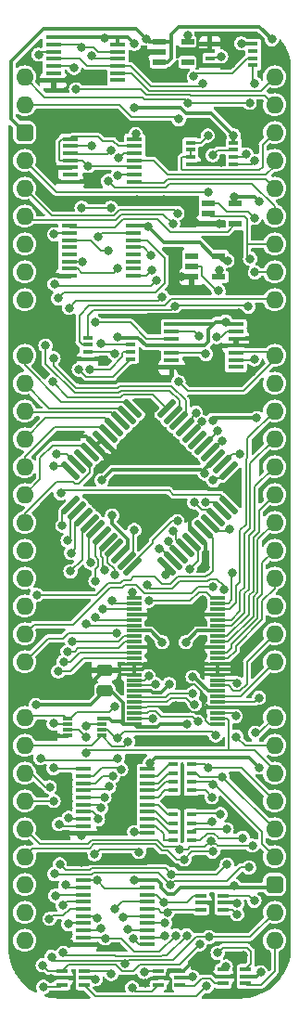
<source format=gtl>
%TF.GenerationSoftware,KiCad,Pcbnew,7.0.5*%
%TF.CreationDate,2024-01-30T11:07:04+02:00*%
%TF.ProjectId,W65C816 Breakout,57363543-3831-4362-9042-7265616b6f75,V1*%
%TF.SameCoordinates,Original*%
%TF.FileFunction,Copper,L1,Top*%
%TF.FilePolarity,Positive*%
%FSLAX46Y46*%
G04 Gerber Fmt 4.6, Leading zero omitted, Abs format (unit mm)*
G04 Created by KiCad (PCBNEW 7.0.5) date 2024-01-30 11:07:04*
%MOMM*%
%LPD*%
G01*
G04 APERTURE LIST*
G04 Aperture macros list*
%AMRoundRect*
0 Rectangle with rounded corners*
0 $1 Rounding radius*
0 $2 $3 $4 $5 $6 $7 $8 $9 X,Y pos of 4 corners*
0 Add a 4 corners polygon primitive as box body*
4,1,4,$2,$3,$4,$5,$6,$7,$8,$9,$2,$3,0*
0 Add four circle primitives for the rounded corners*
1,1,$1+$1,$2,$3*
1,1,$1+$1,$4,$5*
1,1,$1+$1,$6,$7*
1,1,$1+$1,$8,$9*
0 Add four rect primitives between the rounded corners*
20,1,$1+$1,$2,$3,$4,$5,0*
20,1,$1+$1,$4,$5,$6,$7,0*
20,1,$1+$1,$6,$7,$8,$9,0*
20,1,$1+$1,$8,$9,$2,$3,0*%
G04 Aperture macros list end*
%TA.AperFunction,SMDPad,CuDef*%
%ADD10R,1.475000X0.450000*%
%TD*%
%TA.AperFunction,SMDPad,CuDef*%
%ADD11R,0.950000X0.450000*%
%TD*%
%TA.AperFunction,SMDPad,CuDef*%
%ADD12R,0.900000X0.450000*%
%TD*%
%TA.AperFunction,SMDPad,CuDef*%
%ADD13R,1.250000X0.600000*%
%TD*%
%TA.AperFunction,ComponentPad*%
%ADD14O,1.600000X1.600000*%
%TD*%
%TA.AperFunction,ComponentPad*%
%ADD15RoundRect,0.400000X-0.400000X-0.400000X0.400000X-0.400000X0.400000X0.400000X-0.400000X0.400000X0*%
%TD*%
%TA.AperFunction,ComponentPad*%
%ADD16R,1.600000X1.600000*%
%TD*%
%TA.AperFunction,SMDPad,CuDef*%
%ADD17RoundRect,0.250000X0.475000X-0.250000X0.475000X0.250000X-0.475000X0.250000X-0.475000X-0.250000X0*%
%TD*%
%TA.AperFunction,SMDPad,CuDef*%
%ADD18R,0.850000X0.300000*%
%TD*%
%TA.AperFunction,SMDPad,CuDef*%
%ADD19RoundRect,0.137500X-0.548008X0.742462X-0.742462X0.548008X0.548008X-0.742462X0.742462X-0.548008X0*%
%TD*%
%TA.AperFunction,SMDPad,CuDef*%
%ADD20RoundRect,0.137500X0.548008X0.742462X-0.742462X-0.548008X-0.548008X-0.742462X0.742462X0.548008X0*%
%TD*%
%TA.AperFunction,SMDPad,CuDef*%
%ADD21R,1.150000X0.600000*%
%TD*%
%TA.AperFunction,SMDPad,CuDef*%
%ADD22R,1.000000X0.450000*%
%TD*%
%TA.AperFunction,SMDPad,CuDef*%
%ADD23R,1.425000X0.300000*%
%TD*%
%TA.AperFunction,SMDPad,CuDef*%
%ADD24R,1.450000X0.450000*%
%TD*%
%TA.AperFunction,ViaPad*%
%ADD25C,0.800000*%
%TD*%
%TA.AperFunction,Conductor*%
%ADD26C,0.200000*%
%TD*%
%TA.AperFunction,Conductor*%
%ADD27C,0.380000*%
%TD*%
%TA.AperFunction,Conductor*%
%ADD28C,0.300000*%
%TD*%
G04 APERTURE END LIST*
D10*
%TO.P,IC6,1,~{1RD}*%
%TO.N,/W65C816 Breakout Board/3.3V*%
X89010000Y-67519000D03*
%TO.P,IC6,2,1D*%
%TO.N,/W65C816 Breakout Board/MX*%
X89010000Y-68169000D03*
%TO.P,IC6,3,1CP*%
%TO.N,/W65C816 Breakout Board/PHI2_{5V}*%
X89010000Y-68819000D03*
%TO.P,IC6,4,~{1SD}*%
%TO.N,/W65C816 Breakout Board/~{Reset Sharp}*%
X89010000Y-69469000D03*
%TO.P,IC6,5,1Q*%
%TO.N,/W65C816 Breakout Board/X*%
X89010000Y-70119000D03*
%TO.P,IC6,6,~{1Q}*%
%TO.N,unconnected-(IC6-~{1Q}-Pad6)*%
X89010000Y-70769000D03*
%TO.P,IC6,7,GND*%
%TO.N,/W65C816 Breakout Board/GND*%
X89010000Y-71419000D03*
%TO.P,IC6,8,~{2Q}*%
%TO.N,unconnected-(IC6-~{2Q}-Pad8)*%
X94886000Y-71419000D03*
%TO.P,IC6,9,2Q*%
%TO.N,/W65C816 Breakout Board/M*%
X94886000Y-70769000D03*
%TO.P,IC6,10,~{2SD}*%
%TO.N,/W65C816 Breakout Board/~{Reset Sharp}*%
X94886000Y-70119000D03*
%TO.P,IC6,11,2CP*%
%TO.N,/W65C816 Breakout Board/~{PHI2}*%
X94886000Y-69469000D03*
%TO.P,IC6,12,2D*%
%TO.N,/W65C816 Breakout Board/MX*%
X94886000Y-68819000D03*
%TO.P,IC6,13,~{2RD}*%
%TO.N,/W65C816 Breakout Board/3.3V*%
X94886000Y-68169000D03*
%TO.P,IC6,14,3V*%
X94886000Y-67519000D03*
%TD*%
D11*
%TO.P,IC18,1,1A*%
%TO.N,/W65C816 Breakout Board/GND*%
X103308000Y-68113000D03*
%TO.P,IC18,2,1B*%
X103308000Y-68763000D03*
%TO.P,IC18,3,2Y*%
%TO.N,/W65C816 Breakout Board/A0_{CHANGE}*%
X103308000Y-69413000D03*
%TO.P,IC18,4,GND*%
%TO.N,/W65C816 Breakout Board/GND*%
X103308000Y-70063000D03*
%TO.P,IC18,5,2A*%
%TO.N,/W65C816 Breakout Board/A0*%
X107258000Y-70063000D03*
%TO.P,IC18,6,2B*%
%TO.N,/W65C816 Breakout Board/A0_{PREV}*%
X107258000Y-69413000D03*
%TO.P,IC18,7,1Y*%
%TO.N,unconnected-(IC18-1Y-Pad7)*%
X107258000Y-68763000D03*
%TO.P,IC18,8,VCC*%
%TO.N,/W65C816 Breakout Board/3.3V*%
X107258000Y-68113000D03*
%TD*%
D12*
%TO.P,RN1,1,R1*%
%TO.N,/W65C816 Breakout Board/D4_{VHC}*%
X99915002Y-138373000D03*
%TO.P,RN1,2,R2*%
%TO.N,/W65C816 Breakout Board/D5_{VHC}*%
X99915002Y-139173000D03*
%TO.P,RN1,3,R3*%
%TO.N,/W65C816 Breakout Board/D6_{VHC}*%
X99915002Y-139973000D03*
%TO.P,RN1,4,R4*%
%TO.N,/W65C816 Breakout Board/D7_{VHC}*%
X99915002Y-140773000D03*
%TO.P,RN1,5,R4*%
%TO.N,/W65C816 Breakout Board/BA7*%
X101615002Y-140773000D03*
%TO.P,RN1,6,R3*%
%TO.N,/W65C816 Breakout Board/BA6*%
X101615002Y-139973000D03*
%TO.P,RN1,7,R2*%
%TO.N,/W65C816 Breakout Board/BA5*%
X101615002Y-139173000D03*
%TO.P,RN1,8,R1*%
%TO.N,/W65C816 Breakout Board/BA4*%
X101615002Y-138373000D03*
%TD*%
D10*
%TO.P,IC9,1,~{1RD}*%
%TO.N,/W65C816 Breakout Board/3.3V*%
X99805000Y-93681000D03*
%TO.P,IC9,2,1D*%
%TO.N,/W65C816 Breakout Board/A0*%
X99805000Y-94331000D03*
%TO.P,IC9,3,1CP*%
%TO.N,/W65C816 Breakout Board/~{PHI2}*%
X99805000Y-94981000D03*
%TO.P,IC9,4,~{1SD}*%
%TO.N,/W65C816 Breakout Board/3.3V*%
X99805000Y-95631000D03*
%TO.P,IC9,5,1Q*%
%TO.N,/W65C816 Breakout Board/A0_{PREV}*%
X99805000Y-96281000D03*
%TO.P,IC9,6,~{1Q}*%
%TO.N,unconnected-(IC9A-~{1Q}-Pad6)*%
X99805000Y-96931000D03*
%TO.P,IC9,7,GND*%
%TO.N,/W65C816 Breakout Board/GND*%
X99805000Y-97581000D03*
%TO.P,IC9,8,~{2Q}*%
%TO.N,unconnected-(IC9B-~{2Q}-Pad8)*%
X105681000Y-97581000D03*
%TO.P,IC9,9,2Q*%
%TO.N,/W65C816 Breakout Board/Native Latch*%
X105681000Y-96931000D03*
%TO.P,IC9,10,~{2SD}*%
%TO.N,/W65C816 Breakout Board/E*%
X105681000Y-96281000D03*
%TO.P,IC9,11,2CP*%
%TO.N,/W65C816 Breakout Board/GND*%
X105681000Y-95631000D03*
%TO.P,IC9,12,2D*%
X105681000Y-94981000D03*
%TO.P,IC9,13,~{2RD}*%
%TO.N,/W65C816 Breakout Board/~{Reset Sharp}*%
X105681000Y-94331000D03*
%TO.P,IC9,14,3V*%
%TO.N,/W65C816 Breakout Board/3.3V*%
X105681000Y-93681000D03*
%TD*%
D13*
%TO.P,IC8,1,B*%
%TO.N,/W65C816 Breakout Board/VPA*%
X103144000Y-82616000D03*
%TO.P,IC8,2,A*%
%TO.N,/W65C816 Breakout Board/VDA*%
X103144000Y-83566000D03*
%TO.P,IC8,3,GND*%
%TO.N,/W65C816 Breakout Board/GND*%
X103144000Y-84516000D03*
%TO.P,IC8,4,Y*%
%TO.N,/W65C816 Breakout Board/~{VPA+VDA}*%
X105644000Y-84516000D03*
%TO.P,IC8,5,3V*%
%TO.N,/W65C816 Breakout Board/5V*%
X105644000Y-82616000D03*
%TD*%
D12*
%TO.P,RN2,1,R1*%
%TO.N,/W65C816 Breakout Board/D0_{VHC}*%
X99915002Y-133801000D03*
%TO.P,RN2,2,R2*%
%TO.N,/W65C816 Breakout Board/D1_{VHC}*%
X99915002Y-134601000D03*
%TO.P,RN2,3,R3*%
%TO.N,/W65C816 Breakout Board/D2_{VHC}*%
X99915002Y-135401000D03*
%TO.P,RN2,4,R4*%
%TO.N,/W65C816 Breakout Board/D3_{VHC}*%
X99915002Y-136201000D03*
%TO.P,RN2,5,R4*%
%TO.N,/W65C816 Breakout Board/BA3*%
X101615002Y-136201000D03*
%TO.P,RN2,6,R3*%
%TO.N,/W65C816 Breakout Board/BA2*%
X101615002Y-135401000D03*
%TO.P,RN2,7,R2*%
%TO.N,/W65C816 Breakout Board/BA1*%
X101615002Y-134601000D03*
%TO.P,RN2,8,R1*%
%TO.N,/W65C816 Breakout Board/BA0*%
X101615002Y-133801000D03*
%TD*%
D10*
%TO.P,IC20,1,1~{OE}*%
%TO.N,/W65C816 Breakout Board/FET ~{OE}*%
X91731002Y-144395000D03*
%TO.P,IC20,2,1A1*%
%TO.N,/W65C816 Breakout Board/D7_{65}*%
X91731002Y-145045000D03*
%TO.P,IC20,3,2B4*%
%TO.N,/W65C816 Breakout Board/BA3*%
X91731002Y-145695000D03*
%TO.P,IC20,4,1A2*%
%TO.N,/W65C816 Breakout Board/D6_{65}*%
X91731002Y-146345000D03*
%TO.P,IC20,5,2B3*%
%TO.N,/W65C816 Breakout Board/BA2*%
X91731002Y-146995000D03*
%TO.P,IC20,6,1A3*%
%TO.N,/W65C816 Breakout Board/D5_{65}*%
X91731002Y-147645000D03*
%TO.P,IC20,7,2B2*%
%TO.N,/W65C816 Breakout Board/BA1*%
X91731002Y-148295000D03*
%TO.P,IC20,8,1A4*%
%TO.N,/W65C816 Breakout Board/D4_{65}*%
X91731002Y-148945000D03*
%TO.P,IC20,9,2B1*%
%TO.N,/W65C816 Breakout Board/BA0*%
X91731002Y-149595000D03*
%TO.P,IC20,10,GND*%
%TO.N,/W65C816 Breakout Board/GND*%
X91731002Y-150245000D03*
%TO.P,IC20,11,2A1*%
%TO.N,/W65C816 Breakout Board/D0_{65}*%
X97607002Y-150245000D03*
%TO.P,IC20,12,1B4*%
%TO.N,/W65C816 Breakout Board/BA4*%
X97607002Y-149595000D03*
%TO.P,IC20,13,2A2*%
%TO.N,/W65C816 Breakout Board/D1_{65}*%
X97607002Y-148945000D03*
%TO.P,IC20,14,1B3*%
%TO.N,/W65C816 Breakout Board/BA5*%
X97607002Y-148295000D03*
%TO.P,IC20,15,2A3*%
%TO.N,/W65C816 Breakout Board/D2_{65}*%
X97607002Y-147645000D03*
%TO.P,IC20,16,1B2*%
%TO.N,/W65C816 Breakout Board/BA6*%
X97607002Y-146995000D03*
%TO.P,IC20,17,2A4*%
%TO.N,/W65C816 Breakout Board/D3_{65}*%
X97607002Y-146345000D03*
%TO.P,IC20,18,1B1*%
%TO.N,/W65C816 Breakout Board/BA7*%
X97607002Y-145695000D03*
%TO.P,IC20,19,2~{OE}*%
%TO.N,/W65C816 Breakout Board/FET ~{OE}*%
X97607002Y-145045000D03*
%TO.P,IC20,20,5V*%
%TO.N,/W65C816 Breakout Board/5V*%
X97607002Y-144395000D03*
%TD*%
D14*
%TO.P,J7,1,Pin_1*%
%TO.N,/W65C816 Breakout Board/A0*%
X86360000Y-71120000D03*
%TO.P,J7,2,Pin_2*%
%TO.N,/W65C816 Breakout Board/A1*%
X86360000Y-73660000D03*
D15*
%TO.P,J7,3,Pin_3*%
%TO.N,/W65C816 Breakout Board/5V*%
X86360000Y-76200000D03*
D14*
%TO.P,J7,4,Pin_4*%
%TO.N,/W65C816 Breakout Board/Opcode Valid*%
X86360000Y-78740000D03*
%TO.P,J7,5,Pin_5*%
%TO.N,/W65C816 Breakout Board/A2*%
X86360000Y-81280000D03*
%TO.P,J7,6,Pin_6*%
%TO.N,/W65C816 Breakout Board/A3*%
X86360000Y-83820000D03*
%TO.P,J7,7,Pin_7*%
%TO.N,/W65C816 Breakout Board/A4*%
X86360000Y-86360000D03*
%TO.P,J7,8,Pin_8*%
%TO.N,/W65C816 Breakout Board/A5*%
X86360000Y-88900000D03*
%TO.P,J7,9,Pin_9*%
%TO.N,/W65C816 Breakout Board/A6*%
X86360000Y-91440000D03*
D16*
%TO.P,J7,10,Pin_10*%
%TO.N,/W65C816 Breakout Board/GND*%
X86360000Y-93980000D03*
D14*
%TO.P,J7,11,Pin_11*%
%TO.N,/W65C816 Breakout Board/A7*%
X86360000Y-96520000D03*
%TO.P,J7,12,Pin_12*%
%TO.N,/W65C816 Breakout Board/A8*%
X86360000Y-99060000D03*
%TO.P,J7,13,Pin_13*%
%TO.N,/W65C816 Breakout Board/A9*%
X86360000Y-101600000D03*
%TO.P,J7,14,Pin_14*%
%TO.N,/W65C816 Breakout Board/A10*%
X86360000Y-104140000D03*
%TO.P,J7,15,Pin_15*%
%TO.N,/W65C816 Breakout Board/A11*%
X86360000Y-106680000D03*
%TO.P,J7,16,Pin_16*%
%TO.N,/W65C816 Breakout Board/A12*%
X86360000Y-109220000D03*
%TO.P,J7,17,Pin_17*%
%TO.N,/W65C816 Breakout Board/A13*%
X86360000Y-111760000D03*
%TO.P,J7,18,Pin_18*%
%TO.N,/W65C816 Breakout Board/A14*%
X86360000Y-114300000D03*
%TO.P,J7,19,Pin_19*%
%TO.N,/W65C816 Breakout Board/A15*%
X86360000Y-116840000D03*
%TO.P,J7,20,Pin_20*%
%TO.N,/W65C816 Breakout Board/BE*%
X86360000Y-119380000D03*
%TO.P,J7,21,Pin_21*%
%TO.N,/W65C816 Breakout Board/RDY*%
X86360000Y-121920000D03*
%TO.P,J7,22,Pin_22*%
%TO.N,/W65C816 Breakout Board/Address Valid*%
X86360000Y-124460000D03*
D16*
%TO.P,J7,23,Pin_23*%
%TO.N,/W65C816 Breakout Board/GND*%
X86360000Y-127000000D03*
D14*
%TO.P,J7,24,Pin_24*%
%TO.N,/W65C816 Breakout Board/R~{W}*%
X86360000Y-129540000D03*
%TO.P,J7,25,Pin_25*%
%TO.N,/W65C816 Breakout Board/~{PHI2}*%
X86360000Y-132080000D03*
%TO.P,J7,26,Pin_26*%
%TO.N,/W65C816 Breakout Board/BA7*%
X86360000Y-134620000D03*
%TO.P,J7,27,Pin_27*%
%TO.N,/W65C816 Breakout Board/BA6*%
X86360000Y-137160000D03*
%TO.P,J7,28,Pin_28*%
%TO.N,/W65C816 Breakout Board/BA5*%
X86360000Y-139700000D03*
%TO.P,J7,29,Pin_29*%
%TO.N,/W65C816 Breakout Board/BA4*%
X86360000Y-142240000D03*
%TO.P,J7,30,Pin_30*%
%TO.N,unconnected-(J7-Pin_30-Pad30)*%
X86360000Y-144780000D03*
%TO.P,J7,31,Pin_31*%
%TO.N,/W65C816 Breakout Board/~{VP}*%
X86360000Y-147320000D03*
%TO.P,J7,32,Pin_32*%
%TO.N,/W65C816 Breakout Board/~{ML}*%
X86360000Y-149860000D03*
%TO.P,J7,33,Pin_33*%
%TO.N,/W65C816 Breakout Board/~{BANK 0}*%
X109220000Y-149860000D03*
%TO.P,J7,34,Pin_34*%
%TO.N,/W65C816 Breakout Board/BA3*%
X109220000Y-147320000D03*
D15*
%TO.P,J7,35,Pin_35*%
%TO.N,/W65C816 Breakout Board/5V*%
X109220000Y-144780000D03*
D14*
%TO.P,J7,36,Pin_36*%
%TO.N,/W65C816 Breakout Board/BA2*%
X109220000Y-142240000D03*
%TO.P,J7,37,Pin_37*%
%TO.N,/W65C816 Breakout Board/BA1*%
X109220000Y-139700000D03*
%TO.P,J7,38,Pin_38*%
%TO.N,/W65C816 Breakout Board/BA0*%
X109220000Y-137160000D03*
%TO.P,J7,39,Pin_39*%
%TO.N,/W65C816 Breakout Board/PHI2*%
X109220000Y-134620000D03*
%TO.P,J7,40,Pin_40*%
%TO.N,/W65C816 Breakout Board/~{Reset}*%
X109220000Y-132080000D03*
%TO.P,J7,41,Pin_41*%
%TO.N,/W65C816 Breakout Board/~{NMI}*%
X109220000Y-129540000D03*
D16*
%TO.P,J7,42,Pin_42*%
%TO.N,/W65C816 Breakout Board/GND*%
X109220000Y-127000000D03*
D14*
%TO.P,J7,43,Pin_43*%
%TO.N,/W65C816 Breakout Board/~{IRQ}*%
X109220000Y-124460000D03*
%TO.P,J7,44,Pin_44*%
%TO.N,/W65C816 Breakout Board/~{ABORT}*%
X109220000Y-121920000D03*
%TO.P,J7,45,Pin_45*%
%TO.N,/W65C816 Breakout Board/DE*%
X109220000Y-119380000D03*
%TO.P,J7,46,Pin_46*%
%TO.N,/W65C816 Breakout Board/D7*%
X109220000Y-116840000D03*
%TO.P,J7,47,Pin_47*%
%TO.N,/W65C816 Breakout Board/D6*%
X109220000Y-114300000D03*
%TO.P,J7,48,Pin_48*%
%TO.N,/W65C816 Breakout Board/D5*%
X109220000Y-111760000D03*
%TO.P,J7,49,Pin_49*%
%TO.N,/W65C816 Breakout Board/D4*%
X109220000Y-109220000D03*
%TO.P,J7,50,Pin_50*%
%TO.N,/W65C816 Breakout Board/D3*%
X109220000Y-106680000D03*
%TO.P,J7,51,Pin_51*%
%TO.N,/W65C816 Breakout Board/D2*%
X109220000Y-104140000D03*
%TO.P,J7,52,Pin_52*%
%TO.N,/W65C816 Breakout Board/D1*%
X109220000Y-101600000D03*
%TO.P,J7,53,Pin_53*%
%TO.N,/W65C816 Breakout Board/D0*%
X109220000Y-99060000D03*
%TO.P,J7,54,Pin_54*%
%TO.N,/W65C816 Breakout Board/E*%
X109220000Y-96520000D03*
D16*
%TO.P,J7,55,Pin_55*%
%TO.N,/W65C816 Breakout Board/GND*%
X109220000Y-93980000D03*
D14*
%TO.P,J7,56,Pin_56*%
%TO.N,/W65C816 Breakout Board/VPA*%
X109220000Y-91440000D03*
%TO.P,J7,57,Pin_57*%
%TO.N,/W65C816 Breakout Board/Native Latch*%
X109220000Y-88900000D03*
%TO.P,J7,58,Pin_58*%
%TO.N,/W65C816 Breakout Board/VDA*%
X109220000Y-86360000D03*
%TO.P,J7,59,Pin_59*%
%TO.N,/W65C816 Breakout Board/~{R}W*%
X109220000Y-83820000D03*
%TO.P,J7,60,Pin_60*%
%TO.N,/W65C816 Breakout Board/~{WD}*%
X109220000Y-81280000D03*
%TO.P,J7,61,Pin_61*%
%TO.N,/W65C816 Breakout Board/~{RD}*%
X109220000Y-78740000D03*
%TO.P,J7,62,Pin_62*%
%TO.N,/W65C816 Breakout Board/VPA\u00B7VDA*%
X109220000Y-76200000D03*
%TO.P,J7,63,Pin_63*%
%TO.N,/W65C816 Breakout Board/X*%
X109220000Y-73660000D03*
%TO.P,J7,64,Pin_64*%
%TO.N,/W65C816 Breakout Board/M*%
X109220000Y-71120000D03*
%TD*%
D10*
%TO.P,IC5,1,~{OE}*%
%TO.N,/W65C816 Breakout Board/~{BE}*%
X91731002Y-134235000D03*
%TO.P,IC5,2,D0*%
%TO.N,/W65C816 Breakout Board/D0_{65}*%
X91731002Y-134885000D03*
%TO.P,IC5,3,D1*%
%TO.N,/W65C816 Breakout Board/D1_{65}*%
X91731002Y-135535000D03*
%TO.P,IC5,4,D2*%
%TO.N,/W65C816 Breakout Board/D2_{65}*%
X91731002Y-136185000D03*
%TO.P,IC5,5,D3*%
%TO.N,/W65C816 Breakout Board/D3_{65}*%
X91731002Y-136835000D03*
%TO.P,IC5,6,D4*%
%TO.N,/W65C816 Breakout Board/D4_{65}*%
X91731002Y-137485000D03*
%TO.P,IC5,7,D5*%
%TO.N,/W65C816 Breakout Board/D5_{65}*%
X91731002Y-138135000D03*
%TO.P,IC5,8,D6*%
%TO.N,/W65C816 Breakout Board/D6_{65}*%
X91731002Y-138785000D03*
%TO.P,IC5,9,D7*%
%TO.N,/W65C816 Breakout Board/D7_{65}*%
X91731002Y-139435000D03*
%TO.P,IC5,10,GND*%
%TO.N,/W65C816 Breakout Board/GND*%
X91731002Y-140085000D03*
%TO.P,IC5,11,LE*%
%TO.N,/W65C816 Breakout Board/~{PHI2}*%
X97607002Y-140085000D03*
%TO.P,IC5,12,Q7*%
%TO.N,/W65C816 Breakout Board/D7_{VHC}*%
X97607002Y-139435000D03*
%TO.P,IC5,13,Q6*%
%TO.N,/W65C816 Breakout Board/D6_{VHC}*%
X97607002Y-138785000D03*
%TO.P,IC5,14,Q5*%
%TO.N,/W65C816 Breakout Board/D5_{VHC}*%
X97607002Y-138135000D03*
%TO.P,IC5,15,Q4*%
%TO.N,/W65C816 Breakout Board/D4_{VHC}*%
X97607002Y-137485000D03*
%TO.P,IC5,16,Q3*%
%TO.N,/W65C816 Breakout Board/D3_{VHC}*%
X97607002Y-136835000D03*
%TO.P,IC5,17,Q2*%
%TO.N,/W65C816 Breakout Board/D2_{VHC}*%
X97607002Y-136185000D03*
%TO.P,IC5,18,Q1*%
%TO.N,/W65C816 Breakout Board/D1_{VHC}*%
X97607002Y-135535000D03*
%TO.P,IC5,19,Q0*%
%TO.N,/W65C816 Breakout Board/D0_{VHC}*%
X97607002Y-134885000D03*
%TO.P,IC5,20,5V*%
%TO.N,/W65C816 Breakout Board/5V*%
X97607002Y-134235000D03*
%TD*%
D17*
%TO.P,C8,1*%
%TO.N,/W65C816 Breakout Board/3.3V*%
X93675200Y-127121200D03*
%TO.P,C8,2*%
%TO.N,/W65C816 Breakout Board/GND*%
X93675200Y-125221200D03*
%TD*%
D18*
%TO.P,IC4,1,1A*%
%TO.N,/W65C816 Breakout Board/R~{W}*%
X90246000Y-129679000D03*
%TO.P,IC4,2,3Y*%
%TO.N,/W65C816 Breakout Board/~{BE}*%
X90246000Y-130179000D03*
%TO.P,IC4,3,2A*%
%TO.N,/W65C816 Breakout Board/PHI2*%
X90246000Y-130679000D03*
%TO.P,IC4,4,GND*%
%TO.N,/W65C816 Breakout Board/GND*%
X90246000Y-131179000D03*
%TO.P,IC4,5,2Y*%
%TO.N,/W65C816 Breakout Board/~{PHI2}*%
X93396000Y-131179000D03*
%TO.P,IC4,6,3A*%
%TO.N,/W65C816 Breakout Board/BE*%
X93396000Y-130679000D03*
%TO.P,IC4,7,1Y*%
%TO.N,/W65C816 Breakout Board/RW_{PART}*%
X93396000Y-130179000D03*
%TO.P,IC4,8,3V*%
%TO.N,/W65C816 Breakout Board/3.3V*%
X93396000Y-129679000D03*
%TD*%
D13*
%TO.P,IC7,1,n.c.*%
%TO.N,unconnected-(IC7-n.c.-Pad1)*%
X101620000Y-87442000D03*
%TO.P,IC7,2,A*%
%TO.N,/W65C816 Breakout Board/~{Reset}*%
X101620000Y-88392000D03*
%TO.P,IC7,3,GND*%
%TO.N,/W65C816 Breakout Board/GND*%
X101620000Y-89342000D03*
%TO.P,IC7,4,Y*%
%TO.N,/W65C816 Breakout Board/~{Reset Sharp}*%
X104120000Y-89342000D03*
%TO.P,IC7,5,3V*%
%TO.N,/W65C816 Breakout Board/3.3V*%
X104120000Y-87442000D03*
%TD*%
D19*
%TO.P,IC2,1,GND*%
%TO.N,/W65C816 Breakout Board/GND*%
X102174062Y-112969062D03*
%TO.P,IC2,2,~{VP}*%
%TO.N,/W65C816 Breakout Board/~{VP}*%
X102739747Y-112403377D03*
%TO.P,IC2,3,RDY*%
%TO.N,/W65C816 Breakout Board/RDY*%
X103305433Y-111837691D03*
%TO.P,IC2,4,~{ABORT}*%
%TO.N,/W65C816 Breakout Board/~{ABORT}_{5V}*%
X103871118Y-111272006D03*
%TO.P,IC2,5,~{IRQ}*%
%TO.N,/W65C816 Breakout Board/~{IRQ}_{5V}*%
X104436804Y-110706320D03*
%TO.P,IC2,6,~{ML}*%
%TO.N,/W65C816 Breakout Board/~{ML}*%
X105002489Y-110140635D03*
D20*
%TO.P,IC2,7,~{NMI}*%
%TO.N,/W65C816 Breakout Board/~{NMI}_{5V}*%
X105002489Y-107029365D03*
%TO.P,IC2,8,VPA*%
%TO.N,/W65C816 Breakout Board/VPA*%
X104436804Y-106463680D03*
%TO.P,IC2,9,VCC*%
%TO.N,/W65C816 Breakout Board/5V*%
X103871118Y-105897994D03*
%TO.P,IC2,10,A0*%
%TO.N,/W65C816 Breakout Board/A0*%
X103305433Y-105332309D03*
%TO.P,IC2,11,A1*%
%TO.N,/W65C816 Breakout Board/A1*%
X102739747Y-104766623D03*
%TO.P,IC2,12,NC*%
%TO.N,unconnected-(IC2-NC-Pad12)*%
X102174062Y-104200938D03*
%TO.P,IC2,13,A2*%
%TO.N,/W65C816 Breakout Board/A2*%
X101608377Y-103635253D03*
%TO.P,IC2,14,A3*%
%TO.N,/W65C816 Breakout Board/A3*%
X101042691Y-103069567D03*
%TO.P,IC2,15,A4*%
%TO.N,/W65C816 Breakout Board/A4*%
X100477006Y-102503882D03*
%TO.P,IC2,16,A5*%
%TO.N,/W65C816 Breakout Board/A5*%
X99911320Y-101938196D03*
%TO.P,IC2,17,A6*%
%TO.N,/W65C816 Breakout Board/A6*%
X99345635Y-101372511D03*
D19*
%TO.P,IC2,18,A7*%
%TO.N,/W65C816 Breakout Board/A7*%
X96234365Y-101372511D03*
%TO.P,IC2,19,A8*%
%TO.N,/W65C816 Breakout Board/A8*%
X95668680Y-101938196D03*
%TO.P,IC2,20,A9*%
%TO.N,/W65C816 Breakout Board/A9*%
X95102994Y-102503882D03*
%TO.P,IC2,21,A10*%
%TO.N,/W65C816 Breakout Board/A10*%
X94537309Y-103069567D03*
%TO.P,IC2,22,A11*%
%TO.N,/W65C816 Breakout Board/A11*%
X93971623Y-103635253D03*
%TO.P,IC2,23,GND*%
%TO.N,/W65C816 Breakout Board/GND*%
X93405938Y-104200938D03*
%TO.P,IC2,24,GND*%
X92840253Y-104766623D03*
%TO.P,IC2,25,A12*%
%TO.N,/W65C816 Breakout Board/A12*%
X92274567Y-105332309D03*
%TO.P,IC2,26,A13*%
%TO.N,/W65C816 Breakout Board/A13*%
X91708882Y-105897994D03*
%TO.P,IC2,27,A14*%
%TO.N,/W65C816 Breakout Board/A14*%
X91143196Y-106463680D03*
%TO.P,IC2,28,A15*%
%TO.N,/W65C816 Breakout Board/A15*%
X90577511Y-107029365D03*
D20*
%TO.P,IC2,29,D7*%
%TO.N,/W65C816 Breakout Board/D7_{65}*%
X90577511Y-110140635D03*
%TO.P,IC2,30,D6*%
%TO.N,/W65C816 Breakout Board/D6_{65}*%
X91143196Y-110706320D03*
%TO.P,IC2,31,D5*%
%TO.N,/W65C816 Breakout Board/D5_{65}*%
X91708882Y-111272006D03*
%TO.P,IC2,32,D4*%
%TO.N,/W65C816 Breakout Board/D4_{65}*%
X92274567Y-111837691D03*
%TO.P,IC2,33,D3*%
%TO.N,/W65C816 Breakout Board/D3_{65}*%
X92840253Y-112403377D03*
%TO.P,IC2,34,D2*%
%TO.N,/W65C816 Breakout Board/D2_{65}*%
X93405938Y-112969062D03*
%TO.P,IC2,35,D1*%
%TO.N,/W65C816 Breakout Board/D1_{65}*%
X93971623Y-113534747D03*
%TO.P,IC2,36,D0*%
%TO.N,/W65C816 Breakout Board/D0_{65}*%
X94537309Y-114100433D03*
%TO.P,IC2,37,VCC*%
%TO.N,/W65C816 Breakout Board/5V*%
X95102994Y-114666118D03*
%TO.P,IC2,38,R~{W}*%
%TO.N,/W65C816 Breakout Board/R~{W}*%
X95668680Y-115231804D03*
%TO.P,IC2,39,E*%
%TO.N,/W65C816 Breakout Board/E*%
X96234365Y-115797489D03*
D19*
%TO.P,IC2,40,BE*%
%TO.N,/W65C816 Breakout Board/BE_{5V}*%
X99345635Y-115797489D03*
%TO.P,IC2,41,PHI2*%
%TO.N,/W65C816 Breakout Board/PHI2_{5V}*%
X99911320Y-115231804D03*
%TO.P,IC2,42,MX*%
%TO.N,/W65C816 Breakout Board/MX*%
X100477006Y-114666118D03*
%TO.P,IC2,43,VDA*%
%TO.N,/W65C816 Breakout Board/VDA*%
X101042691Y-114100433D03*
%TO.P,IC2,44,~{RES}*%
%TO.N,/W65C816 Breakout Board/~{RES}_{5V}*%
X101608377Y-113534747D03*
%TD*%
D10*
%TO.P,IC19,1,~{1OE}*%
%TO.N,/W65C816 Breakout Board/~{BE}*%
X90534000Y-76790000D03*
%TO.P,IC19,2,1A*%
%TO.N,/W65C816 Breakout Board/RW_{PART}*%
X90534000Y-77440000D03*
%TO.P,IC19,3,1Y*%
%TO.N,/W65C816 Breakout Board/~{R}W*%
X90534000Y-78090000D03*
%TO.P,IC19,4,~{2OE}*%
%TO.N,/W65C816 Breakout Board/~{BE}*%
X90534000Y-78740000D03*
%TO.P,IC19,5,2A*%
%TO.N,/W65C816 Breakout Board/GND*%
X90534000Y-79390000D03*
%TO.P,IC19,6,2Y*%
%TO.N,unconnected-(IC19-2Y-Pad6)*%
X90534000Y-80040000D03*
%TO.P,IC19,7,GND*%
%TO.N,/W65C816 Breakout Board/GND*%
X90534000Y-80690000D03*
%TO.P,IC19,8,3Y*%
%TO.N,/W65C816 Breakout Board/~{WD}*%
X96410000Y-80690000D03*
%TO.P,IC19,9,3A*%
%TO.N,/W65C816 Breakout Board/~{WD}_{PART}*%
X96410000Y-80040000D03*
%TO.P,IC19,10,~{3OE}*%
%TO.N,/W65C816 Breakout Board/~{BE}*%
X96410000Y-79390000D03*
%TO.P,IC19,11,4Y*%
%TO.N,/W65C816 Breakout Board/~{RD}*%
X96410000Y-78740000D03*
%TO.P,IC19,12,4A*%
%TO.N,/W65C816 Breakout Board/~{RD}_{PART}*%
X96410000Y-78090000D03*
%TO.P,IC19,13,~{4OE}*%
%TO.N,/W65C816 Breakout Board/~{BE}*%
X96410000Y-77440000D03*
%TO.P,IC19,14,3V*%
%TO.N,/W65C816 Breakout Board/3.3V*%
X96410000Y-76790000D03*
%TD*%
D21*
%TO.P,IC36,1,VIN*%
%TO.N,/W65C816 Breakout Board/5V*%
X98649000Y-67884000D03*
%TO.P,IC36,2,GND*%
%TO.N,/W65C816 Breakout Board/GND*%
X98649000Y-68834000D03*
%TO.P,IC36,3,EN*%
%TO.N,/W65C816 Breakout Board/5V*%
X98649000Y-69784000D03*
%TO.P,IC36,4,ADJ*%
%TO.N,unconnected-(IC36-ADJ-Pad4)*%
X101249000Y-69784000D03*
%TO.P,IC36,5,VOUT*%
%TO.N,/W65C816 Breakout Board/3.3V*%
X101249000Y-67884000D03*
%TD*%
D22*
%TO.P,IC12,1,A*%
%TO.N,/W65C816 Breakout Board/BA2*%
X89805000Y-152639000D03*
%TO.P,IC12,2,GND*%
%TO.N,/W65C816 Breakout Board/GND*%
X89805000Y-153289000D03*
%TO.P,IC12,3,B*%
%TO.N,/W65C816 Breakout Board/BA1*%
X89805000Y-153939000D03*
%TO.P,IC12,4,Y*%
%TO.N,/W65C816 Breakout Board/BA0+BA1+BA2*%
X91805000Y-153939000D03*
%TO.P,IC12,5,3V*%
%TO.N,/W65C816 Breakout Board/5V*%
X91805000Y-153289000D03*
%TO.P,IC12,6,C*%
%TO.N,/W65C816 Breakout Board/BA0*%
X91805000Y-152639000D03*
%TD*%
%TO.P,IC10,1,A*%
%TO.N,/W65C816 Breakout Board/BA7*%
X102505000Y-145781000D03*
%TO.P,IC10,2,GND*%
%TO.N,/W65C816 Breakout Board/GND*%
X102505000Y-146431000D03*
%TO.P,IC10,3,B*%
%TO.N,/W65C816 Breakout Board/BA6*%
X102505000Y-147081000D03*
%TO.P,IC10,4,Y*%
%TO.N,/W65C816 Breakout Board/BA5+BA6+BA7*%
X104505000Y-147081000D03*
%TO.P,IC10,5,3V*%
%TO.N,/W65C816 Breakout Board/5V*%
X104505000Y-146431000D03*
%TO.P,IC10,6,C*%
%TO.N,/W65C816 Breakout Board/BA5*%
X104505000Y-145781000D03*
%TD*%
D11*
%TO.P,IC15,1,1A*%
%TO.N,/W65C816 Breakout Board/VDA*%
X92132000Y-94910000D03*
%TO.P,IC15,2,1B*%
%TO.N,/W65C816 Breakout Board/VPA*%
X92132000Y-95560000D03*
%TO.P,IC15,3,2Y*%
%TO.N,/W65C816 Breakout Board/FET ~{OE}*%
X92132000Y-96210000D03*
%TO.P,IC15,4,GND*%
%TO.N,/W65C816 Breakout Board/GND*%
X92132000Y-96860000D03*
%TO.P,IC15,5,2A*%
%TO.N,/W65C816 Breakout Board/~{BE}*%
X96082000Y-96860000D03*
%TO.P,IC15,6,2B*%
%TO.N,/W65C816 Breakout Board/PHI2*%
X96082000Y-96210000D03*
%TO.P,IC15,7,1Y*%
%TO.N,/W65C816 Breakout Board/Address Valid*%
X96082000Y-95560000D03*
%TO.P,IC15,8,VCC*%
%TO.N,/W65C816 Breakout Board/3.3V*%
X96082000Y-94910000D03*
%TD*%
D23*
%TO.P,IC1,1,1DIR*%
%TO.N,/W65C816 Breakout Board/R~{W}*%
X96389000Y-118635000D03*
%TO.P,IC1,2,1B0*%
%TO.N,/W65C816 Breakout Board/D0_{65}*%
X96389000Y-119135000D03*
%TO.P,IC1,3,1B1*%
%TO.N,/W65C816 Breakout Board/D1_{65}*%
X96389000Y-119635000D03*
%TO.P,IC1,4,GND*%
%TO.N,/W65C816 Breakout Board/GND*%
X96389000Y-120135000D03*
%TO.P,IC1,5,1B2*%
%TO.N,/W65C816 Breakout Board/D2_{65}*%
X96389000Y-120635000D03*
%TO.P,IC1,6,1B3*%
%TO.N,/W65C816 Breakout Board/D3_{65}*%
X96389000Y-121135000D03*
%TO.P,IC1,7,5V*%
%TO.N,/W65C816 Breakout Board/5V*%
X96389000Y-121635000D03*
%TO.P,IC1,8,1B4*%
%TO.N,/W65C816 Breakout Board/D4_{65}*%
X96389000Y-122135000D03*
%TO.P,IC1,9,1B5*%
%TO.N,/W65C816 Breakout Board/D5_{65}*%
X96389000Y-122635000D03*
%TO.P,IC1,10,GND*%
%TO.N,/W65C816 Breakout Board/GND*%
X96389000Y-123135000D03*
%TO.P,IC1,11,1B6*%
%TO.N,/W65C816 Breakout Board/D6_{65}*%
X96389000Y-123635000D03*
%TO.P,IC1,12,1B7*%
%TO.N,/W65C816 Breakout Board/D7_{65}*%
X96389000Y-124135000D03*
%TO.P,IC1,13,2B0*%
%TO.N,/W65C816 Breakout Board/GND*%
X96389000Y-124635000D03*
%TO.P,IC1,14,2B1*%
X96389000Y-125135000D03*
%TO.P,IC1,15,GND*%
X96389000Y-125635000D03*
%TO.P,IC1,16,2B2*%
%TO.N,/W65C816 Breakout Board/BE_{5V}*%
X96389000Y-126135000D03*
%TO.P,IC1,17,2B3*%
%TO.N,/W65C816 Breakout Board/~{ABORT}_{5V}*%
X96389000Y-126635000D03*
%TO.P,IC1,18,5V*%
%TO.N,/W65C816 Breakout Board/5V*%
X96389000Y-127135000D03*
%TO.P,IC1,19,2B4*%
%TO.N,/W65C816 Breakout Board/~{IRQ}_{5V}*%
X96389000Y-127635000D03*
%TO.P,IC1,20,2B5*%
%TO.N,/W65C816 Breakout Board/~{NMI}_{5V}*%
X96389000Y-128135000D03*
%TO.P,IC1,21,GND*%
%TO.N,/W65C816 Breakout Board/GND*%
X96389000Y-128635000D03*
%TO.P,IC1,22,2B6*%
%TO.N,Net-(IC1C-2B6)*%
X96389000Y-129135000D03*
%TO.P,IC1,23,2B7*%
%TO.N,Net-(IC1C-2B7)*%
X96389000Y-129635000D03*
%TO.P,IC1,24,2DIR*%
%TO.N,/W65C816 Breakout Board/3.3V*%
X96389000Y-130135000D03*
%TO.P,IC1,25,2~{OE}*%
%TO.N,/W65C816 Breakout Board/GND*%
X104013000Y-130135000D03*
%TO.P,IC1,26,2A7*%
%TO.N,/W65C816 Breakout Board/PHI2*%
X104013000Y-129635000D03*
%TO.P,IC1,27,2A6*%
%TO.N,/W65C816 Breakout Board/~{Reset Sharp}*%
X104013000Y-129135000D03*
%TO.P,IC1,28,GND*%
%TO.N,/W65C816 Breakout Board/GND*%
X104013000Y-128635000D03*
%TO.P,IC1,29,2A5*%
%TO.N,/W65C816 Breakout Board/~{NMI}*%
X104013000Y-128135000D03*
%TO.P,IC1,30,2A4*%
%TO.N,/W65C816 Breakout Board/~{IRQ}*%
X104013000Y-127635000D03*
%TO.P,IC1,31,3V*%
%TO.N,/W65C816 Breakout Board/3.3V*%
X104013000Y-127135000D03*
%TO.P,IC1,32,2A3*%
%TO.N,/W65C816 Breakout Board/~{ABORT}*%
X104013000Y-126635000D03*
%TO.P,IC1,33,2A2*%
%TO.N,/W65C816 Breakout Board/BE*%
X104013000Y-126135000D03*
%TO.P,IC1,34,GND*%
%TO.N,/W65C816 Breakout Board/GND*%
X104013000Y-125635000D03*
%TO.P,IC1,35,2A1*%
X104013000Y-125135000D03*
%TO.P,IC1,36,2A0*%
X104013000Y-124635000D03*
%TO.P,IC1,37,1A7*%
%TO.N,/W65C816 Breakout Board/D7*%
X104013000Y-124135000D03*
%TO.P,IC1,38,1A6*%
%TO.N,/W65C816 Breakout Board/D6*%
X104013000Y-123635000D03*
%TO.P,IC1,39,GND*%
%TO.N,/W65C816 Breakout Board/GND*%
X104013000Y-123135000D03*
%TO.P,IC1,40,1A5*%
%TO.N,/W65C816 Breakout Board/D5*%
X104013000Y-122635000D03*
%TO.P,IC1,41,1A4*%
%TO.N,/W65C816 Breakout Board/D4*%
X104013000Y-122135000D03*
%TO.P,IC1,42,3V*%
%TO.N,/W65C816 Breakout Board/3.3V*%
X104013000Y-121635000D03*
%TO.P,IC1,43,1A3*%
%TO.N,/W65C816 Breakout Board/D3*%
X104013000Y-121135000D03*
%TO.P,IC1,44,1A2*%
%TO.N,/W65C816 Breakout Board/D2*%
X104013000Y-120635000D03*
%TO.P,IC1,45,GND*%
%TO.N,/W65C816 Breakout Board/GND*%
X104013000Y-120135000D03*
%TO.P,IC1,46,1A1*%
%TO.N,/W65C816 Breakout Board/D1*%
X104013000Y-119635000D03*
%TO.P,IC1,47,1A0*%
%TO.N,/W65C816 Breakout Board/D0*%
X104013000Y-119135000D03*
%TO.P,IC1,48,1~{OE}*%
%TO.N,/W65C816 Breakout Board/~{DE}*%
X104013000Y-118635000D03*
%TD*%
D22*
%TO.P,IC13,1,A*%
%TO.N,/W65C816 Breakout Board/BA4*%
X98568000Y-152639000D03*
%TO.P,IC13,2,GND*%
%TO.N,/W65C816 Breakout Board/GND*%
X98568000Y-153289000D03*
%TO.P,IC13,3,B*%
%TO.N,/W65C816 Breakout Board/BA3*%
X98568000Y-153939000D03*
%TO.P,IC13,4,Y*%
%TO.N,/W65C816 Breakout Board/BA3+BA4*%
X100568000Y-153939000D03*
%TO.P,IC13,5,3V*%
%TO.N,/W65C816 Breakout Board/5V*%
X100568000Y-153289000D03*
%TO.P,IC13,6,C*%
%TO.N,/W65C816 Breakout Board/GND*%
X100568000Y-152639000D03*
%TD*%
D11*
%TO.P,IC17,1,1A*%
%TO.N,/W65C816 Breakout Board/A0_{CHANGE}*%
X101530000Y-77130000D03*
%TO.P,IC17,2,1B*%
%TO.N,/W65C816 Breakout Board/VPA\u00B7VDA*%
X101530000Y-77780000D03*
%TO.P,IC17,3,2Y*%
X101530000Y-78430000D03*
%TO.P,IC17,4,GND*%
%TO.N,/W65C816 Breakout Board/GND*%
X101530000Y-79080000D03*
%TO.P,IC17,5,2A*%
%TO.N,/W65C816 Breakout Board/VDA*%
X105480000Y-79080000D03*
%TO.P,IC17,6,2B*%
%TO.N,/W65C816 Breakout Board/VPA*%
X105480000Y-78430000D03*
%TO.P,IC17,7,1Y*%
%TO.N,/W65C816 Breakout Board/Opcode Valid*%
X105480000Y-77780000D03*
%TO.P,IC17,8,3V*%
%TO.N,/W65C816 Breakout Board/3.3V*%
X105480000Y-77130000D03*
%TD*%
D24*
%TO.P,IC3,1,~{1E}*%
%TO.N,/W65C816 Breakout Board/~{VPA+VDA}*%
X90420000Y-84720000D03*
%TO.P,IC3,2,1A0*%
%TO.N,/W65C816 Breakout Board/PHI2_{5V}*%
X90420000Y-85370000D03*
%TO.P,IC3,3,1A1*%
%TO.N,/W65C816 Breakout Board/R~{W}*%
X90420000Y-86020000D03*
%TO.P,IC3,4,~{1Y0}*%
%TO.N,unconnected-(IC3A-~{1Y0}-Pad4)*%
X90420000Y-86670000D03*
%TO.P,IC3,5,~{1Y1}*%
%TO.N,unconnected-(IC3A-~{1Y1}-Pad5)*%
X90420000Y-87320000D03*
%TO.P,IC3,6,~{1Y2}*%
%TO.N,/W65C816 Breakout Board/~{WD}_{PART}*%
X90420000Y-87970000D03*
%TO.P,IC3,7,~{1Y3}*%
%TO.N,/W65C816 Breakout Board/~{RD}_{PART}*%
X90420000Y-88620000D03*
%TO.P,IC3,8,GND*%
%TO.N,/W65C816 Breakout Board/GND*%
X90420000Y-89270000D03*
%TO.P,IC3,9,~{2Y3}*%
%TO.N,/W65C816 Breakout Board/~{DE}*%
X96270000Y-89270000D03*
%TO.P,IC3,10,~{2Y2}*%
%TO.N,unconnected-(IC3B-~{2Y2}-Pad10)*%
X96270000Y-88620000D03*
%TO.P,IC3,11,~{2Y1}*%
%TO.N,unconnected-(IC3B-~{2Y1}-Pad11)*%
X96270000Y-87970000D03*
%TO.P,IC3,12,~{2Y0}*%
%TO.N,unconnected-(IC3B-~{2Y0}-Pad12)*%
X96270000Y-87320000D03*
%TO.P,IC3,13,2A1*%
%TO.N,/W65C816 Breakout Board/DE*%
X96270000Y-86670000D03*
%TO.P,IC3,14,2A0*%
%TO.N,/W65C816 Breakout Board/BE*%
X96270000Y-86020000D03*
%TO.P,IC3,15,~{2E}*%
%TO.N,/W65C816 Breakout Board/~{PHI2}*%
X96270000Y-85370000D03*
%TO.P,IC3,16,3V*%
%TO.N,/W65C816 Breakout Board/3.3V*%
X96270000Y-84720000D03*
%TD*%
D22*
%TO.P,IC14,1,A*%
%TO.N,/W65C816 Breakout Board/BA5+BA6+BA7*%
X104537000Y-152512000D03*
%TO.P,IC14,2,GND*%
%TO.N,/W65C816 Breakout Board/GND*%
X104537000Y-153162000D03*
%TO.P,IC14,3,B*%
%TO.N,/W65C816 Breakout Board/BA3+BA4*%
X104537000Y-153812000D03*
%TO.P,IC14,4,Y*%
%TO.N,/W65C816 Breakout Board/~{BANK 0}*%
X106537000Y-153812000D03*
%TO.P,IC14,5,3V*%
%TO.N,/W65C816 Breakout Board/5V*%
X106537000Y-153162000D03*
%TO.P,IC14,6,C*%
%TO.N,/W65C816 Breakout Board/BA0+BA1+BA2*%
X106537000Y-152512000D03*
%TD*%
D25*
%TO.N,/W65C816 Breakout Board/GND*%
X89408000Y-103886000D03*
X89027000Y-75057000D03*
X106551474Y-148223373D03*
X100943105Y-108012000D03*
X100903000Y-105791000D03*
X104261026Y-148223935D03*
X88296000Y-82265000D03*
X100203000Y-125095000D03*
X99110799Y-82315000D03*
X104140000Y-84520000D03*
X106356418Y-151224669D03*
X94488000Y-150495000D03*
X100190561Y-131551947D03*
X100678000Y-89342000D03*
X105232521Y-69926522D03*
X87868216Y-150308884D03*
X104299568Y-78934040D03*
X104124385Y-76215615D03*
X109982000Y-152146000D03*
X100203000Y-120135000D03*
X90358982Y-71419000D03*
X91567000Y-142770000D03*
X100719645Y-97945653D03*
X97310012Y-69469000D03*
X102906691Y-151119359D03*
X105548807Y-138415757D03*
X106807000Y-74900000D03*
X100149781Y-128457731D03*
X96901000Y-97581000D03*
X91567000Y-140335000D03*
X97215805Y-131585000D03*
X88765891Y-153388708D03*
X107108828Y-98022221D03*
X93472000Y-71501000D03*
X105729000Y-108712000D03*
X93345000Y-110236000D03*
X89789000Y-94869000D03*
X90448925Y-150173390D03*
X93773257Y-75012368D03*
X98171000Y-142113000D03*
X97409002Y-153797000D03*
X93886355Y-105888683D03*
X96647000Y-82315008D03*
X102859617Y-115861596D03*
X100711000Y-110363000D03*
X102650871Y-118831200D03*
X105946000Y-92679017D03*
X88239851Y-89209744D03*
X97110339Y-93389661D03*
X87109080Y-153192147D03*
%TO.N,/W65C816 Breakout Board/5V*%
X97790000Y-133731008D03*
X101702083Y-153209744D03*
X107848336Y-82524664D03*
X97472500Y-67627500D03*
X108966000Y-67690990D03*
X98933006Y-122682000D03*
X105482527Y-82062720D03*
X107581213Y-102235000D03*
X105791004Y-146496000D03*
X92837004Y-153416000D03*
X105537000Y-144907008D03*
X102839486Y-107290124D03*
X96393012Y-144398994D03*
X107817677Y-134091553D03*
X107950000Y-152781000D03*
X103564597Y-102434395D03*
X99568000Y-126492000D03*
X94361000Y-111125000D03*
X93403332Y-107922000D03*
%TO.N,/W65C816 Breakout Board/3.3V*%
X96393000Y-73914000D03*
X106171982Y-68072000D03*
X93704005Y-67604995D03*
X101092002Y-122682000D03*
X101202723Y-130144234D03*
X101253533Y-67319516D03*
X101725600Y-125825690D03*
X104902000Y-87884000D03*
X96520000Y-76327008D03*
X97624553Y-84774000D03*
X105480000Y-76454000D03*
X94869034Y-94860000D03*
X96372885Y-68107550D03*
X104752496Y-93449496D03*
X87376000Y-128399415D03*
%TO.N,/W65C816 Breakout Board/R~{W}*%
X94576500Y-128537030D03*
X96384460Y-112458018D03*
X96193004Y-118131212D03*
X94017399Y-86965397D03*
%TO.N,/W65C816 Breakout Board/D0_{65}*%
X94356054Y-118872000D03*
X95184000Y-134273985D03*
X94579220Y-116561317D03*
X96265542Y-149740467D03*
%TO.N,/W65C816 Breakout Board/D1_{65}*%
X94409565Y-134906642D03*
X95754998Y-148852229D03*
X93669769Y-116131719D03*
X93533986Y-119666820D03*
%TO.N,/W65C816 Breakout Board/D2_{65}*%
X94080409Y-135850920D03*
X92833984Y-120389277D03*
X95354998Y-147719889D03*
X92833986Y-117094000D03*
%TO.N,/W65C816 Breakout Board/D3_{65}*%
X94635727Y-147025156D03*
X93650232Y-136809066D03*
X91957133Y-121023010D03*
X92391000Y-115421841D03*
%TO.N,/W65C816 Breakout Board/D4_{65}*%
X90700589Y-122620000D03*
X93359241Y-148757426D03*
X90551000Y-116205000D03*
X93345000Y-137795000D03*
%TO.N,/W65C816 Breakout Board/D5_{65}*%
X93068169Y-138819805D03*
X90610000Y-114546776D03*
X90283384Y-123528815D03*
X93022172Y-147815943D03*
%TO.N,/W65C816 Breakout Board/D6_{65}*%
X89916224Y-124458975D03*
X89859119Y-146657522D03*
X90297000Y-113411000D03*
X90385603Y-138692194D03*
%TO.N,/W65C816 Breakout Board/D7_{65}*%
X90097006Y-144840775D03*
X89494098Y-139295000D03*
X89810000Y-112034004D03*
X89436884Y-125336607D03*
%TO.N,/W65C816 Breakout Board/BE_{5V}*%
X97703416Y-125745042D03*
X99255528Y-116536383D03*
%TO.N,/W65C816 Breakout Board/~{ABORT}_{5V}*%
X98345464Y-126512113D03*
X101882000Y-109931385D03*
%TO.N,/W65C816 Breakout Board/~{IRQ}_{5V}*%
X102881561Y-109901656D03*
X101729781Y-127357731D03*
%TO.N,/W65C816 Breakout Board/~{NMI}_{5V}*%
X101893540Y-128344234D03*
X103614559Y-107922000D03*
%TO.N,/W65C816 Breakout Board/~{RES}_{5V}*%
X101459617Y-116013000D03*
%TO.N,/W65C816 Breakout Board/PHI2_{5V}*%
X87630000Y-69088000D03*
X89097249Y-90025000D03*
X98655000Y-114149972D03*
X98424618Y-89676534D03*
X89055000Y-85473875D03*
%TO.N,/W65C816 Breakout Board/PHI2*%
X91948000Y-132756479D03*
X91948000Y-131356459D03*
X92308395Y-97802619D03*
%TO.N,/W65C816 Breakout Board/~{Reset}*%
X104088032Y-90645858D03*
X105735000Y-131298426D03*
%TO.N,/W65C816 Breakout Board/~{NMI}*%
X107781643Y-127754918D03*
X107441996Y-130937000D03*
%TO.N,/W65C816 Breakout Board/BE*%
X94868998Y-131445000D03*
X87795169Y-133261169D03*
X103835200Y-131165600D03*
X105756341Y-126414390D03*
X89408000Y-91313000D03*
X94869000Y-133245000D03*
%TO.N,/W65C816 Breakout Board/D0*%
X105345000Y-116385997D03*
%TO.N,/W65C816 Breakout Board/~{DE}*%
X97706959Y-118891049D03*
X98024618Y-88754562D03*
%TO.N,/W65C816 Breakout Board/~{VP}*%
X87457004Y-118361934D03*
%TO.N,/W65C816 Breakout Board/RDY*%
X103606856Y-117602906D03*
X105091000Y-112404921D03*
%TO.N,/W65C816 Breakout Board/~{ML}*%
X89662008Y-109093000D03*
%TO.N,/W65C816 Breakout Board/VPA*%
X107373365Y-83977847D03*
X106045000Y-105537000D03*
X106625924Y-78190608D03*
%TO.N,/W65C816 Breakout Board/A0*%
X102334000Y-94786951D03*
X101256115Y-73468885D03*
X107372000Y-71689994D03*
X104437000Y-104295366D03*
X106934000Y-73490000D03*
%TO.N,/W65C816 Breakout Board/A1*%
X100457731Y-74985189D03*
X104037000Y-103378000D03*
%TO.N,/W65C816 Breakout Board/A2*%
X100332593Y-83542823D03*
X102575684Y-102582905D03*
%TO.N,/W65C816 Breakout Board/A3*%
X99935001Y-84538285D03*
X102022180Y-101750056D03*
%TO.N,/W65C816 Breakout Board/A4*%
X88999000Y-96776875D03*
%TO.N,/W65C816 Breakout Board/A5*%
X88265000Y-95631000D03*
%TO.N,/W65C816 Breakout Board/A6*%
X88900000Y-98933000D03*
%TO.N,/W65C816 Breakout Board/A14*%
X89281000Y-105537000D03*
%TO.N,/W65C816 Breakout Board/A15*%
X89003225Y-106653625D03*
%TO.N,/W65C816 Breakout Board/E*%
X100429000Y-98933000D03*
X100330000Y-111633000D03*
%TO.N,/W65C816 Breakout Board/MX*%
X99484348Y-113444303D03*
X91545131Y-68394995D03*
X90424000Y-92202000D03*
X98933001Y-91185999D03*
%TO.N,/W65C816 Breakout Board/VDA*%
X100076975Y-92047975D03*
X107420000Y-78798431D03*
X99936080Y-112552147D03*
X106807000Y-92075000D03*
X106983078Y-87707923D03*
%TO.N,/W65C816 Breakout Board/~{WD}_{PART}*%
X94869000Y-80137000D03*
X91567000Y-83057996D03*
X94234000Y-83058000D03*
X91607985Y-87969999D03*
%TO.N,/W65C816 Breakout Board/~{RD}_{PART}*%
X94860176Y-88588193D03*
X94975002Y-78523260D03*
%TO.N,/W65C816 Breakout Board/DE*%
X104570000Y-117884000D03*
X97917000Y-87376000D03*
X97593000Y-117491049D03*
%TO.N,/W65C816 Breakout Board/~{PHI2}*%
X92456000Y-69215000D03*
X96376189Y-140001419D03*
X93091000Y-85725004D03*
X95816108Y-131765930D03*
X92832000Y-93528484D03*
%TO.N,/W65C816 Breakout Board/~{BE}*%
X89009998Y-130103062D03*
X89009997Y-134156479D03*
X91308457Y-97814013D03*
X92176202Y-79248000D03*
%TO.N,/W65C816 Breakout Board/RW_{PART}*%
X92018894Y-130296404D03*
X92456000Y-77440000D03*
%TO.N,/W65C816 Breakout Board/X*%
X90868500Y-70294500D03*
X91059000Y-72263000D03*
%TO.N,/W65C816 Breakout Board/A0_{PREV}*%
X101834608Y-71065955D03*
X102935063Y-96402561D03*
%TO.N,/W65C816 Breakout Board/Native Latch*%
X107420000Y-88950922D03*
X107344610Y-96883734D03*
%TO.N,/W65C816 Breakout Board/BA7*%
X99711586Y-144822357D03*
X89086611Y-143816661D03*
X99115060Y-146365060D03*
X106877632Y-143225402D03*
X106299000Y-140524000D03*
X88646000Y-135890000D03*
%TO.N,/W65C816 Breakout Board/BA6*%
X99791098Y-143825521D03*
X99404464Y-147322270D03*
X104843000Y-139757142D03*
X89010000Y-137160000D03*
X89570778Y-142941683D03*
X104855536Y-142955828D03*
%TO.N,/W65C816 Breakout Board/BA5+BA6+BA7*%
X105791000Y-147496002D03*
X104759089Y-152262861D03*
%TO.N,/W65C816 Breakout Board/BA5*%
X107188000Y-141224000D03*
X103474137Y-139000047D03*
X99186296Y-148298184D03*
X103397077Y-140800047D03*
X107371000Y-146264278D03*
X100510274Y-141583564D03*
%TO.N,/W65C816 Breakout Board/BA2*%
X103614012Y-135657857D03*
X102362000Y-150241000D03*
X88624000Y-147913928D03*
X88008994Y-152139709D03*
%TO.N,/W65C816 Breakout Board/BA1*%
X88065891Y-154123107D03*
X104457500Y-134937500D03*
X90365267Y-148387047D03*
X101168546Y-149414000D03*
X89886147Y-151000000D03*
%TO.N,/W65C816 Breakout Board/BA0+BA1+BA2*%
X102997004Y-154050996D03*
X104013000Y-151003000D03*
%TO.N,/W65C816 Breakout Board/BA0*%
X94275793Y-152921679D03*
X100168543Y-149414000D03*
X103124000Y-134112008D03*
X93726000Y-149705000D03*
%TO.N,/W65C816 Breakout Board/BA4*%
X103592595Y-141780750D03*
X104266996Y-138373008D03*
X100958301Y-142477586D03*
X97290682Y-152776000D03*
X99155211Y-149414000D03*
%TO.N,/W65C816 Breakout Board/BA3*%
X96196631Y-154195000D03*
X103462915Y-136798905D03*
X95543590Y-151976000D03*
X89159119Y-145802213D03*
X88809888Y-151373162D03*
X103210444Y-149571098D03*
%TO.N,/W65C816 Breakout Board/FET ~{OE}*%
X92760648Y-142019000D03*
X92964000Y-144399000D03*
X94593929Y-96369606D03*
X96821330Y-141801465D03*
%TO.N,/W65C816 Breakout Board/Address Valid*%
X93338113Y-95472884D03*
X94742000Y-121837747D03*
%TO.N,/W65C816 Breakout Board/A0_{CHANGE}*%
X104328351Y-69264886D03*
X103115174Y-76477660D03*
%TO.N,/W65C816 Breakout Board/Opcode Valid*%
X103124000Y-81615000D03*
X103552666Y-78269102D03*
%TO.N,/W65C816 Breakout Board/~{R}W*%
X93976202Y-80613771D03*
X94256817Y-77827404D03*
%TO.N,Net-(IC1C-2B7)*%
X98055912Y-129635000D03*
%TO.N,/W65C816 Breakout Board/~{Reset Sharp}*%
X102616000Y-71690000D03*
X104140006Y-88773000D03*
X103914000Y-94853369D03*
X105654827Y-129425000D03*
%TO.N,Net-(IC1C-2B6)*%
X102183593Y-129931281D03*
%TD*%
D26*
%TO.N,/W65C816 Breakout Board/A4*%
X91011797Y-99463111D02*
X88999000Y-97450314D01*
X91593008Y-99463111D02*
X91011797Y-99463111D01*
X91612525Y-99482619D02*
X91612516Y-99482619D01*
X91815494Y-99482619D02*
X91612530Y-99482624D01*
X92598354Y-99482619D02*
X91815494Y-99482619D01*
X92598359Y-99482624D02*
X92598354Y-99482619D01*
X92801323Y-99482619D02*
X92598359Y-99482624D01*
X93004275Y-99482619D02*
X92801323Y-99482619D01*
X93004280Y-99482614D02*
X93004275Y-99482619D01*
X93004287Y-99482614D02*
X93004280Y-99482614D01*
X93023789Y-99463111D02*
X93004287Y-99482614D01*
X94864818Y-99463111D02*
X93023789Y-99463111D01*
X95013930Y-99314000D02*
X94864818Y-99463111D01*
X99761997Y-99314000D02*
X95013930Y-99314000D01*
X101091281Y-101889607D02*
X101091281Y-100643284D01*
D27*
%TO.N,/W65C816 Breakout Board/GND*%
X96053965Y-97581000D02*
X97282000Y-97581000D01*
X94661854Y-98973111D02*
X96053965Y-97581000D01*
X92820817Y-98973111D02*
X94661854Y-98973111D01*
X92801310Y-98992619D02*
X92820817Y-98973111D01*
X91815481Y-98992619D02*
X92801310Y-98992619D01*
X91795972Y-98973111D02*
X91815481Y-98992619D01*
X91350326Y-98973111D02*
X91795972Y-98973111D01*
X90474515Y-96860000D02*
X90474515Y-98097300D01*
D26*
%TO.N,/W65C816 Breakout Board/~{BE}*%
X91977555Y-98483111D02*
X91308457Y-97814013D01*
X92598345Y-98502619D02*
X92018445Y-98502619D01*
X92617853Y-98483111D02*
X92598345Y-98502619D01*
X94458889Y-98483111D02*
X92617853Y-98483111D01*
X96082000Y-96860000D02*
X94458889Y-98483111D01*
%TO.N,/W65C816 Breakout Board/A4*%
X91612530Y-99482624D02*
X91612525Y-99482619D01*
%TO.N,/W65C816 Breakout Board/PHI2*%
X94152695Y-97802619D02*
X92308395Y-97802619D01*
%TO.N,/W65C816 Breakout Board/A4*%
X101091281Y-100643284D02*
X99761997Y-99314000D01*
D27*
%TO.N,/W65C816 Breakout Board/GND*%
X90474515Y-98097300D02*
X91350326Y-98973111D01*
D26*
%TO.N,/W65C816 Breakout Board/~{BE}*%
X92018445Y-98502619D02*
X91998937Y-98483111D01*
%TO.N,/W65C816 Breakout Board/A4*%
X88999000Y-97450314D02*
X88999000Y-96776875D01*
%TO.N,/W65C816 Breakout Board/PHI2*%
X95307000Y-96310000D02*
X95307000Y-96648314D01*
X95307000Y-96648314D02*
X94152695Y-97802619D01*
%TO.N,/W65C816 Breakout Board/A4*%
X91612516Y-99482619D02*
X91593008Y-99463111D01*
%TO.N,/W65C816 Breakout Board/PHI2*%
X96082000Y-96210000D02*
X95407000Y-96210000D01*
%TO.N,/W65C816 Breakout Board/~{BE}*%
X91998937Y-98483111D02*
X91977555Y-98483111D01*
%TO.N,/W65C816 Breakout Board/PHI2*%
X95407000Y-96210000D02*
X95307000Y-96310000D01*
D27*
%TO.N,/W65C816 Breakout Board/GND*%
X109317000Y-93980000D02*
X110460000Y-95123000D01*
X110460000Y-97663000D02*
X110460000Y-95123000D01*
X109317000Y-93980000D02*
X110460000Y-92837000D01*
X110460000Y-92837000D02*
X110460000Y-75626375D01*
X88849500Y-77440000D02*
X88879500Y-77470000D01*
X85906375Y-77440000D02*
X88849500Y-77440000D01*
X85120000Y-78226375D02*
X85906375Y-77440000D01*
X85120000Y-79182915D02*
X85120000Y-78226375D01*
X85947085Y-80010000D02*
X85120000Y-79182915D01*
X86360000Y-80010000D02*
X85947085Y-80010000D01*
X85947085Y-80010000D02*
X85120000Y-80837085D01*
X85120000Y-89535000D02*
X85120000Y-81026000D01*
X85120000Y-80837085D02*
X85120000Y-81026000D01*
X86360000Y-80010000D02*
X86843625Y-80010000D01*
X86360000Y-94010000D02*
X85120000Y-95250000D01*
X85120000Y-125760000D02*
X85120000Y-95250000D01*
X86263000Y-93980000D02*
X85120000Y-92837000D01*
X85120000Y-90902000D02*
X85120000Y-92837000D01*
X85785000Y-90200000D02*
X85120000Y-89535000D01*
X85822000Y-90200000D02*
X85785000Y-90200000D01*
X85090000Y-129952915D02*
X85090000Y-129921000D01*
X85947085Y-130810000D02*
X85090000Y-129952915D01*
X85090000Y-129921000D02*
X85090000Y-128397000D01*
X85090000Y-131699000D02*
X85090000Y-131667085D01*
X86233000Y-130810000D02*
X88655910Y-130810000D01*
X85090000Y-131667085D02*
X85947085Y-130810000D01*
X85947085Y-130810000D02*
X86233000Y-130810000D01*
X85090000Y-137643625D02*
X85090000Y-131699000D01*
X89064910Y-131219000D02*
X90246000Y-131219000D01*
X88655910Y-130810000D02*
X89064910Y-131219000D01*
D26*
%TO.N,/W65C816 Breakout Board/~{BE}*%
X90246000Y-130179000D02*
X89085936Y-130179000D01*
%TO.N,/W65C816 Breakout Board/R~{W}*%
X89970058Y-129403058D02*
X90246000Y-129679000D01*
%TO.N,/W65C816 Breakout Board/~{BE}*%
X89085936Y-130179000D02*
X89009998Y-130103062D01*
%TO.N,/W65C816 Breakout Board/R~{W}*%
X86750942Y-129403058D02*
X89970058Y-129403058D01*
%TO.N,/W65C816 Breakout Board/A7*%
X86360000Y-97409000D02*
X86360000Y-96520000D01*
X89700997Y-100749997D02*
X86360000Y-97409000D01*
X95611851Y-100749997D02*
X89700997Y-100749997D01*
%TO.N,/W65C816 Breakout Board/A6*%
X95345297Y-100114000D02*
X95109297Y-100350000D01*
X99345635Y-101372511D02*
X98087124Y-100114000D01*
X90317000Y-100350000D02*
X88900000Y-98933000D01*
X98087124Y-100114000D02*
X95345297Y-100114000D01*
X95109297Y-100350000D02*
X90317000Y-100350000D01*
%TO.N,/W65C816 Breakout Board/A5*%
X88265000Y-97282000D02*
X88265000Y-95631000D01*
X94943613Y-99950000D02*
X90933000Y-99950000D01*
X95179614Y-99714000D02*
X94943613Y-99950000D01*
X99596312Y-99714000D02*
X95179614Y-99714000D01*
X100525596Y-100643285D02*
X99596312Y-99714000D01*
X100525596Y-101323920D02*
X100525596Y-100643285D01*
X90933000Y-99950000D02*
X88265000Y-97282000D01*
%TO.N,/W65C816 Breakout Board/FET ~{OE}*%
X94434323Y-96210000D02*
X94593929Y-96369606D01*
X92132000Y-96210000D02*
X94434323Y-96210000D01*
D27*
%TO.N,/W65C816 Breakout Board/GND*%
X91959630Y-103886000D02*
X89408000Y-103886000D01*
X92840253Y-104766623D02*
X91959630Y-103886000D01*
D26*
%TO.N,/W65C816 Breakout Board/A11*%
X86360000Y-105791000D02*
X86360000Y-106680000D01*
X89130023Y-103020977D02*
X86360000Y-105791000D01*
X93357347Y-103020977D02*
X89130023Y-103020977D01*
%TO.N,/W65C816 Breakout Board/D1*%
X106745000Y-104075000D02*
X109220000Y-101600000D01*
X106745000Y-105826950D02*
X106745000Y-104075000D01*
X106582449Y-105989501D02*
X106745000Y-105826950D01*
X106072004Y-112494996D02*
X106582449Y-111984551D01*
X106582449Y-111984551D02*
X106582449Y-105989501D01*
X105104500Y-119635000D02*
X105670000Y-119069500D01*
X105670000Y-119069500D02*
X105670000Y-117577479D01*
X104015000Y-119635000D02*
X105104500Y-119635000D01*
X105670000Y-117577479D02*
X106072004Y-117175475D01*
X106072004Y-117175475D02*
X106072004Y-112494996D01*
%TO.N,/W65C816 Breakout Board/D6*%
X108072003Y-115447997D02*
X109220000Y-114300000D01*
X107670000Y-118737968D02*
X108072003Y-118335965D01*
X108072003Y-118335965D02*
X108072003Y-115447997D01*
X107670000Y-120457724D02*
X107670000Y-118737968D01*
X104849349Y-123635000D02*
X105264000Y-123220349D01*
X105264000Y-122863723D02*
X107670000Y-120457724D01*
X104015000Y-123635000D02*
X104849349Y-123635000D01*
X105264000Y-123220349D02*
X105264000Y-122863723D01*
%TO.N,/W65C816 Breakout Board/D7*%
X109220000Y-117753654D02*
X109220000Y-116840000D01*
X108070000Y-118903654D02*
X109220000Y-117753654D01*
X108070000Y-120623409D02*
X108070000Y-118903654D01*
X105664000Y-123029409D02*
X108070000Y-120623409D01*
X105664000Y-123442603D02*
X105664000Y-123029409D01*
X104015000Y-124135000D02*
X104971604Y-124134999D01*
X104971604Y-124134999D02*
X105664000Y-123442603D01*
%TO.N,/W65C816 Breakout Board/D5*%
X107671992Y-113308008D02*
X109220000Y-111760000D01*
X107671992Y-118170290D02*
X107671992Y-113308008D01*
X107270000Y-118572282D02*
X107671992Y-118170290D01*
X107270000Y-120292039D02*
X107270000Y-118572282D01*
X104927039Y-122635000D02*
X107270000Y-120292039D01*
X104015000Y-122635000D02*
X104927039Y-122635000D01*
%TO.N,/W65C816 Breakout Board/D4*%
X106870000Y-120126353D02*
X104861353Y-122135000D01*
X106870000Y-118406597D02*
X106870000Y-120126353D01*
X104861353Y-122135000D02*
X104015000Y-122135000D01*
X107271992Y-113142323D02*
X107271992Y-118004605D01*
X107782449Y-112631863D02*
X107271992Y-113142323D01*
X107271992Y-118004605D02*
X106870000Y-118406597D01*
X107782450Y-110657550D02*
X107782449Y-112631863D01*
X109220000Y-109220000D02*
X107782450Y-110657550D01*
%TO.N,/W65C816 Breakout Board/D6_{65}*%
X91389952Y-123635000D02*
X90565977Y-124458975D01*
X90565977Y-124458975D02*
X89916224Y-124458975D01*
%TO.N,/W65C816 Breakout Board/D5_{65}*%
X91224266Y-123235000D02*
X90930451Y-123528815D01*
%TO.N,/W65C816 Breakout Board/D6_{65}*%
X96391000Y-123635000D02*
X91389952Y-123635000D01*
%TO.N,/W65C816 Breakout Board/D5_{65}*%
X95551000Y-122635000D02*
X94951000Y-123235000D01*
X94951000Y-123235000D02*
X91224266Y-123235000D01*
X90930451Y-123528815D02*
X90283384Y-123528815D01*
X96391000Y-122635000D02*
X95551000Y-122635000D01*
%TO.N,/W65C816 Breakout Board/D7_{65}*%
X90505707Y-125336607D02*
X89436884Y-125336607D01*
X96391000Y-124135000D02*
X91707314Y-124135000D01*
X91707314Y-124135000D02*
X90505707Y-125336607D01*
%TO.N,/W65C816 Breakout Board/~{PHI2}*%
X92518521Y-132056479D02*
X93396000Y-131179000D01*
X86811777Y-132056479D02*
X92518521Y-132056479D01*
%TO.N,/W65C816 Breakout Board/BE*%
X95462051Y-130851947D02*
X94868998Y-131445000D01*
X103521547Y-130851947D02*
X95462051Y-130851947D01*
D28*
%TO.N,/W65C816 Breakout Board/3.3V*%
X98786682Y-130144234D02*
X101202723Y-130144234D01*
X96655947Y-130401947D02*
X98528969Y-130401947D01*
D26*
%TO.N,/W65C816 Breakout Board/BE*%
X103835200Y-131165600D02*
X103521547Y-130851947D01*
D28*
%TO.N,/W65C816 Breakout Board/3.3V*%
X96389000Y-130135000D02*
X96655947Y-130401947D01*
X98528969Y-130401947D02*
X98786682Y-130144234D01*
D27*
%TO.N,/W65C816 Breakout Board/GND*%
X97945012Y-68834000D02*
X97310012Y-69469000D01*
X89071632Y-75012368D02*
X89027000Y-75057000D01*
X104323093Y-148286002D02*
X104261026Y-148223935D01*
X93472000Y-71501000D02*
X93390000Y-71419000D01*
X87630000Y-90200000D02*
X85822000Y-90200000D01*
D26*
X102643266Y-129044234D02*
X101603590Y-129044234D01*
D27*
X101620000Y-89342000D02*
X100678000Y-89342000D01*
X98171000Y-142113000D02*
X97475000Y-142809000D01*
X88879500Y-77470000D02*
X88879500Y-76474500D01*
X100719645Y-97945653D02*
X101389492Y-98615500D01*
X110363000Y-146020000D02*
X108754847Y-146020000D01*
X97246805Y-131554000D02*
X100188508Y-131554000D01*
D28*
X96389000Y-125135000D02*
X94448000Y-125135000D01*
X100302310Y-125075690D02*
X100243000Y-125135000D01*
D27*
X110460000Y-126776000D02*
X110460000Y-120650000D01*
X89279500Y-79883000D02*
X88879500Y-79483000D01*
X103615539Y-77089000D02*
X103632000Y-77089000D01*
X105894983Y-92628000D02*
X105946000Y-92679017D01*
X102520914Y-151892000D02*
X103790914Y-153162000D01*
X89279500Y-79630500D02*
X89520000Y-79390000D01*
X99448000Y-153289000D02*
X98568000Y-153289000D01*
X90474515Y-96860000D02*
X92132000Y-96860000D01*
D28*
X100203000Y-125095000D02*
X100103042Y-124995042D01*
D26*
X102870000Y-129794000D02*
X102870000Y-128817500D01*
X99539334Y-128530543D02*
X100076969Y-128530543D01*
X101887690Y-126525690D02*
X100845640Y-126525690D01*
D28*
X103052500Y-128635000D02*
X104015000Y-128635000D01*
X105489000Y-124635000D02*
X108020000Y-122104000D01*
D27*
X105417000Y-153162000D02*
X105647000Y-152932000D01*
X99458000Y-152869000D02*
X99458000Y-153279000D01*
X103886000Y-79121000D02*
X104112608Y-79121000D01*
X105096043Y-70063000D02*
X105232521Y-69926522D01*
D26*
X104013000Y-125635000D02*
X104013000Y-125135000D01*
D27*
X103181964Y-108712000D02*
X105729000Y-108712000D01*
X103308000Y-70063000D02*
X102453000Y-70063000D01*
X102489000Y-151892000D02*
X102906691Y-151474309D01*
X102489000Y-151892000D02*
X102520914Y-151892000D01*
X97110339Y-93389661D02*
X97644938Y-92855062D01*
D28*
X98243000Y-123135000D02*
X100203000Y-125095000D01*
D27*
X102743000Y-77961539D02*
X103615539Y-77089000D01*
X110460000Y-75626375D02*
X109733625Y-74900000D01*
X104149613Y-92628000D02*
X105894983Y-92628000D01*
X86843625Y-80010000D02*
X88296000Y-81462375D01*
X104136000Y-84516000D02*
X104140000Y-84520000D01*
X97882002Y-153324000D02*
X97409002Y-153797000D01*
X88865599Y-153289000D02*
X88765891Y-153388708D01*
D28*
X104015000Y-120135000D02*
X100203000Y-120135000D01*
D27*
X100109521Y-143035521D02*
X100118327Y-143035521D01*
X103308000Y-68113000D02*
X103308000Y-68763000D01*
D26*
X97595820Y-128535000D02*
X99534878Y-128535000D01*
D27*
X87630000Y-89819595D02*
X88239851Y-89209744D01*
X91606000Y-142809000D02*
X91567000Y-142770000D01*
D28*
X108020000Y-122104000D02*
X108020000Y-121422943D01*
D27*
X102878339Y-115842874D02*
X102859617Y-115861596D01*
X100188508Y-131554000D02*
X100190561Y-131551947D01*
X97475000Y-142809000D02*
X91606000Y-142809000D01*
X88879500Y-75204500D02*
X89027000Y-75057000D01*
D28*
X102529000Y-125135000D02*
X104013000Y-125135000D01*
X94448000Y-125135000D02*
X94311000Y-125272000D01*
D27*
X92964000Y-150241000D02*
X91735002Y-150241000D01*
X101530000Y-79080000D02*
X102743000Y-79080000D01*
D26*
X100203000Y-125883050D02*
X100203000Y-125095000D01*
D28*
X104015000Y-123135000D02*
X102163000Y-123135000D01*
D27*
X108219000Y-94981000D02*
X105681000Y-94981000D01*
X102878339Y-113673339D02*
X102878339Y-115842874D01*
X100711000Y-110363000D02*
X100247321Y-109899321D01*
X101389492Y-98615500D02*
X106515549Y-98615500D01*
X104112608Y-79121000D02*
X104299568Y-78934040D01*
X106515549Y-98615500D02*
X107108828Y-98022221D01*
X99458000Y-153279000D02*
X99448000Y-153289000D01*
X100568000Y-152639000D02*
X99688000Y-152639000D01*
X92840253Y-104766623D02*
X93405938Y-104200938D01*
X97282000Y-97581000D02*
X96901000Y-97581000D01*
D28*
X104015000Y-128635000D02*
X104902000Y-128635000D01*
X96391000Y-120135000D02*
X100203000Y-120135000D01*
D27*
X88569330Y-153192147D02*
X88765891Y-153388708D01*
X102743000Y-79080000D02*
X102743000Y-77961539D01*
X102560000Y-68763000D02*
X103308000Y-68763000D01*
X109220000Y-127433790D02*
X108108872Y-128544918D01*
D26*
X96389000Y-128635000D02*
X97495819Y-128635000D01*
D27*
X104153608Y-79080000D02*
X104299568Y-78934040D01*
X110460000Y-127224000D02*
X110460000Y-145923000D01*
D28*
X102163000Y-123135000D02*
X100203000Y-125095000D01*
D27*
X96647000Y-82315008D02*
X96647008Y-82315000D01*
X93773257Y-75012368D02*
X89071632Y-75012368D01*
X89789000Y-96174485D02*
X89789000Y-94869000D01*
D28*
X94311000Y-125272000D02*
X93599000Y-125272000D01*
D27*
X101469785Y-111121785D02*
X100711000Y-110363000D01*
X103395000Y-147357909D02*
X104261026Y-148223935D01*
D26*
X103208952Y-128635000D02*
X102567271Y-127993319D01*
D27*
X93886355Y-105888683D02*
X100805317Y-105888683D01*
X93218000Y-150495000D02*
X92964000Y-150241000D01*
X98246000Y-142188000D02*
X99262000Y-142188000D01*
X87967100Y-150210000D02*
X87868216Y-150308884D01*
X100222000Y-82315000D02*
X99110799Y-82315000D01*
X97644938Y-92855062D02*
X103922551Y-92855062D01*
D28*
X102469690Y-125075690D02*
X100302310Y-125075690D01*
D27*
X92840253Y-104842581D02*
X93886355Y-105888683D01*
X85090000Y-128270000D02*
X85090000Y-128397000D01*
X89805000Y-153289000D02*
X88865599Y-153289000D01*
X93599000Y-125272000D02*
X91871000Y-127000000D01*
D26*
X104015000Y-128635000D02*
X103208952Y-128635000D01*
X97495819Y-128635000D02*
X97595820Y-128535000D01*
D28*
X96391000Y-123135000D02*
X98243000Y-123135000D01*
D27*
X108754847Y-146020000D02*
X106551474Y-148223373D01*
X87109080Y-153192147D02*
X88569330Y-153192147D01*
X103790914Y-153162000D02*
X104638600Y-153162000D01*
D28*
X104013000Y-125135000D02*
X104013000Y-124635000D01*
D26*
X104015000Y-130135000D02*
X103211000Y-130135000D01*
D27*
X106551474Y-148223373D02*
X106488845Y-148286002D01*
X87630000Y-92710000D02*
X89789000Y-94869000D01*
D26*
X102567271Y-127993319D02*
X102567271Y-127205271D01*
D27*
X93681679Y-109899321D02*
X93345000Y-110236000D01*
X102443000Y-68880000D02*
X102560000Y-68763000D01*
D26*
X103052500Y-128635000D02*
X102643266Y-129044234D01*
D27*
X100203000Y-125095000D02*
X100203000Y-120135000D01*
X106293788Y-92679017D02*
X105946000Y-92679017D01*
X102174062Y-112969062D02*
X101469785Y-112264785D01*
D28*
X102469690Y-125075690D02*
X102529000Y-125135000D01*
D27*
X97536000Y-97581000D02*
X99805000Y-97581000D01*
X102743000Y-79080000D02*
X104153608Y-79080000D01*
X97282000Y-97581000D02*
X97536000Y-97581000D01*
X94488000Y-150495000D02*
X93218000Y-150495000D01*
X104537000Y-153162000D02*
X105417000Y-153162000D01*
D28*
X108792943Y-120650000D02*
X110460000Y-120650000D01*
D27*
X100247321Y-109899321D02*
X93681679Y-109899321D01*
D26*
X96389000Y-125635000D02*
X96389000Y-125135000D01*
D27*
X99688000Y-152639000D02*
X99458000Y-152869000D01*
X102423000Y-84516000D02*
X100222000Y-82315000D01*
X89279500Y-80401001D02*
X89279500Y-79883000D01*
X85846375Y-138400000D02*
X85090000Y-137643625D01*
X102505000Y-146431000D02*
X103385000Y-146431000D01*
X88879500Y-76474500D02*
X88879500Y-75204500D01*
X86838000Y-138400000D02*
X85846375Y-138400000D01*
X98649000Y-68834000D02*
X97945012Y-68834000D01*
D26*
X100243000Y-125135000D02*
X100203000Y-125095000D01*
D27*
X98171000Y-142113000D02*
X98246000Y-142188000D01*
X103144000Y-84516000D02*
X104136000Y-84516000D01*
X103922551Y-92855062D02*
X104149613Y-92628000D01*
X88296000Y-82265000D02*
X96596992Y-82265000D01*
X103632000Y-77089000D02*
X104124385Y-76596615D01*
X102443000Y-70053000D02*
X102443000Y-68880000D01*
X87630000Y-90200000D02*
X87630000Y-89819595D01*
X104124385Y-76596615D02*
X104124385Y-76215615D01*
D26*
X103211000Y-130135000D02*
X102870000Y-129794000D01*
X96389000Y-124635000D02*
X96389000Y-125135000D01*
D28*
X100103042Y-124995042D02*
X97254958Y-124995042D01*
D27*
X107339375Y-142113000D02*
X108736375Y-143510000D01*
X101347071Y-120135000D02*
X100203000Y-120135000D01*
X101590000Y-151892000D02*
X102489000Y-151892000D01*
X89010000Y-71419000D02*
X90358982Y-71419000D01*
X100350392Y-143267586D02*
X103222988Y-143267586D01*
X100161776Y-97581000D02*
X100526429Y-97945653D01*
X90534000Y-80690000D02*
X89568499Y-80690000D01*
X88879500Y-79483000D02*
X88879500Y-77470000D01*
X100805317Y-105888683D02*
X100903000Y-105791000D01*
X103395000Y-146441000D02*
X103395000Y-147357909D01*
X90385000Y-89235000D02*
X88265107Y-89235000D01*
X102481964Y-108012000D02*
X103181964Y-108712000D01*
X102174062Y-112969062D02*
X102878339Y-113673339D01*
X88265107Y-89235000D02*
X88239851Y-89209744D01*
X88523000Y-140085000D02*
X86838000Y-138400000D01*
D28*
X97254958Y-124995042D02*
X97115000Y-125135000D01*
D27*
X110460000Y-100203000D02*
X110460000Y-97663000D01*
X109733625Y-74900000D02*
X106807000Y-74900000D01*
X91731002Y-150245000D02*
X90520535Y-150245000D01*
X102650871Y-118831200D02*
X101347071Y-120135000D01*
X103308000Y-70063000D02*
X105096043Y-70063000D01*
X89279500Y-79883000D02*
X89279500Y-79630500D01*
X86360000Y-127000000D02*
X85120000Y-125760000D01*
X96596992Y-82265000D02*
X96647000Y-82315008D01*
X102906691Y-151474309D02*
X102906691Y-151119359D01*
X110460000Y-120650000D02*
X110460000Y-100203000D01*
X101469785Y-112264785D02*
X101469785Y-111121785D01*
D28*
X104013000Y-124635000D02*
X105489000Y-124635000D01*
D27*
X105681000Y-94981000D02*
X105681000Y-95631000D01*
X108094140Y-128544918D02*
X108004058Y-128635000D01*
X90520535Y-150245000D02*
X90448925Y-150173390D01*
X102453000Y-70063000D02*
X102443000Y-70053000D01*
D28*
X108020000Y-121422943D02*
X108792943Y-120650000D01*
D27*
X100118327Y-143035521D02*
X100350392Y-143267586D01*
X110236000Y-127000000D02*
X110460000Y-126776000D01*
X98533000Y-153324000D02*
X97882002Y-153324000D01*
D28*
X97115000Y-125135000D02*
X96471000Y-125135000D01*
D27*
X100526429Y-97945653D02*
X100719645Y-97945653D01*
D26*
X101017087Y-128457731D02*
X100149781Y-128457731D01*
X102567271Y-127205271D02*
X101887690Y-126525690D01*
D27*
X100843000Y-152639000D02*
X101590000Y-151892000D01*
X87630000Y-90200000D02*
X87630000Y-92710000D01*
X109220000Y-93980000D02*
X108219000Y-94981000D01*
X110236000Y-127000000D02*
X109220000Y-127000000D01*
X105647000Y-151934087D02*
X106356418Y-151224669D01*
D26*
X100845640Y-126525690D02*
X100203000Y-125883050D01*
X101603590Y-129044234D02*
X101017087Y-128457731D01*
D27*
X110236000Y-127000000D02*
X110460000Y-127224000D01*
X97215805Y-131585000D02*
X97246805Y-131554000D01*
X91696002Y-150210000D02*
X87967100Y-150210000D01*
D26*
X102870000Y-128817500D02*
X103052500Y-128635000D01*
D27*
X85822000Y-90200000D02*
X85120000Y-90902000D01*
X90474515Y-96860000D02*
X89789000Y-96174485D01*
X86360000Y-127000000D02*
X85090000Y-128270000D01*
X104377574Y-142113000D02*
X107339375Y-142113000D01*
X93390000Y-71419000D02*
X90358982Y-71419000D01*
X88296000Y-81462375D02*
X88296000Y-82265000D01*
X109220000Y-93980000D02*
X107594771Y-93980000D01*
X108108872Y-128544918D02*
X108094140Y-128544918D01*
X96647008Y-82315000D02*
X99110799Y-82315000D01*
X108004058Y-128635000D02*
X104902000Y-128635000D01*
X89520000Y-79390000D02*
X90534000Y-79390000D01*
X108736375Y-143510000D02*
X110460000Y-143510000D01*
X103385000Y-146431000D02*
X103395000Y-146441000D01*
X106488845Y-148286002D02*
X104323093Y-148286002D01*
D26*
X99534878Y-128535000D02*
X99539334Y-128530543D01*
D27*
X110460000Y-145923000D02*
X110363000Y-146020000D01*
X103144000Y-84516000D02*
X102423000Y-84516000D01*
X107594771Y-93980000D02*
X106293788Y-92679017D01*
X103222988Y-143267586D02*
X104377574Y-142113000D01*
X100943105Y-108012000D02*
X102481964Y-108012000D01*
X91871000Y-127000000D02*
X86360000Y-127000000D01*
X99262000Y-142188000D02*
X100109521Y-143035521D01*
X89568499Y-80690000D02*
X89279500Y-80401001D01*
D26*
X100076969Y-128530543D02*
X100149781Y-128457731D01*
D27*
X105647000Y-152932000D02*
X105647000Y-151934087D01*
X91731002Y-140085000D02*
X88523000Y-140085000D01*
%TO.N,/W65C816 Breakout Board/5V*%
X99770875Y-69469000D02*
X99455875Y-69784000D01*
X99391740Y-145619740D02*
X100031432Y-145619740D01*
X101622827Y-153289000D02*
X101702083Y-153209744D01*
X105663992Y-145034000D02*
X105537000Y-144907008D01*
D28*
X97886006Y-121635000D02*
X98933006Y-122682000D01*
D27*
X103763992Y-102235000D02*
X103564597Y-102434395D01*
D28*
X96391000Y-127135000D02*
X97907690Y-127135000D01*
D27*
X88078197Y-66734803D02*
X96579803Y-66734803D01*
X102489862Y-106940500D02*
X94384832Y-106940500D01*
X95807271Y-113333927D02*
X94361000Y-111887656D01*
X98335008Y-133186000D02*
X106912124Y-133186000D01*
X98649000Y-67884000D02*
X99756000Y-67884000D01*
D28*
X98034803Y-127262113D02*
X98797887Y-127262113D01*
D27*
X107569000Y-153162000D02*
X107950000Y-152781000D01*
X97607002Y-144395000D02*
X98524273Y-144395000D01*
X100031432Y-145619740D02*
X100617172Y-145034000D01*
X108966000Y-145034000D02*
X105663992Y-145034000D01*
X99770875Y-67234125D02*
X99770875Y-67869125D01*
X98844000Y-145072000D02*
X99391740Y-145619740D01*
X107386392Y-82062720D02*
X105482527Y-82062720D01*
X97607002Y-144395000D02*
X96397006Y-144395000D01*
X95102994Y-114666118D02*
X95807271Y-113961841D01*
X98524273Y-144395000D02*
X98844000Y-144714727D01*
X97790000Y-133731008D02*
X98335008Y-133186000D01*
X108966000Y-67690990D02*
X107804510Y-66529500D01*
X98649000Y-67884000D02*
X97729000Y-67884000D01*
X107804510Y-66529500D02*
X100475500Y-66529500D01*
X85120000Y-74960000D02*
X85120000Y-69693000D01*
X100568000Y-153289000D02*
X101622827Y-153289000D01*
X91805000Y-153289000D02*
X92710004Y-153289000D01*
X85120000Y-69693000D02*
X88078197Y-66734803D01*
X96579803Y-66734803D02*
X97472500Y-67627500D01*
X106638600Y-153162000D02*
X107569000Y-153162000D01*
X94384832Y-106940500D02*
X93403332Y-107922000D01*
D28*
X98797887Y-127262113D02*
X99568000Y-126492000D01*
D27*
X86360000Y-76200000D02*
X85120000Y-74960000D01*
X102839486Y-107290124D02*
X102489862Y-106940500D01*
X97729000Y-67884000D02*
X97472500Y-67627500D01*
X105726004Y-146431000D02*
X105791004Y-146496000D01*
X100475500Y-66529500D02*
X99770875Y-67234125D01*
X99770875Y-67869125D02*
X99770875Y-69469000D01*
X95807271Y-113961841D02*
X95807271Y-113333927D01*
X107848336Y-82524664D02*
X107386392Y-82062720D01*
X107581213Y-102235000D02*
X103763992Y-102235000D01*
X96397006Y-144395000D02*
X96393012Y-144398994D01*
X106912124Y-133186000D02*
X107817677Y-134091553D01*
X105410008Y-145034000D02*
X105537000Y-144907008D01*
X99756000Y-67884000D02*
X99770875Y-67869125D01*
X92710004Y-153289000D02*
X92837004Y-153416000D01*
X102839486Y-106863285D02*
X102839486Y-107290124D01*
X94361000Y-111887656D02*
X94361000Y-111125000D01*
D28*
X96391000Y-121635000D02*
X97886006Y-121635000D01*
D27*
X104505000Y-146431000D02*
X105726004Y-146431000D01*
D28*
X97907690Y-127135000D02*
X98034803Y-127262113D01*
D27*
X100617172Y-145034000D02*
X105410008Y-145034000D01*
X98844000Y-144714727D02*
X98844000Y-145072000D01*
X99455875Y-69784000D02*
X98649000Y-69784000D01*
X97790000Y-133905498D02*
X97790000Y-133731008D01*
X103804777Y-105897994D02*
X102839486Y-106863285D01*
D28*
%TO.N,/W65C816 Breakout Board/3.3V*%
X95326500Y-130000839D02*
X95288500Y-130038839D01*
D27*
X94886000Y-67519000D02*
X95784335Y-67519000D01*
D28*
X101824086Y-125825690D02*
X101725600Y-125825690D01*
D27*
X105681000Y-93681000D02*
X104984000Y-93681000D01*
X97570553Y-84720000D02*
X97624553Y-84774000D01*
X103124000Y-94166650D02*
X103564650Y-93726000D01*
X103841154Y-93449496D02*
X104752496Y-93449496D01*
X93790000Y-67519000D02*
X93704005Y-67604995D01*
X102362000Y-86233000D02*
X103571000Y-87442000D01*
D28*
X93396000Y-129679000D02*
X94119000Y-129679000D01*
D27*
X103124000Y-95289679D02*
X103124000Y-94166650D01*
X103564650Y-93726000D02*
X103841154Y-93449496D01*
X104562000Y-87884000D02*
X104902000Y-87884000D01*
X97624553Y-84774000D02*
X99083553Y-86233000D01*
D28*
X104015000Y-127135000D02*
X103133396Y-127135000D01*
D27*
X96393000Y-73914000D02*
X100584000Y-73914000D01*
X99823429Y-95612571D02*
X102801108Y-95612571D01*
X96082000Y-94910000D02*
X96757036Y-94910000D01*
X96410000Y-76788000D02*
X96410000Y-76437008D01*
X95784335Y-67519000D02*
X96372885Y-68107550D01*
D28*
X95170661Y-129921000D02*
X95288500Y-130038839D01*
D27*
X104120000Y-87442000D02*
X104562000Y-87884000D01*
X99083553Y-86233000D02*
X102362000Y-86233000D01*
D28*
X104015000Y-121635000D02*
X102139002Y-121635000D01*
X94119000Y-129679000D02*
X94361000Y-129921000D01*
D27*
X107258000Y-68113000D02*
X106212982Y-68113000D01*
X103448000Y-74422000D02*
X105480000Y-76454000D01*
X105480000Y-77130000D02*
X105480000Y-76454000D01*
D28*
X95326500Y-128200889D02*
X95326500Y-130000839D01*
X95288500Y-130038839D02*
X95384661Y-130135000D01*
D27*
X94919034Y-94910000D02*
X94869034Y-94860000D01*
X97478036Y-95631000D02*
X99805000Y-95631000D01*
D28*
X95384661Y-130135000D02*
X96389000Y-130135000D01*
X103133396Y-127135000D02*
X101824086Y-125825690D01*
D27*
X93675200Y-127121200D02*
X92396985Y-128399415D01*
X96410000Y-76437008D02*
X96520000Y-76327008D01*
X106212982Y-68113000D02*
X106171982Y-68072000D01*
X103519650Y-93681000D02*
X99805000Y-93681000D01*
X104984000Y-93681000D02*
X104752496Y-93449496D01*
X96082000Y-94910000D02*
X94919034Y-94910000D01*
X96270000Y-84720000D02*
X97570553Y-84720000D01*
D28*
X94361000Y-129921000D02*
X95170661Y-129921000D01*
D27*
X92396985Y-128399415D02*
X87376000Y-128399415D01*
X96757036Y-94910000D02*
X97478036Y-95631000D01*
X103564650Y-93726000D02*
X103519650Y-93681000D01*
D28*
X94181427Y-127055815D02*
X95326500Y-128200889D01*
D27*
X102801108Y-95612571D02*
X103124000Y-95289679D01*
X103571000Y-87442000D02*
X104120000Y-87442000D01*
X89010000Y-67519000D02*
X93618010Y-67519000D01*
X101092000Y-74422000D02*
X103448000Y-74422000D01*
X93618010Y-67519000D02*
X93704005Y-67604995D01*
D28*
X102139002Y-121635000D02*
X101092002Y-122682000D01*
D27*
X94886000Y-67519000D02*
X94886000Y-68169000D01*
X100584000Y-73914000D02*
X101092000Y-74422000D01*
X94886000Y-67519000D02*
X93790000Y-67519000D01*
D26*
%TO.N,/W65C816 Breakout Board/R~{W}*%
X96297271Y-114603213D02*
X96297271Y-112545207D01*
X90420000Y-86020000D02*
X92396050Y-86020000D01*
X90521000Y-129679000D02*
X91168000Y-129032000D01*
X91168000Y-129032000D02*
X94081530Y-129032000D01*
X94081530Y-129032000D02*
X94576500Y-128537030D01*
X96391000Y-118329208D02*
X96193004Y-118131212D01*
X93341447Y-86965397D02*
X94017399Y-86965397D01*
X92396050Y-86020000D02*
X93341447Y-86965397D01*
X96297271Y-112545207D02*
X96384460Y-112458018D01*
X96391000Y-118635000D02*
X96391000Y-118329208D01*
%TO.N,/W65C816 Breakout Board/D0_{65}*%
X93402085Y-134151417D02*
X95061432Y-134151417D01*
X92668502Y-134885000D02*
X93402085Y-134151417D01*
X96770075Y-150245000D02*
X96265542Y-149740467D01*
X91731002Y-134885000D02*
X92668502Y-134885000D01*
X94579220Y-116051532D02*
X94579220Y-116561317D01*
X95061432Y-134151417D02*
X95184000Y-134273985D01*
X94619054Y-119135000D02*
X94356054Y-118872000D01*
X93923033Y-114714709D02*
X93923033Y-115395345D01*
X97607002Y-150245000D02*
X96770075Y-150245000D01*
X96391000Y-119135000D02*
X94619054Y-119135000D01*
X93923033Y-115395345D02*
X94579220Y-116051532D01*
%TO.N,/W65C816 Breakout Board/D1_{65}*%
X93510000Y-115971950D02*
X93669769Y-116131719D01*
X97607002Y-148945000D02*
X95847769Y-148945000D01*
X96391000Y-119635000D02*
X93565806Y-119635000D01*
X93357348Y-114149022D02*
X93357348Y-114829660D01*
X92837050Y-135535000D02*
X93465408Y-134906642D01*
X95847769Y-148945000D02*
X95754998Y-148852229D01*
X93357348Y-114829660D02*
X93510000Y-114982312D01*
X93465408Y-134906642D02*
X94409565Y-134906642D01*
X93565806Y-119635000D02*
X93533986Y-119666820D01*
X93510000Y-114982312D02*
X93510000Y-115971950D01*
X91731002Y-135535000D02*
X92837050Y-135535000D01*
%TO.N,/W65C816 Breakout Board/D2_{65}*%
X93079707Y-120635000D02*
X92833984Y-120389277D01*
X97607002Y-147645000D02*
X95429887Y-147645000D01*
X92791662Y-114829660D02*
X93091000Y-115128998D01*
X96391000Y-120635000D02*
X93079707Y-120635000D01*
X93091000Y-115730411D02*
X92833986Y-115987425D01*
X91806936Y-136109066D02*
X93822263Y-136109066D01*
X93822263Y-136109066D02*
X94080409Y-135850920D01*
X92833986Y-115987425D02*
X92833986Y-117094000D01*
X93091000Y-115128998D02*
X93091000Y-115730411D01*
X95429887Y-147645000D02*
X95354998Y-147719889D01*
X92791662Y-113637955D02*
X92791662Y-114829660D01*
%TO.N,/W65C816 Breakout Board/D3_{65}*%
X91731002Y-136835000D02*
X93624298Y-136835000D01*
X92225977Y-115256818D02*
X92391000Y-115421841D01*
X93624298Y-136835000D02*
X93650232Y-136809066D01*
X95315883Y-146345000D02*
X94635727Y-147025156D01*
X92225977Y-113017653D02*
X92225977Y-115256818D01*
X97607002Y-146345000D02*
X95315883Y-146345000D01*
X92071856Y-121137733D02*
X91957133Y-121023010D01*
X96366113Y-121137733D02*
X92071856Y-121137733D01*
%TO.N,/W65C816 Breakout Board/D4_{65}*%
X91610000Y-112502258D02*
X91610000Y-115146000D01*
X96389000Y-122135000D02*
X95434683Y-122135000D01*
X94949683Y-122620000D02*
X90700589Y-122620000D01*
X95434683Y-122135000D02*
X94949683Y-122620000D01*
X91731002Y-148945000D02*
X93171667Y-148945000D01*
X91610000Y-115146000D02*
X90551000Y-116205000D01*
X93171667Y-148945000D02*
X93359241Y-148757426D01*
X93035000Y-137485000D02*
X93345000Y-137795000D01*
X91731002Y-137485000D02*
X93035000Y-137485000D01*
%TO.N,/W65C816 Breakout Board/D5_{65}*%
X91708882Y-111272006D02*
X90997000Y-111983888D01*
X93068169Y-138610152D02*
X93068169Y-138819805D01*
X92593017Y-138135000D02*
X93068169Y-138610152D01*
X90997000Y-111983888D02*
X90997000Y-114159776D01*
X91731002Y-138135000D02*
X92593017Y-138135000D01*
X91731002Y-147645000D02*
X92851229Y-147645000D01*
X90997000Y-114159776D02*
X90610000Y-114546776D01*
X92851229Y-147645000D02*
X93022172Y-147815943D01*
%TO.N,/W65C816 Breakout Board/D6_{65}*%
X91731002Y-146345000D02*
X90171641Y-146345000D01*
X90510000Y-111339516D02*
X90510000Y-113198000D01*
X90478409Y-138785000D02*
X90385603Y-138692194D01*
X90171641Y-146345000D02*
X89859119Y-146657522D01*
X91731002Y-138785000D02*
X90478409Y-138785000D01*
X90510000Y-113198000D02*
X90297000Y-113411000D01*
%TO.N,/W65C816 Breakout Board/D7_{65}*%
X91731002Y-145045000D02*
X90301231Y-145045000D01*
X90519365Y-110140635D02*
X89810000Y-110850000D01*
X91731002Y-139435000D02*
X89634098Y-139435000D01*
X90301231Y-145045000D02*
X90097006Y-144840775D01*
X89810000Y-110850000D02*
X89810000Y-112034004D01*
X89634098Y-139435000D02*
X89494098Y-139295000D01*
%TO.N,/W65C816 Breakout Board/BE_{5V}*%
X96391000Y-126135000D02*
X97313458Y-126135000D01*
X99255528Y-116038473D02*
X99255528Y-116536383D01*
X99345635Y-115948366D02*
X99255528Y-116038473D01*
X97313458Y-126135000D02*
X97703416Y-125745042D01*
%TO.N,/W65C816 Breakout Board/~{ABORT}_{5V}*%
X96391000Y-126635000D02*
X98222577Y-126635000D01*
X103201112Y-110602000D02*
X102552615Y-110602000D01*
X102552615Y-110602000D02*
X101882000Y-109931385D01*
X98222577Y-126635000D02*
X98345464Y-126512113D01*
%TO.N,/W65C816 Breakout Board/~{IRQ}_{5V}*%
X104436804Y-110706320D02*
X103632140Y-109901656D01*
X97848407Y-127712113D02*
X99226394Y-127712113D01*
X96410000Y-127654000D02*
X97790294Y-127654000D01*
X97790294Y-127654000D02*
X97848407Y-127712113D01*
X99226394Y-127712113D02*
X99580776Y-127357731D01*
X99580776Y-127357731D02*
X101729781Y-127357731D01*
X103632140Y-109901656D02*
X102881561Y-109901656D01*
%TO.N,/W65C816 Breakout Board/~{NMI}_{5V}*%
X101139831Y-127757731D02*
X101726334Y-128344234D01*
X101726334Y-128344234D02*
X101893540Y-128344234D01*
X99369192Y-128135000D02*
X99746461Y-127757731D01*
X103840565Y-107695994D02*
X103614559Y-107922000D01*
X96391000Y-128135000D02*
X99369192Y-128135000D01*
X99746461Y-127757731D02*
X101139831Y-127757731D01*
X104335860Y-107695994D02*
X103840565Y-107695994D01*
%TO.N,/W65C816 Breakout Board/~{RES}_{5V}*%
X102222652Y-114149022D02*
X102222652Y-115249965D01*
X102222652Y-115249965D02*
X101459617Y-116013000D01*
%TO.N,/W65C816 Breakout Board/PHI2_{5V}*%
X97931152Y-90170000D02*
X89242249Y-90170000D01*
X89158875Y-85370000D02*
X89055000Y-85473875D01*
X98829488Y-114149972D02*
X98655000Y-114149972D01*
X89242249Y-90170000D02*
X89097249Y-90025000D01*
X98424618Y-89676534D02*
X97931152Y-90170000D01*
X99911320Y-115231804D02*
X98829488Y-114149972D01*
X87884000Y-68834000D02*
X87630000Y-69088000D01*
X88995000Y-68834000D02*
X87884000Y-68834000D01*
X90420000Y-85370000D02*
X89158875Y-85370000D01*
%TO.N,/W65C816 Breakout Board/PHI2*%
X90246000Y-130679000D02*
X91270541Y-130679000D01*
X104859330Y-129635000D02*
X105035000Y-129810670D01*
X107399000Y-132545000D02*
X108870636Y-134016636D01*
X105035000Y-129810670D02*
X105035000Y-132424000D01*
X91270541Y-130679000D02*
X91948000Y-131356459D01*
X105156000Y-132545000D02*
X107399000Y-132545000D01*
X105035000Y-132424000D02*
X105156000Y-132545000D01*
X108870636Y-134016636D02*
X109220000Y-134016636D01*
X105156000Y-132545000D02*
X92159479Y-132545000D01*
X92159479Y-132545000D02*
X91948000Y-132756479D01*
X104015000Y-129635000D02*
X104859330Y-129635000D01*
%TO.N,/W65C816 Breakout Board/~{Reset}*%
X102445000Y-88392000D02*
X102545000Y-88492000D01*
X103898858Y-90645858D02*
X104088032Y-90645858D01*
X102545000Y-89292000D02*
X103898858Y-90645858D01*
X102545000Y-88492000D02*
X102545000Y-89292000D01*
X109220000Y-132080000D02*
X106516574Y-132080000D01*
X106516574Y-132080000D02*
X105735000Y-131298426D01*
X101620000Y-88392000D02*
X102445000Y-88392000D01*
%TO.N,/W65C816 Breakout Board/~{NMI}*%
X109220000Y-129540000D02*
X107823000Y-130937000D01*
X104057800Y-128143000D02*
X107393561Y-128143000D01*
X107823000Y-130937000D02*
X107441996Y-130937000D01*
X107393561Y-128143000D02*
X107781643Y-127754918D01*
%TO.N,/W65C816 Breakout Board/~{IRQ}*%
X104065000Y-127585000D02*
X106141366Y-127585000D01*
X106141366Y-127585000D02*
X109220000Y-124506366D01*
%TO.N,/W65C816 Breakout Board/~{ABORT}*%
X106680000Y-126480681D02*
X106680000Y-124460000D01*
X106680000Y-124460000D02*
X109220000Y-121920000D01*
X104015000Y-126635000D02*
X104987000Y-126635000D01*
X105479000Y-127127000D02*
X106033681Y-127127000D01*
X106033681Y-127127000D02*
X106680000Y-126480681D01*
X104987000Y-126635000D02*
X105479000Y-127127000D01*
%TO.N,/W65C816 Breakout Board/BE*%
X97577000Y-86020000D02*
X96270000Y-86020000D01*
X99187000Y-89916000D02*
X99187000Y-87630000D01*
X94657521Y-133456479D02*
X94869000Y-133245000D01*
X89916000Y-90805000D02*
X98298000Y-90805000D01*
X99187000Y-87630000D02*
X97577000Y-86020000D01*
X87795169Y-133261169D02*
X87990479Y-133456479D01*
X98298000Y-90805000D02*
X99187000Y-89916000D01*
X87990479Y-133456479D02*
X94657521Y-133456479D01*
X105476951Y-126135000D02*
X105756341Y-126414390D01*
X94678499Y-131445000D02*
X94868998Y-131445000D01*
X93396000Y-130679000D02*
X93912499Y-130679000D01*
X104015000Y-126135000D02*
X105476951Y-126135000D01*
X89408000Y-91313000D02*
X89916000Y-90805000D01*
X93912499Y-130679000D02*
X94678499Y-131445000D01*
%TO.N,/W65C816 Breakout Board/D3*%
X107382449Y-108517551D02*
X109220000Y-106680000D01*
X106872004Y-117838908D02*
X106872004Y-112976622D01*
X106470001Y-118240911D02*
X106872004Y-117838908D01*
X105295668Y-121135000D02*
X106470000Y-119960668D01*
X106470000Y-119960668D02*
X106470001Y-118240911D01*
X107382449Y-112466177D02*
X107382449Y-108517551D01*
X106872004Y-112976622D02*
X107382449Y-112466177D01*
X104015000Y-121135000D02*
X105295668Y-121135000D01*
%TO.N,/W65C816 Breakout Board/D2*%
X106070001Y-118075225D02*
X106472004Y-117673222D01*
X104015000Y-120635000D02*
X105229983Y-120635000D01*
X106472004Y-117673222D02*
X106472004Y-112810937D01*
X106070000Y-119794983D02*
X106070001Y-118075225D01*
X106982449Y-112300492D02*
X106982449Y-106377551D01*
X106982449Y-106377551D02*
X109220000Y-104140000D01*
X105229983Y-120635000D02*
X106070000Y-119794983D01*
X106472004Y-112810937D02*
X106982449Y-112300492D01*
%TO.N,/W65C816 Breakout Board/D0*%
X105270000Y-118842500D02*
X105270000Y-116460997D01*
X104015000Y-119135000D02*
X104977500Y-119135000D01*
X105270000Y-116460997D02*
X105345000Y-116385997D01*
X104977500Y-119135000D02*
X105270000Y-118842500D01*
%TO.N,/W65C816 Breakout Board/~{DE}*%
X103490810Y-118635000D02*
X102965810Y-118110000D01*
X102965810Y-118110000D02*
X102281057Y-118110000D01*
X97509180Y-89270000D02*
X98024618Y-88754562D01*
X102281057Y-118110000D02*
X101500008Y-118891049D01*
X96270000Y-89270000D02*
X97509180Y-89270000D01*
X101500008Y-118891049D02*
X97706959Y-118891049D01*
%TO.N,/W65C816 Breakout Board/~{VP}*%
X95134865Y-117264000D02*
X93992509Y-117264000D01*
X95367653Y-117031212D02*
X95134865Y-117264000D01*
X100339311Y-116713000D02*
X99704312Y-117348000D01*
X103227806Y-116502906D02*
X103151220Y-116502906D01*
X93992509Y-117264000D02*
X92894575Y-118361934D01*
X96337051Y-116713000D02*
X96018839Y-117031212D01*
X103151220Y-116502906D02*
X102941126Y-116713000D01*
X96018839Y-117031212D02*
X95367653Y-117031212D01*
X103567172Y-113230802D02*
X103567172Y-116163540D01*
X99704312Y-117348000D02*
X98881253Y-117348000D01*
X103567172Y-116163540D02*
X103227806Y-116502906D01*
X98881253Y-117348000D02*
X98246253Y-116713000D01*
X92894575Y-118361934D02*
X87457004Y-118361934D01*
X102739747Y-112403377D02*
X103567172Y-113230802D01*
X98246253Y-116713000D02*
X96337051Y-116713000D01*
X102941126Y-116713000D02*
X100339311Y-116713000D01*
%TO.N,/W65C816 Breakout Board/RDY*%
X86360000Y-121920000D02*
X87210000Y-121070000D01*
X104973917Y-112522004D02*
X105091000Y-112404921D01*
X101634322Y-118191049D02*
X102185371Y-117640000D01*
X96532264Y-117431212D02*
X97292101Y-118191049D01*
X103569762Y-117640000D02*
X103606856Y-117602906D01*
X87210000Y-121070000D02*
X90752194Y-121070000D01*
X103886004Y-112522004D02*
X104973917Y-112522004D01*
X95300551Y-117664000D02*
X95533339Y-117431212D01*
X95533339Y-117431212D02*
X96532264Y-117431212D01*
X102185371Y-117640000D02*
X103569762Y-117640000D01*
X94158194Y-117664000D02*
X95300551Y-117664000D01*
X97292101Y-118191049D02*
X101634322Y-118191049D01*
X90752194Y-121070000D02*
X94158194Y-117664000D01*
%TO.N,/W65C816 Breakout Board/~{ML}*%
X105002489Y-109963468D02*
X104241021Y-109202000D01*
X104241021Y-109202000D02*
X99931000Y-109202000D01*
X99931000Y-109202000D02*
X99568000Y-108839000D01*
X89916008Y-108839000D02*
X89662008Y-109093000D01*
X99568000Y-108839000D02*
X89916008Y-108839000D01*
%TO.N,/W65C816 Breakout Board/VPA*%
X105480000Y-78430000D02*
X106386532Y-78430000D01*
X99788000Y-91347000D02*
X99169933Y-91965067D01*
X103144000Y-82616000D02*
X104079000Y-82616000D01*
X106386532Y-78430000D02*
X106625924Y-78190608D01*
X104883000Y-83420000D02*
X106815518Y-83420000D01*
X105363484Y-105537000D02*
X106045000Y-105537000D01*
X109127000Y-91347000D02*
X99788000Y-91347000D01*
X92254248Y-91965067D02*
X91357000Y-92862315D01*
X91623000Y-95560000D02*
X92132000Y-95560000D01*
X91357000Y-92862315D02*
X91357000Y-95294000D01*
X91357000Y-95294000D02*
X91623000Y-95560000D01*
X104436804Y-106463680D02*
X105363484Y-105537000D01*
X99169933Y-91965067D02*
X92254248Y-91965067D01*
X106815518Y-83420000D02*
X107373365Y-83977847D01*
X104079000Y-82616000D02*
X104883000Y-83420000D01*
%TO.N,/W65C816 Breakout Board/A0*%
X97604027Y-73209000D02*
X97751303Y-73209004D01*
X97419932Y-73208995D02*
X97604022Y-73208995D01*
X103305433Y-105332309D02*
X104342376Y-104295366D01*
X107258000Y-70063000D02*
X107258000Y-71575994D01*
X100996230Y-73209000D02*
X101256115Y-73468885D01*
X97604022Y-73208995D02*
X97604027Y-73209000D01*
X106912885Y-73468885D02*
X106934000Y-73490000D01*
X107258000Y-71575994D02*
X107372000Y-71689994D01*
X97104630Y-72963000D02*
X97331630Y-73190000D01*
X88203000Y-72963000D02*
X97104630Y-72963000D01*
X101878049Y-94331000D02*
X102334000Y-94786951D01*
X97400938Y-73190000D02*
X97419932Y-73208995D01*
X101256115Y-73468885D02*
X106912885Y-73468885D01*
X97331630Y-73190000D02*
X97400938Y-73190000D01*
X97751307Y-73209000D02*
X100996230Y-73209000D01*
X99805000Y-94331000D02*
X101878049Y-94331000D01*
X86360000Y-71120000D02*
X88203000Y-72963000D01*
X97751303Y-73209004D02*
X97751307Y-73209000D01*
X104342376Y-104295366D02*
X104437000Y-104295366D01*
%TO.N,/W65C816 Breakout Board/A1*%
X104037000Y-103443330D02*
X104037000Y-103378000D01*
X95039064Y-73660000D02*
X96138064Y-74759000D01*
X86360000Y-73660000D02*
X95039064Y-73660000D01*
X100231542Y-74759000D02*
X100457731Y-74985189D01*
X102739747Y-104740583D02*
X104037000Y-103443330D01*
X96138064Y-74759000D02*
X100231542Y-74759000D01*
%TO.N,/W65C816 Breakout Board/A2*%
X102575684Y-102667946D02*
X102575684Y-102582905D01*
X88836050Y-83795000D02*
X94513630Y-83795000D01*
X95058626Y-83250004D02*
X100039774Y-83250004D01*
X94513630Y-83795000D02*
X95058626Y-83250004D01*
X101608377Y-103635253D02*
X102575684Y-102667946D01*
X100039774Y-83250004D02*
X100332593Y-83542823D01*
X86360000Y-81318950D02*
X88836050Y-83795000D01*
%TO.N,/W65C816 Breakout Board/A3*%
X101695517Y-102076719D02*
X102022180Y-101750056D01*
X99046716Y-83650000D02*
X99935001Y-84538285D01*
X94679316Y-84195000D02*
X95224316Y-83650000D01*
X101695517Y-102416741D02*
X101695517Y-102076719D01*
X86735000Y-84195000D02*
X94679316Y-84195000D01*
X95224316Y-83650000D02*
X99046716Y-83650000D01*
%TO.N,/W65C816 Breakout Board/A8*%
X88592361Y-101323996D02*
X86360000Y-99091635D01*
X95054480Y-101323996D02*
X88592361Y-101323996D01*
%TO.N,/W65C816 Breakout Board/A9*%
X94454087Y-101854975D02*
X94323107Y-101723995D01*
X94323107Y-101723995D02*
X86521995Y-101723995D01*
%TO.N,/W65C816 Breakout Board/A10*%
X93702742Y-102235000D02*
X88265000Y-102235000D01*
X93923034Y-102455292D02*
X93702742Y-102235000D01*
X88265000Y-102235000D02*
X86360000Y-104140000D01*
%TO.N,/W65C816 Breakout Board/A12*%
X87757000Y-105848686D02*
X87757000Y-107823000D01*
X88887653Y-104718033D02*
X87757000Y-105848686D01*
X91660291Y-104718033D02*
X88887653Y-104718033D01*
X87757000Y-107823000D02*
X86360000Y-109220000D01*
%TO.N,/W65C816 Breakout Board/A13*%
X91306738Y-108209326D02*
X92323157Y-107192907D01*
X92323157Y-107192907D02*
X92323157Y-106512269D01*
X89281000Y-108044243D02*
X90779217Y-108044243D01*
X90779217Y-108044243D02*
X90944300Y-108209326D01*
X86360000Y-111760000D02*
X86360000Y-110965243D01*
X86360000Y-110965243D02*
X89281000Y-108044243D01*
X90944300Y-108209326D02*
X91306738Y-108209326D01*
%TO.N,/W65C816 Breakout Board/A14*%
X91143196Y-106463680D02*
X90216516Y-105537000D01*
X90216516Y-105537000D02*
X89281000Y-105537000D01*
%TO.N,/W65C816 Breakout Board/A15*%
X90201771Y-106653625D02*
X89003225Y-106653625D01*
%TO.N,/W65C816 Breakout Board/E*%
X108883734Y-96183734D02*
X105778266Y-96183734D01*
X98044000Y-113669656D02*
X98044000Y-113411000D01*
X96234365Y-115797489D02*
X96234365Y-115479291D01*
X98044000Y-113411000D02*
X99822000Y-111633000D01*
X106361000Y-99760000D02*
X101256000Y-99760000D01*
X109220000Y-96901000D02*
X106361000Y-99760000D01*
X101256000Y-99760000D02*
X100429000Y-98933000D01*
X99822000Y-111633000D02*
X100330000Y-111633000D01*
X96234365Y-115479291D02*
X98044000Y-113669656D01*
%TO.N,/W65C816 Breakout Board/MX*%
X93049950Y-68819000D02*
X92625945Y-68394995D01*
X99484348Y-113673460D02*
X99484348Y-113444303D01*
X90424000Y-92202000D02*
X91079000Y-91547000D01*
X91349136Y-68199000D02*
X91545131Y-68394995D01*
X89040000Y-68199000D02*
X91349136Y-68199000D01*
X100477006Y-114666118D02*
X99484348Y-113673460D01*
X98572000Y-91547000D02*
X98933001Y-91185999D01*
X94886000Y-68819000D02*
X93049950Y-68819000D01*
X92625945Y-68394995D02*
X91545131Y-68394995D01*
X91079000Y-91547000D02*
X98572000Y-91547000D01*
%TO.N,/W65C816 Breakout Board/VDA*%
X106680000Y-86360000D02*
X106680000Y-87404845D01*
X103398000Y-83820000D02*
X106426000Y-83820000D01*
X106426000Y-83820000D02*
X106680000Y-84074000D01*
X92673933Y-92365067D02*
X99759883Y-92365067D01*
X101042691Y-114100433D02*
X100203000Y-113260742D01*
X106807000Y-92075000D02*
X106711017Y-91979017D01*
X92132000Y-92907000D02*
X92673933Y-92365067D01*
X92132000Y-94910000D02*
X92132000Y-92907000D01*
X99759883Y-92365067D02*
X100076975Y-92047975D01*
X105480000Y-79080000D02*
X107138431Y-79080000D01*
X103144000Y-83566000D02*
X103398000Y-83820000D01*
X109220000Y-86360000D02*
X106680000Y-86360000D01*
X100203000Y-112819067D02*
X99936080Y-112552147D01*
X106680000Y-87404845D02*
X106983078Y-87707923D01*
X100203000Y-113260742D02*
X100203000Y-112819067D01*
X107138431Y-79080000D02*
X107420000Y-78798431D01*
X100145933Y-91979017D02*
X100076975Y-92047975D01*
X106711017Y-91979017D02*
X100145933Y-91979017D01*
X106680000Y-84074000D02*
X106680000Y-86360000D01*
%TO.N,/W65C816 Breakout Board/~{VPA+VDA}*%
X99645051Y-85238285D02*
X98480766Y-84074000D01*
X104921715Y-85238285D02*
X99645051Y-85238285D01*
X95366000Y-84074000D02*
X94600001Y-84839999D01*
X94600001Y-84839999D02*
X90539999Y-84839999D01*
X98480766Y-84074000D02*
X95366000Y-84074000D01*
X105644000Y-84516000D02*
X104921715Y-85238285D01*
%TO.N,/W65C816 Breakout Board/~{WD}_{PART}*%
X94233996Y-83057996D02*
X94234000Y-83058000D01*
X91567000Y-83057996D02*
X94233996Y-83057996D01*
X96410000Y-80040000D02*
X94966000Y-80040000D01*
X90420000Y-87970000D02*
X91607985Y-87969999D01*
X94966000Y-80040000D02*
X94869000Y-80137000D01*
%TO.N,/W65C816 Breakout Board/~{RD}_{PART}*%
X91180211Y-88620000D02*
X91525211Y-88965000D01*
X96410000Y-78090000D02*
X95408262Y-78090000D01*
X91525211Y-88965000D02*
X94483369Y-88965000D01*
X95408262Y-78090000D02*
X94975002Y-78523260D01*
X94483369Y-88965000D02*
X94860176Y-88588193D01*
X90420000Y-88620000D02*
X91180211Y-88620000D01*
%TO.N,/W65C816 Breakout Board/DE*%
X103106812Y-117113000D02*
X100504997Y-117113000D01*
X100504997Y-117113000D02*
X99869997Y-117748000D01*
X104570000Y-117884000D02*
X104570000Y-117524000D01*
X104570000Y-117524000D02*
X103948906Y-116902906D01*
X99869997Y-117748000D02*
X97849951Y-117748000D01*
X103948906Y-116902906D02*
X103316906Y-116902906D01*
X103316906Y-116902906D02*
X103106812Y-117113000D01*
X97211000Y-86670000D02*
X97917000Y-87376000D01*
X96270000Y-86670000D02*
X97211000Y-86670000D01*
X97849951Y-117748000D02*
X97593000Y-117491049D01*
%TO.N,/W65C816 Breakout Board/~{PHI2}*%
X99805000Y-94981000D02*
X97521000Y-94981000D01*
X95437038Y-132145000D02*
X95816108Y-131765930D01*
X97521000Y-94981000D02*
X96068484Y-93528484D01*
X96459770Y-140085000D02*
X96376189Y-140001419D01*
X94886000Y-69469000D02*
X92710000Y-69469000D01*
X94362000Y-132145000D02*
X95437038Y-132145000D01*
X96068484Y-93528484D02*
X92832000Y-93528484D01*
X96270000Y-85370000D02*
X93446004Y-85370000D01*
X92710000Y-69469000D02*
X92456000Y-69215000D01*
X93446004Y-85370000D02*
X93091000Y-85725004D01*
X93396000Y-131179000D02*
X94362000Y-132145000D01*
X97607002Y-140085000D02*
X96459770Y-140085000D01*
%TO.N,/W65C816 Breakout Board/~{BE}*%
X94920608Y-77440000D02*
X96410000Y-77440000D01*
X92197007Y-79268805D02*
X92176202Y-79248000D01*
X91668202Y-78740000D02*
X92176202Y-79248000D01*
X91731002Y-134235000D02*
X89088518Y-134235000D01*
X89496500Y-78640000D02*
X89496500Y-77080951D01*
X89596500Y-78740000D02*
X89496500Y-78640000D01*
X90534000Y-76790000D02*
X90743000Y-76581000D01*
X93472000Y-76962000D02*
X94442608Y-76962000D01*
X90534000Y-78740000D02*
X89596500Y-78740000D01*
X94442608Y-76962000D02*
X94920608Y-77440000D01*
X89088518Y-134235000D02*
X89009997Y-134156479D01*
X96288805Y-79268805D02*
X92197007Y-79268805D01*
X93091000Y-76581000D02*
X93472000Y-76962000D01*
X90534000Y-78740000D02*
X91668202Y-78740000D01*
X89787451Y-76790000D02*
X90534000Y-76790000D01*
X89496500Y-77080951D02*
X89787451Y-76790000D01*
X90743000Y-76581000D02*
X93091000Y-76581000D01*
%TO.N,/W65C816 Breakout Board/RW_{PART}*%
X90534000Y-77440000D02*
X92456000Y-77440000D01*
X92136298Y-130179000D02*
X92018894Y-130296404D01*
X93396000Y-130179000D02*
X92136298Y-130179000D01*
%TO.N,/W65C816 Breakout Board/D7_{VHC}*%
X99140373Y-140773000D02*
X99661002Y-140773000D01*
X99098592Y-140179590D02*
X99098592Y-140731218D01*
X97607002Y-139435000D02*
X98354002Y-139435000D01*
X98354002Y-139435000D02*
X99098592Y-140179590D01*
X99098592Y-140731218D02*
X99140373Y-140773000D01*
%TO.N,/W65C816 Breakout Board/D6_{VHC}*%
X98377002Y-138785000D02*
X99565002Y-139973000D01*
X97607002Y-138785000D02*
X98377002Y-138785000D01*
%TO.N,/W65C816 Breakout Board/D5_{VHC}*%
X97607002Y-138135000D02*
X98354002Y-138135000D01*
X98354002Y-138135000D02*
X99392002Y-139173000D01*
X99392002Y-139173000D02*
X99915002Y-139173000D01*
%TO.N,/W65C816 Breakout Board/D4_{VHC}*%
X97607002Y-137485000D02*
X98544502Y-137485000D01*
X98544502Y-137485000D02*
X99432502Y-138373000D01*
X99432502Y-138373000D02*
X99661002Y-138373000D01*
%TO.N,/W65C816 Breakout Board/D3_{VHC}*%
X99178502Y-136201000D02*
X98544502Y-136835000D01*
X99661002Y-136201000D02*
X99178502Y-136201000D01*
X98544502Y-136835000D02*
X97607002Y-136835000D01*
%TO.N,/W65C816 Breakout Board/D2_{VHC}*%
X98481002Y-136185000D02*
X97607002Y-136185000D01*
X99915002Y-135401000D02*
X99265002Y-135401000D01*
X99265002Y-135401000D02*
X98481002Y-136185000D01*
%TO.N,/W65C816 Breakout Board/D1_{VHC}*%
X99478502Y-134601000D02*
X99915002Y-134601000D01*
X98544502Y-135535000D02*
X99478502Y-134601000D01*
X97607002Y-135535000D02*
X98544502Y-135535000D01*
%TO.N,/W65C816 Breakout Board/D0_{VHC}*%
X98498360Y-134885000D02*
X99582360Y-133801000D01*
X97607002Y-134885000D02*
X98498360Y-134885000D01*
%TO.N,/W65C816 Breakout Board/X*%
X103951282Y-72809000D02*
X103951276Y-72809000D01*
X103970282Y-72790000D02*
X103951282Y-72809000D01*
X108350000Y-72790000D02*
X103970282Y-72790000D01*
X103951276Y-72809000D02*
X103951272Y-72809004D01*
X101586184Y-72809004D02*
X101546065Y-72768885D01*
X90693000Y-70119000D02*
X90868500Y-70294500D01*
X103951272Y-72809004D02*
X101586184Y-72809004D01*
X97476200Y-72768885D02*
X96970315Y-72263000D01*
X109220000Y-73660000D02*
X108350000Y-72790000D01*
X96970315Y-72263000D02*
X91059000Y-72263000D01*
X89010000Y-70119000D02*
X90693000Y-70119000D01*
X101546065Y-72768885D02*
X97476200Y-72768885D01*
%TO.N,/W65C816 Breakout Board/M*%
X97711199Y-72368885D02*
X101711750Y-72368885D01*
X103785597Y-72409000D02*
X103804596Y-72390000D01*
X96111314Y-70769000D02*
X97711199Y-72368885D01*
X103804596Y-72390000D02*
X107950000Y-72390000D01*
X101711750Y-72368885D02*
X101751866Y-72409000D01*
X101751866Y-72409000D02*
X103785597Y-72409000D01*
X94886000Y-70769000D02*
X96111314Y-70769000D01*
X107950000Y-72390000D02*
X109220000Y-71120000D01*
%TO.N,/W65C816 Breakout Board/A0_{PREV}*%
X107258000Y-69413000D02*
X106736000Y-69413000D01*
X102813502Y-96281000D02*
X102935063Y-96402561D01*
X102099565Y-70800998D02*
X101834608Y-71065955D01*
X105348002Y-70800998D02*
X102099565Y-70800998D01*
X99805000Y-96281000D02*
X102813502Y-96281000D01*
X106736000Y-69413000D02*
X105348002Y-70800998D01*
%TO.N,/W65C816 Breakout Board/Native Latch*%
X105681000Y-96931000D02*
X107297344Y-96931000D01*
X107297344Y-96931000D02*
X107344610Y-96883734D01*
X109220000Y-88900000D02*
X107470922Y-88900000D01*
X107470922Y-88900000D02*
X107420000Y-88950922D01*
%TO.N,/W65C816 Breakout Board/BA7*%
X97607002Y-145695000D02*
X98445000Y-145695000D01*
X101805000Y-145781000D02*
X101220940Y-146365060D01*
X103054713Y-140100047D02*
X103687027Y-140100047D01*
X104097077Y-140510097D02*
X104097077Y-140524000D01*
X98445000Y-145695000D02*
X99115060Y-146365060D01*
X101615002Y-140773000D02*
X102381760Y-140773000D01*
X101220940Y-146365060D02*
X99115060Y-146365060D01*
X106877632Y-143225402D02*
X106075598Y-143225402D01*
X102381760Y-140773000D02*
X103054713Y-140100047D01*
X100052191Y-144481752D02*
X99711586Y-144822357D01*
X103687027Y-140100047D02*
X104097077Y-140510097D01*
X89086611Y-143816661D02*
X89139950Y-143870000D01*
X89139950Y-143870000D02*
X92503050Y-143870000D01*
X104097077Y-140524000D02*
X106299000Y-140524000D01*
X98588229Y-143699000D02*
X99711586Y-144822357D01*
X102505000Y-145781000D02*
X101805000Y-145781000D01*
X104819248Y-144481752D02*
X100052191Y-144481752D01*
X92503050Y-143870000D02*
X92674050Y-143699000D01*
X106075598Y-143225402D02*
X104819248Y-144481752D01*
X92674050Y-143699000D02*
X98588229Y-143699000D01*
X88265000Y-135890000D02*
X88646000Y-135890000D01*
X86995000Y-134620000D02*
X88265000Y-135890000D01*
%TO.N,/W65C816 Breakout Board/BA6*%
X104855536Y-142955828D02*
X103920364Y-143891000D01*
X92337364Y-143470000D02*
X92508365Y-143299000D01*
X98871772Y-147322270D02*
X99404464Y-147322270D01*
X101615002Y-139973000D02*
X101887955Y-139700047D01*
X92508365Y-143299000D02*
X99264577Y-143299000D01*
X97607002Y-146995000D02*
X98544502Y-146995000D01*
X98544502Y-146995000D02*
X98871772Y-147322270D01*
X89570778Y-142941683D02*
X90099095Y-143470000D01*
X99264577Y-143299000D02*
X99791098Y-143825521D01*
X102505000Y-147081000D02*
X99645734Y-147081000D01*
X104785905Y-139700047D02*
X104843000Y-139757142D01*
X86360000Y-137160000D02*
X89010000Y-137160000D01*
X101887955Y-139700047D02*
X104785905Y-139700047D01*
X90099095Y-143470000D02*
X92337364Y-143470000D01*
X103920364Y-143891000D02*
X99856577Y-143891000D01*
X99645734Y-147081000D02*
X99404464Y-147322270D01*
X99856577Y-143891000D02*
X99791098Y-143825521D01*
%TO.N,/W65C816 Breakout Board/BA5+BA6+BA7*%
X104647197Y-152503403D02*
X104647197Y-152374753D01*
X104647197Y-152374753D02*
X104759089Y-152262861D01*
X105375998Y-147081000D02*
X105791000Y-147496002D01*
X104505000Y-147081000D02*
X105375998Y-147081000D01*
%TO.N,/W65C816 Breakout Board/BA5*%
X98503107Y-140701419D02*
X99099688Y-141298000D01*
X99183112Y-148295000D02*
X99186296Y-148298184D01*
X107188000Y-141224000D02*
X104034880Y-141224000D01*
X103666433Y-141069403D02*
X103397077Y-140800047D01*
X92127012Y-141097000D02*
X92522593Y-140701419D01*
X104034880Y-141224000D02*
X103880283Y-141069403D01*
X101286637Y-141583564D02*
X101500799Y-141369403D01*
X99099688Y-141298000D02*
X100224710Y-141298000D01*
X100224710Y-141298000D02*
X100510274Y-141583564D01*
X101615002Y-139173000D02*
X103301184Y-139173000D01*
X97607002Y-148295000D02*
X99183112Y-148295000D01*
X101500799Y-141369403D02*
X102827721Y-141369403D01*
X106902722Y-145796000D02*
X107371000Y-146264278D01*
X103301184Y-139173000D02*
X103474137Y-139000047D01*
X92522593Y-140701419D02*
X98503107Y-140701419D01*
X102827721Y-141369403D02*
X103397077Y-140800047D01*
X103880283Y-141069403D02*
X103666433Y-141069403D01*
X104965826Y-145796000D02*
X106902722Y-145796000D01*
X87757000Y-141097000D02*
X92127012Y-141097000D01*
X104838826Y-145669000D02*
X104965826Y-145796000D01*
X100510274Y-141583564D02*
X101286637Y-141583564D01*
X86360000Y-139700000D02*
X87757000Y-141097000D01*
%TO.N,/W65C816 Breakout Board/BA2*%
X88508285Y-152639000D02*
X88008994Y-152139709D01*
X96260193Y-152676000D02*
X96860193Y-152076000D01*
X89805000Y-152638000D02*
X90329000Y-152114000D01*
X89805000Y-152639000D02*
X88508285Y-152639000D01*
X96860193Y-152076000D02*
X100527000Y-152076000D01*
X101615002Y-135401000D02*
X103357155Y-135401000D01*
X89889212Y-147617379D02*
X88920549Y-147617379D01*
X103614012Y-135657857D02*
X103780857Y-135657857D01*
X88920549Y-147617379D02*
X88624000Y-147913928D01*
X91731002Y-146995000D02*
X90511591Y-146995000D01*
X108070000Y-141090000D02*
X109220000Y-142240000D01*
X103780857Y-135657857D02*
X108070000Y-139947000D01*
X95253640Y-152676000D02*
X96260193Y-152676000D01*
X90329000Y-152114000D02*
X94691640Y-152114000D01*
X94691640Y-152114000D02*
X95253640Y-152676000D01*
X90511591Y-146995000D02*
X89889212Y-147617379D01*
X103357155Y-135401000D02*
X103614012Y-135657857D01*
X100527000Y-152076000D02*
X102362000Y-150241000D01*
X108070000Y-139947000D02*
X108070000Y-141090000D01*
%TO.N,/W65C816 Breakout Board/BA1*%
X101168546Y-149414000D02*
X99325546Y-151257000D01*
X99325546Y-151257000D02*
X98891229Y-151257000D01*
X109220000Y-139700000D02*
X104457500Y-134937500D01*
X98891229Y-151257000D02*
X98872228Y-151276000D01*
X90457314Y-148295000D02*
X90365267Y-148387047D01*
X98872228Y-151276000D02*
X94703314Y-151276000D01*
X94703314Y-151276000D02*
X94684315Y-151257000D01*
X101653140Y-134639138D02*
X102066640Y-134639138D01*
X89620893Y-154123107D02*
X88065891Y-154123107D01*
X102365002Y-134937500D02*
X104457500Y-134937500D01*
X94684315Y-151257000D02*
X90143147Y-151257000D01*
X90143147Y-151257000D02*
X89886147Y-151000000D01*
X102066640Y-134639138D02*
X102365002Y-134937500D01*
X91731002Y-148295000D02*
X90457314Y-148295000D01*
X89805000Y-153939000D02*
X89620893Y-154123107D01*
%TO.N,/W65C816 Breakout Board/BA0+BA1+BA2*%
X107056418Y-150871418D02*
X106709669Y-150524669D01*
X107056418Y-151992582D02*
X107056418Y-150871418D01*
X106537000Y-152512000D02*
X107056418Y-151992582D01*
X104491331Y-150524669D02*
X104013000Y-151003000D01*
X106709669Y-150524669D02*
X104491331Y-150524669D01*
X102065847Y-154982153D02*
X102997004Y-154050996D01*
X91805000Y-153939000D02*
X92848153Y-154982153D01*
X92848153Y-154982153D02*
X102065847Y-154982153D01*
%TO.N,/W65C816 Breakout Board/BA0*%
X91742002Y-149584000D02*
X93605000Y-149584000D01*
X102812992Y-133801000D02*
X103124000Y-134112008D01*
X103124000Y-134112008D02*
X106172008Y-134112008D01*
X101615002Y-133801000D02*
X102812992Y-133801000D01*
X106172008Y-134112008D02*
X109220000Y-137160000D01*
X91805000Y-152639000D02*
X93993114Y-152639000D01*
X100168543Y-149414000D02*
X98706543Y-150876000D01*
X98706543Y-150876000D02*
X96393000Y-150876000D01*
X96393000Y-150876000D02*
X95222000Y-149705000D01*
X93605000Y-149584000D02*
X93726000Y-149705000D01*
X93993114Y-152639000D02*
X94275793Y-152921679D01*
X95222000Y-149705000D02*
X93726000Y-149705000D01*
%TO.N,/W65C816 Breakout Board/BA4*%
X97607002Y-149595000D02*
X98974211Y-149595000D01*
X100958301Y-142477586D02*
X101655137Y-141780750D01*
X98934002Y-141698000D02*
X99464964Y-141698000D01*
X99464964Y-141698000D02*
X100244550Y-142477586D01*
X100244550Y-142477586D02*
X100958301Y-142477586D01*
X86360000Y-142240000D02*
X87103000Y-141497000D01*
X97427682Y-152639000D02*
X97290682Y-152776000D01*
X98568000Y-152639000D02*
X97427682Y-152639000D01*
X87103000Y-141497000D02*
X92292698Y-141497000D01*
X101687955Y-138300047D02*
X104194035Y-138300047D01*
X92292698Y-141497000D02*
X92688279Y-141101419D01*
X98337421Y-141101419D02*
X98934002Y-141698000D01*
X101655137Y-141780750D02*
X103592595Y-141780750D01*
X92688279Y-141101419D02*
X98337421Y-141101419D01*
X98974211Y-149595000D02*
X99155211Y-149414000D01*
X104194035Y-138300047D02*
X104266996Y-138373008D01*
%TO.N,/W65C816 Breakout Board/BA3*%
X98568000Y-153939000D02*
X98010000Y-154497000D01*
X102865010Y-136201000D02*
X103462915Y-136798905D01*
X109220000Y-147320000D02*
X106968902Y-149571098D01*
X91731002Y-145695000D02*
X89266332Y-145695000D01*
X106968902Y-149571098D02*
X103210444Y-149571098D01*
X89009724Y-151700000D02*
X95267590Y-151700000D01*
X99037913Y-151676000D02*
X95843590Y-151676000D01*
X96498631Y-154497000D02*
X96196631Y-154195000D01*
X103180346Y-149541000D02*
X102072050Y-149541000D01*
X89266332Y-145695000D02*
X89159119Y-145802213D01*
X95843590Y-151676000D02*
X95543590Y-151976000D01*
X99956050Y-151657000D02*
X99056913Y-151657000D01*
X101615002Y-136201000D02*
X102865010Y-136201000D01*
X99056913Y-151657000D02*
X99037913Y-151676000D01*
X88882724Y-151573000D02*
X89009724Y-151700000D01*
X102072050Y-149541000D02*
X99956050Y-151657000D01*
X98010000Y-154497000D02*
X96498631Y-154497000D01*
X95267590Y-151700000D02*
X95543590Y-151976000D01*
X103210444Y-149571098D02*
X103180346Y-149541000D01*
%TO.N,/W65C816 Breakout Board/BA3+BA4*%
X103286950Y-153351000D02*
X103747950Y-153812000D01*
X102550778Y-153351000D02*
X103286950Y-153351000D01*
X101912772Y-153989006D02*
X102550778Y-153351000D01*
X100618006Y-153989006D02*
X101912772Y-153989006D01*
X103747950Y-153812000D02*
X104638600Y-153812000D01*
%TO.N,/W65C816 Breakout Board/~{BANK 0}*%
X108000480Y-153916000D02*
X109220000Y-152696480D01*
X109220000Y-152696480D02*
X109220000Y-149860000D01*
X106742600Y-153916000D02*
X108000480Y-153916000D01*
%TO.N,/W65C816 Breakout Board/FET ~{OE}*%
X91731002Y-144395000D02*
X92960000Y-144395000D01*
X96821330Y-141801465D02*
X96576865Y-141557000D01*
X93222648Y-141557000D02*
X92760648Y-142019000D01*
X97553002Y-145099000D02*
X93664000Y-145099000D01*
X93664000Y-145099000D02*
X92964000Y-144399000D01*
X96576865Y-141557000D02*
X93222648Y-141557000D01*
X92960000Y-144395000D02*
X92964000Y-144399000D01*
%TO.N,/W65C816 Breakout Board/Address Valid*%
X90337983Y-121837747D02*
X94742000Y-121837747D01*
X88500000Y-122320000D02*
X89855730Y-122320000D01*
X86360000Y-124460000D02*
X88500000Y-122320000D01*
X96082000Y-95560000D02*
X93425229Y-95560000D01*
X93425229Y-95560000D02*
X93338113Y-95472884D01*
X89855730Y-122320000D02*
X90337983Y-121837747D01*
%TO.N,/W65C816 Breakout Board/A0_{CHANGE}*%
X104251237Y-69342000D02*
X104328351Y-69264886D01*
X102462834Y-77130000D02*
X103115174Y-76477660D01*
X101530000Y-77130000D02*
X102462834Y-77130000D01*
X103379000Y-69342000D02*
X104251237Y-69342000D01*
%TO.N,/W65C816 Breakout Board/VPA\u00B7VDA*%
X107817996Y-79634004D02*
X108120000Y-79332000D01*
X100685600Y-79502000D02*
X100817604Y-79634004D01*
X101530000Y-78430000D02*
X100792400Y-78430000D01*
X108120000Y-77300000D02*
X109220000Y-76200000D01*
X100792400Y-78430000D02*
X100685600Y-78536800D01*
X100817604Y-79634004D02*
X107817996Y-79634004D01*
X101530000Y-77780000D02*
X101530000Y-78430000D01*
X100685600Y-78536800D02*
X100685600Y-79502000D01*
X108120000Y-79332000D02*
X108120000Y-77300000D01*
%TO.N,/W65C816 Breakout Board/Opcode Valid*%
X89235000Y-81615000D02*
X103124000Y-81615000D01*
X103988768Y-77833000D02*
X103552666Y-78269102D01*
X86360000Y-78740000D02*
X89235000Y-81615000D01*
X105427000Y-77833000D02*
X103988768Y-77833000D01*
%TO.N,/W65C816 Breakout Board/~{WD}*%
X96492000Y-80772000D02*
X99110800Y-80772000D01*
X108374000Y-80434000D02*
X109220000Y-81280000D01*
X99448800Y-80434000D02*
X108374000Y-80434000D01*
X99110800Y-80772000D02*
X99448800Y-80434000D01*
%TO.N,/W65C816 Breakout Board/~{R}W*%
X109220000Y-82906346D02*
X107147654Y-80834000D01*
X99614486Y-80834000D02*
X99233486Y-81215000D01*
X109220000Y-83535104D02*
X109220000Y-82906346D01*
X93914221Y-78170000D02*
X94256817Y-77827404D01*
X107147654Y-80834000D02*
X99614486Y-80834000D01*
X99233486Y-81215000D02*
X94577431Y-81215000D01*
X94577431Y-81215000D02*
X93976202Y-80613771D01*
X90691770Y-78170000D02*
X93914221Y-78170000D01*
%TO.N,/W65C816 Breakout Board/~{RD}*%
X96410000Y-78740000D02*
X98145600Y-78740000D01*
X99439600Y-80034000D02*
X108434000Y-80034000D01*
X108434000Y-80034000D02*
X109220000Y-79248000D01*
X98145600Y-78740000D02*
X99439600Y-80034000D01*
%TO.N,Net-(IC1C-2B7)*%
X96391000Y-129635000D02*
X98055912Y-129635000D01*
%TO.N,/W65C816 Breakout Board/~{Reset Sharp}*%
X101917549Y-72009000D02*
X102297000Y-72009000D01*
X104860958Y-94331000D02*
X104338589Y-94853369D01*
X94886000Y-70119000D02*
X92020686Y-70119000D01*
X104015000Y-129135000D02*
X105364827Y-129135000D01*
X92020686Y-70119000D02*
X91370686Y-69469000D01*
X101877431Y-71968883D02*
X101917549Y-72009000D01*
X102297000Y-72009000D02*
X102616000Y-71690000D01*
X97876883Y-71968883D02*
X101877431Y-71968883D01*
X105681000Y-94331000D02*
X104860958Y-94331000D01*
X96027000Y-70119000D02*
X97876883Y-71968883D01*
X91370686Y-69469000D02*
X89010000Y-69469000D01*
X104120000Y-89342000D02*
X104120000Y-88793006D01*
X104120000Y-88793006D02*
X104140006Y-88773000D01*
X105364827Y-129135000D02*
X105654827Y-129425000D01*
X104338589Y-94853369D02*
X103914000Y-94853369D01*
X94886000Y-70119000D02*
X96027000Y-70119000D01*
%TO.N,Net-(IC1C-2B6)*%
X96391000Y-129135000D02*
X97561505Y-129135000D01*
X97761505Y-128935000D02*
X98350319Y-128935000D01*
X97561505Y-129135000D02*
X97761505Y-128935000D01*
X101696546Y-129444234D02*
X102183593Y-129931281D01*
X98350319Y-128935000D02*
X98859553Y-129444234D01*
X98859553Y-129444234D02*
X101696546Y-129444234D01*
%TD*%
%TA.AperFunction,Conductor*%
%TO.N,/W65C816 Breakout Board/GND*%
G36*
X87757000Y-79641318D02*
G01*
X87370191Y-79254509D01*
X87336706Y-79193186D01*
X87339210Y-79130837D01*
X87395300Y-78945934D01*
X87415583Y-78740000D01*
X87395300Y-78534066D01*
X87335232Y-78336046D01*
X87237685Y-78153550D01*
X87185702Y-78090209D01*
X87106410Y-77993589D01*
X86946452Y-77862317D01*
X86946453Y-77862317D01*
X86946450Y-77862315D01*
X86763954Y-77764768D01*
X86565934Y-77704700D01*
X86565932Y-77704699D01*
X86565934Y-77704699D01*
X86378463Y-77686235D01*
X86360000Y-77684417D01*
X86359999Y-77684417D01*
X86154067Y-77704699D01*
X85956043Y-77764769D01*
X85845898Y-77823643D01*
X85773550Y-77862315D01*
X85773548Y-77862316D01*
X85773547Y-77862317D01*
X85613589Y-77993589D01*
X85482317Y-78153547D01*
X85384769Y-78336043D01*
X85324699Y-78534067D01*
X85304417Y-78740000D01*
X85324699Y-78945932D01*
X85324700Y-78945934D01*
X85384768Y-79143954D01*
X85482315Y-79326450D01*
X85482317Y-79326452D01*
X85613589Y-79486410D01*
X85710209Y-79565702D01*
X85773550Y-79617685D01*
X85956046Y-79715232D01*
X86154066Y-79775300D01*
X86154065Y-79775300D01*
X86174347Y-79777297D01*
X86360000Y-79795583D01*
X86565934Y-79775300D01*
X86750836Y-79719210D01*
X86820699Y-79718588D01*
X86874509Y-79750191D01*
X87757000Y-80632682D01*
X87757000Y-82220267D01*
X87360269Y-81823537D01*
X87326784Y-81762214D01*
X87331768Y-81692523D01*
X87333389Y-81688404D01*
X87335229Y-81683960D01*
X87335229Y-81683959D01*
X87335232Y-81683954D01*
X87395300Y-81485934D01*
X87415583Y-81280000D01*
X87395300Y-81074066D01*
X87335232Y-80876046D01*
X87237685Y-80693550D01*
X87185702Y-80630209D01*
X87106410Y-80533589D01*
X86946452Y-80402317D01*
X86946453Y-80402317D01*
X86946450Y-80402315D01*
X86763954Y-80304768D01*
X86565934Y-80244700D01*
X86565932Y-80244699D01*
X86565934Y-80244699D01*
X86378463Y-80226235D01*
X86360000Y-80224417D01*
X86359999Y-80224417D01*
X86154067Y-80244699D01*
X85956043Y-80304769D01*
X85845898Y-80363643D01*
X85773550Y-80402315D01*
X85773548Y-80402316D01*
X85773547Y-80402317D01*
X85613589Y-80533589D01*
X85482317Y-80693547D01*
X85384769Y-80876043D01*
X85324699Y-81074067D01*
X85304417Y-81280000D01*
X85324699Y-81485932D01*
X85324700Y-81485934D01*
X85384768Y-81683954D01*
X85482315Y-81866450D01*
X85482317Y-81866452D01*
X85613589Y-82026410D01*
X85710209Y-82105702D01*
X85773550Y-82157685D01*
X85956046Y-82255232D01*
X86154066Y-82315300D01*
X86154065Y-82315300D01*
X86174347Y-82317297D01*
X86360000Y-82335583D01*
X86565934Y-82315300D01*
X86720949Y-82268276D01*
X86790814Y-82267653D01*
X86844624Y-82299256D01*
X87757000Y-83211632D01*
X87757000Y-83844500D01*
X87530383Y-83844500D01*
X87463344Y-83824815D01*
X87417589Y-83772011D01*
X87406980Y-83732654D01*
X87395300Y-83614067D01*
X87395300Y-83614066D01*
X87335232Y-83416046D01*
X87237685Y-83233550D01*
X87185702Y-83170209D01*
X87106410Y-83073589D01*
X86946452Y-82942317D01*
X86946453Y-82942317D01*
X86946450Y-82942315D01*
X86763954Y-82844768D01*
X86565934Y-82784700D01*
X86565932Y-82784699D01*
X86565934Y-82784699D01*
X86378463Y-82766235D01*
X86360000Y-82764417D01*
X86359999Y-82764417D01*
X86154067Y-82784699D01*
X85956043Y-82844769D01*
X85845898Y-82903643D01*
X85773550Y-82942315D01*
X85773548Y-82942316D01*
X85773547Y-82942317D01*
X85613589Y-83073589D01*
X85482317Y-83233547D01*
X85384769Y-83416043D01*
X85324699Y-83614067D01*
X85304417Y-83820000D01*
X85324699Y-84025932D01*
X85354734Y-84124944D01*
X85384768Y-84223954D01*
X85482315Y-84406450D01*
X85482317Y-84406452D01*
X85613589Y-84566410D01*
X85710209Y-84645702D01*
X85773550Y-84697685D01*
X85956046Y-84795232D01*
X86154066Y-84855300D01*
X86154065Y-84855300D01*
X86174347Y-84857297D01*
X86360000Y-84875583D01*
X86565934Y-84855300D01*
X86763954Y-84795232D01*
X86946450Y-84697685D01*
X87097591Y-84573647D01*
X87161902Y-84546334D01*
X87176257Y-84545500D01*
X87757000Y-84545500D01*
X87757000Y-95221847D01*
X87684781Y-95326475D01*
X87684780Y-95326476D01*
X87628762Y-95474181D01*
X87609722Y-95630999D01*
X87609722Y-95631000D01*
X87628762Y-95787818D01*
X87684031Y-95933547D01*
X87684780Y-95935523D01*
X87757000Y-96040152D01*
X87757000Y-98310318D01*
X86987122Y-97540440D01*
X86953637Y-97479117D01*
X86958621Y-97409425D01*
X86996136Y-97356908D01*
X87106410Y-97266410D01*
X87237685Y-97106450D01*
X87335232Y-96923954D01*
X87395300Y-96725934D01*
X87415583Y-96520000D01*
X87395300Y-96314066D01*
X87335232Y-96116046D01*
X87237685Y-95933550D01*
X87118087Y-95787818D01*
X87106410Y-95773589D01*
X86946452Y-95642317D01*
X86946453Y-95642317D01*
X86946450Y-95642315D01*
X86763954Y-95544768D01*
X86565934Y-95484700D01*
X86565932Y-95484699D01*
X86565934Y-95484699D01*
X86378463Y-95466235D01*
X86360000Y-95464417D01*
X86359999Y-95464417D01*
X86154067Y-95484699D01*
X85956043Y-95544769D01*
X85845897Y-95603643D01*
X85773550Y-95642315D01*
X85773548Y-95642316D01*
X85773547Y-95642317D01*
X85613589Y-95773589D01*
X85482317Y-95933547D01*
X85482315Y-95933550D01*
X85481260Y-95935524D01*
X85384769Y-96116043D01*
X85324699Y-96314067D01*
X85304417Y-96520000D01*
X85324699Y-96725932D01*
X85324700Y-96725934D01*
X85384768Y-96923954D01*
X85482315Y-97106450D01*
X85482317Y-97106452D01*
X85613589Y-97266410D01*
X85710209Y-97345702D01*
X85773550Y-97397685D01*
X85956046Y-97495232D01*
X85960931Y-97496713D01*
X85969568Y-97499334D01*
X86028008Y-97537630D01*
X86042628Y-97558973D01*
X86047689Y-97568326D01*
X86048863Y-97570606D01*
X86070803Y-97615486D01*
X86075071Y-97621464D01*
X86079582Y-97627259D01*
X86116341Y-97661098D01*
X86118190Y-97662872D01*
X86265406Y-97810088D01*
X86298891Y-97871411D01*
X86293907Y-97941103D01*
X86252035Y-97997036D01*
X86189881Y-98021172D01*
X86154067Y-98024699D01*
X85956043Y-98084769D01*
X85845897Y-98143643D01*
X85773550Y-98182315D01*
X85773548Y-98182316D01*
X85773547Y-98182317D01*
X85613589Y-98313589D01*
X85482317Y-98473547D01*
X85384769Y-98656043D01*
X85324699Y-98854067D01*
X85304417Y-99060000D01*
X85324699Y-99265932D01*
X85384769Y-99463956D01*
X85391502Y-99476554D01*
X85482315Y-99646450D01*
X85482317Y-99646452D01*
X85613589Y-99806410D01*
X85710209Y-99885702D01*
X85773550Y-99937685D01*
X85956046Y-100035232D01*
X86154066Y-100095300D01*
X86154065Y-100095300D01*
X86174347Y-100097297D01*
X86360000Y-100115583D01*
X86565934Y-100095300D01*
X86726564Y-100046573D01*
X86796428Y-100045951D01*
X86850237Y-100077554D01*
X87757000Y-100984317D01*
X87757000Y-101373495D01*
X87481025Y-101373495D01*
X87413986Y-101353810D01*
X87368231Y-101301006D01*
X87362364Y-101285490D01*
X87335232Y-101196046D01*
X87237685Y-101013550D01*
X87185702Y-100950209D01*
X87106410Y-100853589D01*
X86946452Y-100722317D01*
X86946453Y-100722317D01*
X86946450Y-100722315D01*
X86763954Y-100624768D01*
X86565934Y-100564700D01*
X86565932Y-100564699D01*
X86565934Y-100564699D01*
X86360000Y-100544417D01*
X86154067Y-100564699D01*
X85956043Y-100624769D01*
X85911452Y-100648604D01*
X85773550Y-100722315D01*
X85773548Y-100722316D01*
X85773547Y-100722317D01*
X85613589Y-100853589D01*
X85482317Y-101013547D01*
X85482315Y-101013550D01*
X85452550Y-101069236D01*
X85384769Y-101196043D01*
X85324699Y-101394067D01*
X85304417Y-101600000D01*
X85324699Y-101805932D01*
X85354734Y-101904944D01*
X85384768Y-102003954D01*
X85482315Y-102186450D01*
X85516969Y-102228677D01*
X85613589Y-102346410D01*
X85710209Y-102425702D01*
X85773550Y-102477685D01*
X85956046Y-102575232D01*
X86154066Y-102635300D01*
X86154065Y-102635300D01*
X86174347Y-102637297D01*
X86360000Y-102655583D01*
X86565934Y-102635300D01*
X86763954Y-102575232D01*
X86946450Y-102477685D01*
X87106410Y-102346410D01*
X87237685Y-102186450D01*
X87262492Y-102140039D01*
X87311454Y-102090197D01*
X87371849Y-102074495D01*
X87630461Y-102074495D01*
X87697500Y-102094180D01*
X87743255Y-102146984D01*
X87753199Y-102216142D01*
X87724174Y-102279698D01*
X87718142Y-102286176D01*
X86874508Y-103129808D01*
X86813185Y-103163293D01*
X86750833Y-103160788D01*
X86565934Y-103104700D01*
X86565932Y-103104699D01*
X86565934Y-103104699D01*
X86378463Y-103086235D01*
X86360000Y-103084417D01*
X86359999Y-103084417D01*
X86154067Y-103104699D01*
X85978692Y-103157898D01*
X85960909Y-103163293D01*
X85956043Y-103164769D01*
X85845897Y-103223643D01*
X85773550Y-103262315D01*
X85773548Y-103262316D01*
X85773547Y-103262317D01*
X85613589Y-103393589D01*
X85482317Y-103553547D01*
X85384769Y-103736043D01*
X85324699Y-103934067D01*
X85304417Y-104140000D01*
X85324699Y-104345932D01*
X85334263Y-104377460D01*
X85384768Y-104543954D01*
X85482315Y-104726450D01*
X85482317Y-104726452D01*
X85613589Y-104886410D01*
X85710209Y-104965702D01*
X85773550Y-105017685D01*
X85956046Y-105115232D01*
X86154066Y-105175300D01*
X86189877Y-105178827D01*
X86254665Y-105204987D01*
X86295024Y-105262021D01*
X86298141Y-105331822D01*
X86265405Y-105389911D01*
X86146955Y-105508361D01*
X86127106Y-105524482D01*
X86119331Y-105529562D01*
X86099143Y-105555498D01*
X86094067Y-105561248D01*
X86091634Y-105563681D01*
X86091624Y-105563694D01*
X86079695Y-105580401D01*
X86078164Y-105582453D01*
X86047484Y-105621870D01*
X86043973Y-105628357D01*
X86039146Y-105638233D01*
X86035745Y-105641954D01*
X86034912Y-105643127D01*
X86034768Y-105643024D01*
X85992018Y-105689815D01*
X85963751Y-105702430D01*
X85956045Y-105704768D01*
X85851263Y-105760775D01*
X85773550Y-105802315D01*
X85773548Y-105802316D01*
X85773547Y-105802317D01*
X85613589Y-105933589D01*
X85482317Y-106093547D01*
X85384769Y-106276043D01*
X85324699Y-106474067D01*
X85304417Y-106679999D01*
X85324699Y-106885932D01*
X85324700Y-106885934D01*
X85384768Y-107083954D01*
X85482315Y-107266450D01*
X85482317Y-107266452D01*
X85613589Y-107426410D01*
X85710209Y-107505702D01*
X85773550Y-107557685D01*
X85956046Y-107655232D01*
X86154066Y-107715300D01*
X86154065Y-107715300D01*
X86174347Y-107717297D01*
X86360000Y-107735583D01*
X86565934Y-107715300D01*
X86763954Y-107655232D01*
X86946450Y-107557685D01*
X87106410Y-107426410D01*
X87186647Y-107328640D01*
X87244392Y-107289306D01*
X87314236Y-107287435D01*
X87374005Y-107323622D01*
X87404721Y-107386377D01*
X87406500Y-107407305D01*
X87406500Y-107626455D01*
X87386815Y-107693494D01*
X87370181Y-107714136D01*
X86874508Y-108209808D01*
X86813185Y-108243293D01*
X86750833Y-108240788D01*
X86565934Y-108184700D01*
X86565932Y-108184699D01*
X86565934Y-108184699D01*
X86378463Y-108166235D01*
X86360000Y-108164417D01*
X86359999Y-108164417D01*
X86154067Y-108184699D01*
X85978692Y-108237898D01*
X85960909Y-108243293D01*
X85956043Y-108244769D01*
X85845897Y-108303643D01*
X85773550Y-108342315D01*
X85773548Y-108342316D01*
X85773547Y-108342317D01*
X85613589Y-108473589D01*
X85482317Y-108633547D01*
X85384769Y-108816043D01*
X85324699Y-109014067D01*
X85304417Y-109220000D01*
X85324699Y-109425932D01*
X85354734Y-109524944D01*
X85384768Y-109623954D01*
X85482315Y-109806450D01*
X85482317Y-109806452D01*
X85613589Y-109966410D01*
X85710209Y-110045702D01*
X85773550Y-110097685D01*
X85956046Y-110195232D01*
X86154066Y-110255300D01*
X86154065Y-110255300D01*
X86193228Y-110259157D01*
X86275671Y-110267277D01*
X86340458Y-110293438D01*
X86380817Y-110350472D01*
X86383934Y-110420272D01*
X86351198Y-110478361D01*
X86146955Y-110682604D01*
X86127106Y-110698725D01*
X86119330Y-110703806D01*
X86111484Y-110713886D01*
X86054772Y-110754696D01*
X86049631Y-110756378D01*
X85956047Y-110784767D01*
X85857488Y-110837448D01*
X85773550Y-110882315D01*
X85773548Y-110882316D01*
X85773547Y-110882317D01*
X85613589Y-111013589D01*
X85482317Y-111173547D01*
X85384769Y-111356043D01*
X85324699Y-111554067D01*
X85304417Y-111759999D01*
X85324699Y-111965932D01*
X85324700Y-111965934D01*
X85384768Y-112163954D01*
X85482315Y-112346450D01*
X85482317Y-112346452D01*
X85613589Y-112506410D01*
X85710209Y-112585702D01*
X85773550Y-112637685D01*
X85956046Y-112735232D01*
X86154066Y-112795300D01*
X86154065Y-112795300D01*
X86174347Y-112797297D01*
X86360000Y-112815583D01*
X86565934Y-112795300D01*
X86763954Y-112735232D01*
X86946450Y-112637685D01*
X87106410Y-112506410D01*
X87237685Y-112346450D01*
X87335232Y-112163954D01*
X87395300Y-111965934D01*
X87415583Y-111760000D01*
X87395300Y-111554066D01*
X87335232Y-111356046D01*
X87237685Y-111173550D01*
X87106410Y-111013590D01*
X87106409Y-111013589D01*
X87047901Y-110965572D01*
X87008567Y-110907826D01*
X87006696Y-110837982D01*
X87038883Y-110782040D01*
X87757000Y-110063924D01*
X87757000Y-117784733D01*
X87689369Y-117749237D01*
X87535990Y-117711434D01*
X87535989Y-117711434D01*
X87378019Y-117711434D01*
X87378018Y-117711434D01*
X87271064Y-117737795D01*
X87201262Y-117734726D01*
X87144200Y-117694405D01*
X87117995Y-117629636D01*
X87130968Y-117560981D01*
X87145537Y-117538733D01*
X87237685Y-117426450D01*
X87335232Y-117243954D01*
X87395300Y-117045934D01*
X87415583Y-116840000D01*
X87395300Y-116634066D01*
X87335232Y-116436046D01*
X87237685Y-116253550D01*
X87185702Y-116190209D01*
X87106410Y-116093589D01*
X86946452Y-115962317D01*
X86946453Y-115962317D01*
X86946450Y-115962315D01*
X86763954Y-115864768D01*
X86565934Y-115804700D01*
X86565932Y-115804699D01*
X86565934Y-115804699D01*
X86378463Y-115786235D01*
X86360000Y-115784417D01*
X86359999Y-115784417D01*
X86154067Y-115804699D01*
X85956043Y-115864769D01*
X85845897Y-115923643D01*
X85773550Y-115962315D01*
X85773548Y-115962316D01*
X85773547Y-115962317D01*
X85613589Y-116093589D01*
X85482317Y-116253547D01*
X85384769Y-116436043D01*
X85324699Y-116634067D01*
X85304417Y-116840000D01*
X85324699Y-117045932D01*
X85324700Y-117045934D01*
X85384768Y-117243954D01*
X85482315Y-117426450D01*
X85516969Y-117468677D01*
X85613589Y-117586410D01*
X85666261Y-117629636D01*
X85773550Y-117717685D01*
X85956046Y-117815232D01*
X86154066Y-117875300D01*
X86154065Y-117875300D01*
X86174347Y-117877297D01*
X86360000Y-117895583D01*
X86565934Y-117875300D01*
X86763954Y-117815232D01*
X86763960Y-117815228D01*
X86767862Y-117813613D01*
X86837331Y-117806141D01*
X86899812Y-117837414D01*
X86935466Y-117897502D01*
X86932975Y-117967327D01*
X86917370Y-117998611D01*
X86876784Y-118057410D01*
X86820767Y-118205114D01*
X86813165Y-118267723D01*
X86785543Y-118331901D01*
X86727609Y-118370957D01*
X86657756Y-118372492D01*
X86654094Y-118371442D01*
X86565934Y-118344700D01*
X86565932Y-118344699D01*
X86565934Y-118344699D01*
X86378463Y-118326235D01*
X86360000Y-118324417D01*
X86359999Y-118324417D01*
X86154067Y-118344699D01*
X85956043Y-118404769D01*
X85910092Y-118429331D01*
X85773550Y-118502315D01*
X85773548Y-118502316D01*
X85773547Y-118502317D01*
X85613589Y-118633589D01*
X85482317Y-118793547D01*
X85482315Y-118793550D01*
X85443643Y-118865897D01*
X85384769Y-118976043D01*
X85324699Y-119174067D01*
X85304417Y-119380000D01*
X85324699Y-119585932D01*
X85324700Y-119585934D01*
X85384768Y-119783954D01*
X85482315Y-119966450D01*
X85482317Y-119966452D01*
X85613589Y-120126410D01*
X85710209Y-120205702D01*
X85773550Y-120257685D01*
X85956046Y-120355232D01*
X86154066Y-120415300D01*
X86154065Y-120415300D01*
X86174347Y-120417297D01*
X86360000Y-120435583D01*
X86565934Y-120415300D01*
X86763954Y-120355232D01*
X86946450Y-120257685D01*
X87106410Y-120126410D01*
X87237685Y-119966450D01*
X87335232Y-119783954D01*
X87395300Y-119585934D01*
X87415583Y-119380000D01*
X87395300Y-119174066D01*
X87394803Y-119172430D01*
X87394795Y-119171531D01*
X87394112Y-119168093D01*
X87394764Y-119167963D01*
X87394179Y-119102566D01*
X87431426Y-119043452D01*
X87494719Y-119013859D01*
X87513464Y-119012434D01*
X87535989Y-119012434D01*
X87689369Y-118974630D01*
X87757000Y-118939134D01*
X87757000Y-120719500D01*
X87259212Y-120719500D01*
X87233766Y-120716861D01*
X87224686Y-120714957D01*
X87224685Y-120714957D01*
X87224683Y-120714957D01*
X87192062Y-120719023D01*
X87184386Y-120719500D01*
X87180960Y-120719500D01*
X87160733Y-120722875D01*
X87158200Y-120723244D01*
X87108611Y-120729425D01*
X87101547Y-120731528D01*
X87094619Y-120733907D01*
X87050679Y-120757685D01*
X87048403Y-120758856D01*
X87003516Y-120780801D01*
X86997564Y-120785049D01*
X86991739Y-120789583D01*
X86957913Y-120826329D01*
X86956139Y-120828177D01*
X86874508Y-120909808D01*
X86813185Y-120943293D01*
X86750833Y-120940788D01*
X86565934Y-120884700D01*
X86565932Y-120884699D01*
X86565934Y-120884699D01*
X86378463Y-120866235D01*
X86360000Y-120864417D01*
X86359999Y-120864417D01*
X86154067Y-120884699D01*
X86013766Y-120927259D01*
X85960909Y-120943293D01*
X85956043Y-120944769D01*
X85845897Y-121003643D01*
X85773550Y-121042315D01*
X85773548Y-121042316D01*
X85773547Y-121042317D01*
X85613589Y-121173589D01*
X85482317Y-121333547D01*
X85384769Y-121516043D01*
X85324699Y-121714067D01*
X85304417Y-121919999D01*
X85324699Y-122125932D01*
X85324700Y-122125934D01*
X85384768Y-122323954D01*
X85482315Y-122506450D01*
X85482317Y-122506452D01*
X85613589Y-122666410D01*
X85710209Y-122745702D01*
X85773550Y-122797685D01*
X85956046Y-122895232D01*
X86154066Y-122955300D01*
X86154065Y-122955300D01*
X86174347Y-122957297D01*
X86360000Y-122975583D01*
X86565934Y-122955300D01*
X86763954Y-122895232D01*
X86946450Y-122797685D01*
X87106410Y-122666410D01*
X87237685Y-122506450D01*
X87335232Y-122323954D01*
X87395300Y-122125934D01*
X87415583Y-121920000D01*
X87395300Y-121714066D01*
X87354781Y-121580494D01*
X87354159Y-121510628D01*
X87391407Y-121451515D01*
X87454702Y-121421924D01*
X87473443Y-121420500D01*
X87757000Y-121420500D01*
X87757000Y-122567316D01*
X86874508Y-123449808D01*
X86813185Y-123483293D01*
X86750833Y-123480788D01*
X86565934Y-123424700D01*
X86565932Y-123424699D01*
X86565934Y-123424699D01*
X86378463Y-123406235D01*
X86360000Y-123404417D01*
X86359999Y-123404417D01*
X86154067Y-123424699D01*
X85978692Y-123477898D01*
X85960909Y-123483293D01*
X85956043Y-123484769D01*
X85845897Y-123543643D01*
X85773550Y-123582315D01*
X85773548Y-123582316D01*
X85773547Y-123582317D01*
X85613589Y-123713589D01*
X85482317Y-123873547D01*
X85384769Y-124056043D01*
X85324699Y-124254067D01*
X85304417Y-124460000D01*
X85324699Y-124665932D01*
X85324700Y-124665934D01*
X85384768Y-124863954D01*
X85482315Y-125046450D01*
X85482317Y-125046452D01*
X85613589Y-125206410D01*
X85710209Y-125285702D01*
X85773550Y-125337685D01*
X85956046Y-125435232D01*
X86154066Y-125495300D01*
X86154065Y-125495300D01*
X86174347Y-125497297D01*
X86360000Y-125515583D01*
X86565934Y-125495300D01*
X86763954Y-125435232D01*
X86946450Y-125337685D01*
X87106410Y-125206410D01*
X87237685Y-125046450D01*
X87335232Y-124863954D01*
X87395300Y-124665934D01*
X87415583Y-124460000D01*
X87395300Y-124254066D01*
X87339210Y-124069163D01*
X87338588Y-123999298D01*
X87370189Y-123945491D01*
X87757000Y-123558681D01*
X87757000Y-127867893D01*
X87748240Y-127860132D01*
X87748238Y-127860131D01*
X87748237Y-127860130D01*
X87608365Y-127786718D01*
X87454986Y-127748915D01*
X87454985Y-127748915D01*
X87297015Y-127748915D01*
X87297014Y-127748915D01*
X87143634Y-127786718D01*
X87003762Y-127860130D01*
X86885516Y-127964886D01*
X86795781Y-128094890D01*
X86795780Y-128094891D01*
X86739763Y-128242595D01*
X86720690Y-128399671D01*
X86693068Y-128463849D01*
X86635133Y-128502905D01*
X86572225Y-128504287D01*
X86571907Y-128505888D01*
X86565934Y-128504699D01*
X86360000Y-128484417D01*
X86154067Y-128504699D01*
X85956043Y-128564769D01*
X85845897Y-128623643D01*
X85773550Y-128662315D01*
X85773548Y-128662316D01*
X85773547Y-128662317D01*
X85613589Y-128793589D01*
X85482317Y-128953547D01*
X85384769Y-129136043D01*
X85324699Y-129334067D01*
X85304417Y-129540000D01*
X85324699Y-129745932D01*
X85327349Y-129754668D01*
X85384768Y-129943954D01*
X85482315Y-130126450D01*
X85482317Y-130126452D01*
X85613589Y-130286410D01*
X85710209Y-130365702D01*
X85773550Y-130417685D01*
X85956046Y-130515232D01*
X86154066Y-130575300D01*
X86154065Y-130575300D01*
X86174347Y-130577297D01*
X86360000Y-130595583D01*
X86565934Y-130575300D01*
X86763954Y-130515232D01*
X86946450Y-130417685D01*
X87106410Y-130286410D01*
X87237685Y-130126450D01*
X87335232Y-129943954D01*
X87366291Y-129841561D01*
X87404589Y-129783124D01*
X87468401Y-129754668D01*
X87484952Y-129753558D01*
X87757000Y-129753558D01*
X87757000Y-131705979D01*
X87425554Y-131705979D01*
X87358515Y-131686294D01*
X87316196Y-131640433D01*
X87237685Y-131493550D01*
X87185702Y-131430209D01*
X87106410Y-131333589D01*
X86946452Y-131202317D01*
X86946453Y-131202317D01*
X86946450Y-131202315D01*
X86763954Y-131104768D01*
X86565934Y-131044700D01*
X86565932Y-131044699D01*
X86565934Y-131044699D01*
X86378463Y-131026235D01*
X86360000Y-131024417D01*
X86359999Y-131024417D01*
X86154067Y-131044699D01*
X85956043Y-131104769D01*
X85845897Y-131163643D01*
X85773550Y-131202315D01*
X85773548Y-131202316D01*
X85773547Y-131202317D01*
X85613589Y-131333589D01*
X85482317Y-131493547D01*
X85384769Y-131676043D01*
X85324699Y-131874067D01*
X85304417Y-132079999D01*
X85324699Y-132285932D01*
X85324700Y-132285934D01*
X85384768Y-132483954D01*
X85482315Y-132666450D01*
X85482317Y-132666452D01*
X85613589Y-132826410D01*
X85710209Y-132905702D01*
X85773550Y-132957685D01*
X85956046Y-133055232D01*
X86154066Y-133115300D01*
X86154065Y-133115300D01*
X86172529Y-133117118D01*
X86360000Y-133135583D01*
X86565934Y-133115300D01*
X86763954Y-133055232D01*
X86946450Y-132957685D01*
X86976168Y-132933295D01*
X87040478Y-132905982D01*
X87109345Y-132917772D01*
X87160906Y-132964924D01*
X87178790Y-133032466D01*
X87170776Y-133073118D01*
X87158932Y-133104347D01*
X87158932Y-133104349D01*
X87139891Y-133261168D01*
X87139891Y-133261169D01*
X87158931Y-133417987D01*
X87206613Y-133543711D01*
X87214949Y-133565692D01*
X87304686Y-133695699D01*
X87422929Y-133800452D01*
X87422931Y-133800453D01*
X87562803Y-133873865D01*
X87716183Y-133911669D01*
X87757000Y-133911669D01*
X87757000Y-134886318D01*
X87438751Y-134568069D01*
X87405266Y-134506746D01*
X87403029Y-134492542D01*
X87395300Y-134414067D01*
X87395300Y-134414066D01*
X87335232Y-134216046D01*
X87237685Y-134033550D01*
X87185702Y-133970209D01*
X87106410Y-133873589D01*
X86946452Y-133742317D01*
X86946453Y-133742317D01*
X86946450Y-133742315D01*
X86763954Y-133644768D01*
X86565934Y-133584700D01*
X86565932Y-133584699D01*
X86565934Y-133584699D01*
X86372945Y-133565692D01*
X86360000Y-133564417D01*
X86359999Y-133564417D01*
X86154067Y-133584699D01*
X85956043Y-133644769D01*
X85845897Y-133703643D01*
X85773550Y-133742315D01*
X85773548Y-133742316D01*
X85773547Y-133742317D01*
X85613589Y-133873589D01*
X85482317Y-134033547D01*
X85384769Y-134216043D01*
X85324699Y-134414067D01*
X85304417Y-134619999D01*
X85324699Y-134825932D01*
X85324700Y-134825934D01*
X85384768Y-135023954D01*
X85482315Y-135206450D01*
X85482317Y-135206452D01*
X85613589Y-135366410D01*
X85710209Y-135445702D01*
X85773550Y-135497685D01*
X85956046Y-135595232D01*
X86154066Y-135655300D01*
X86154065Y-135655300D01*
X86174347Y-135657297D01*
X86360000Y-135675583D01*
X86565934Y-135655300D01*
X86763954Y-135595232D01*
X86946450Y-135497685D01*
X87096054Y-135374908D01*
X87160363Y-135347596D01*
X87229231Y-135359387D01*
X87262399Y-135383081D01*
X87757000Y-135877682D01*
X87757000Y-136809500D01*
X87438127Y-136809500D01*
X87371088Y-136789815D01*
X87328769Y-136743954D01*
X87309879Y-136708615D01*
X87237685Y-136573550D01*
X87185702Y-136510209D01*
X87106410Y-136413589D01*
X86946452Y-136282317D01*
X86946453Y-136282317D01*
X86946450Y-136282315D01*
X86763954Y-136184768D01*
X86565934Y-136124700D01*
X86565932Y-136124699D01*
X86565934Y-136124699D01*
X86378463Y-136106235D01*
X86360000Y-136104417D01*
X86359999Y-136104417D01*
X86154067Y-136124699D01*
X85956043Y-136184769D01*
X85910264Y-136209239D01*
X85773550Y-136282315D01*
X85773548Y-136282316D01*
X85773547Y-136282317D01*
X85613589Y-136413589D01*
X85482317Y-136573547D01*
X85384769Y-136756043D01*
X85324699Y-136954067D01*
X85304417Y-137160000D01*
X85324699Y-137365932D01*
X85324700Y-137365934D01*
X85384768Y-137563954D01*
X85482315Y-137746450D01*
X85482317Y-137746452D01*
X85613589Y-137906410D01*
X85710209Y-137985702D01*
X85773550Y-138037685D01*
X85956046Y-138135232D01*
X86154066Y-138195300D01*
X86154065Y-138195300D01*
X86174347Y-138197297D01*
X86360000Y-138215583D01*
X86565934Y-138195300D01*
X86763954Y-138135232D01*
X86946450Y-138037685D01*
X87106410Y-137906410D01*
X87237685Y-137746450D01*
X87328768Y-137576046D01*
X87377732Y-137526202D01*
X87438127Y-137510500D01*
X87757000Y-137510500D01*
X87757000Y-140601318D01*
X87370191Y-140214509D01*
X87336706Y-140153186D01*
X87339210Y-140090837D01*
X87395300Y-139905934D01*
X87415583Y-139700000D01*
X87395300Y-139494066D01*
X87335232Y-139296046D01*
X87237685Y-139113550D01*
X87185702Y-139050209D01*
X87106410Y-138953589D01*
X86946452Y-138822317D01*
X86946453Y-138822317D01*
X86946450Y-138822315D01*
X86763954Y-138724768D01*
X86565934Y-138664700D01*
X86565932Y-138664699D01*
X86565934Y-138664699D01*
X86378463Y-138646235D01*
X86360000Y-138644417D01*
X86359999Y-138644417D01*
X86154067Y-138664699D01*
X85956043Y-138724769D01*
X85845897Y-138783643D01*
X85773550Y-138822315D01*
X85773548Y-138822316D01*
X85773547Y-138822317D01*
X85613589Y-138953589D01*
X85482317Y-139113547D01*
X85384769Y-139296043D01*
X85324699Y-139494067D01*
X85304417Y-139700000D01*
X85324699Y-139905932D01*
X85324700Y-139905934D01*
X85384768Y-140103954D01*
X85482315Y-140286450D01*
X85482317Y-140286452D01*
X85613589Y-140446410D01*
X85710209Y-140525702D01*
X85773550Y-140577685D01*
X85956046Y-140675232D01*
X86154066Y-140735300D01*
X86154065Y-140735300D01*
X86174347Y-140737297D01*
X86360000Y-140755583D01*
X86565934Y-140735300D01*
X86750836Y-140679210D01*
X86820699Y-140678588D01*
X86874509Y-140710191D01*
X87106018Y-140941700D01*
X87139503Y-141003023D01*
X87134519Y-141072715D01*
X87092647Y-141128648D01*
X87033678Y-141152428D01*
X87001608Y-141156426D01*
X86994566Y-141158522D01*
X86987619Y-141160907D01*
X86943683Y-141184683D01*
X86941408Y-141185855D01*
X86896511Y-141207804D01*
X86890535Y-141212070D01*
X86884745Y-141216577D01*
X86876420Y-141225621D01*
X86816530Y-141261607D01*
X86749201Y-141260293D01*
X86565934Y-141204700D01*
X86565932Y-141204699D01*
X86565934Y-141204699D01*
X86374600Y-141185855D01*
X86360000Y-141184417D01*
X86359999Y-141184417D01*
X86154067Y-141204699D01*
X85956043Y-141264769D01*
X85845897Y-141323643D01*
X85773550Y-141362315D01*
X85773548Y-141362316D01*
X85773547Y-141362317D01*
X85613589Y-141493589D01*
X85482317Y-141653547D01*
X85384769Y-141836043D01*
X85324699Y-142034067D01*
X85304417Y-142240000D01*
X85324699Y-142445932D01*
X85324700Y-142445934D01*
X85384768Y-142643954D01*
X85482315Y-142826450D01*
X85482317Y-142826452D01*
X85613589Y-142986410D01*
X85710209Y-143065702D01*
X85773550Y-143117685D01*
X85956046Y-143215232D01*
X86154066Y-143275300D01*
X86154065Y-143275300D01*
X86174347Y-143277297D01*
X86360000Y-143295583D01*
X86565934Y-143275300D01*
X86763954Y-143215232D01*
X86946450Y-143117685D01*
X87106410Y-142986410D01*
X87237685Y-142826450D01*
X87335232Y-142643954D01*
X87395300Y-142445934D01*
X87415583Y-142240000D01*
X87395300Y-142034066D01*
X87395300Y-142034065D01*
X87387240Y-142007494D01*
X87386617Y-141937627D01*
X87423866Y-141878515D01*
X87487161Y-141848924D01*
X87505901Y-141847500D01*
X87757000Y-141847500D01*
X87757000Y-151537314D01*
X87636756Y-151600424D01*
X87518510Y-151705180D01*
X87428775Y-151835184D01*
X87428774Y-151835185D01*
X87372756Y-151982890D01*
X87353716Y-152139708D01*
X87353716Y-152139709D01*
X87372756Y-152296527D01*
X87424331Y-152432516D01*
X87428774Y-152444232D01*
X87518511Y-152574239D01*
X87636754Y-152678992D01*
X87636756Y-152678993D01*
X87757000Y-152742103D01*
X87757000Y-153550574D01*
X87693653Y-153583822D01*
X87575407Y-153688578D01*
X87485672Y-153818582D01*
X87485671Y-153818583D01*
X87429653Y-153966288D01*
X87410613Y-154123106D01*
X87410613Y-154123107D01*
X87429653Y-154279925D01*
X87485671Y-154427630D01*
X87494032Y-154439743D01*
X87515914Y-154506098D01*
X87498448Y-154573749D01*
X87447180Y-154621218D01*
X87378386Y-154633435D01*
X87334724Y-154620171D01*
X87197657Y-154548819D01*
X87192971Y-154546113D01*
X86853229Y-154329674D01*
X86848796Y-154326570D01*
X86529220Y-154081351D01*
X86525075Y-154077872D01*
X86228090Y-153805735D01*
X86224264Y-153801909D01*
X85952127Y-153504924D01*
X85948648Y-153500779D01*
X85703429Y-153181203D01*
X85700325Y-153176770D01*
X85483886Y-152837028D01*
X85481180Y-152832342D01*
X85459247Y-152790209D01*
X85295175Y-152475029D01*
X85292904Y-152470159D01*
X85138744Y-152097983D01*
X85136893Y-152092898D01*
X85102208Y-151982891D01*
X85015761Y-151708716D01*
X85014365Y-151703504D01*
X84927177Y-151310224D01*
X84926239Y-151304908D01*
X84873658Y-150905515D01*
X84873189Y-150900162D01*
X84855559Y-150496350D01*
X84855500Y-150493646D01*
X84855500Y-149860000D01*
X85304417Y-149860000D01*
X85324699Y-150065932D01*
X85324700Y-150065934D01*
X85384768Y-150263954D01*
X85482315Y-150446450D01*
X85482317Y-150446452D01*
X85613589Y-150606410D01*
X85710209Y-150685702D01*
X85773550Y-150737685D01*
X85956046Y-150835232D01*
X86154066Y-150895300D01*
X86154065Y-150895300D01*
X86172529Y-150897118D01*
X86360000Y-150915583D01*
X86565934Y-150895300D01*
X86763954Y-150835232D01*
X86946450Y-150737685D01*
X87106410Y-150606410D01*
X87237685Y-150446450D01*
X87335232Y-150263954D01*
X87395300Y-150065934D01*
X87415583Y-149860000D01*
X87395300Y-149654066D01*
X87335232Y-149456046D01*
X87237685Y-149273550D01*
X87185702Y-149210209D01*
X87106410Y-149113589D01*
X86946452Y-148982317D01*
X86946453Y-148982317D01*
X86946450Y-148982315D01*
X86763954Y-148884768D01*
X86565934Y-148824700D01*
X86565932Y-148824699D01*
X86565934Y-148824699D01*
X86378463Y-148806235D01*
X86360000Y-148804417D01*
X86359999Y-148804417D01*
X86154067Y-148824699D01*
X85956043Y-148884769D01*
X85845897Y-148943643D01*
X85773550Y-148982315D01*
X85773548Y-148982316D01*
X85773547Y-148982317D01*
X85613589Y-149113589D01*
X85482317Y-149273547D01*
X85384769Y-149456043D01*
X85324699Y-149654067D01*
X85304417Y-149860000D01*
X84855500Y-149860000D01*
X84855500Y-147320000D01*
X85304417Y-147320000D01*
X85324699Y-147525932D01*
X85324700Y-147525934D01*
X85384768Y-147723954D01*
X85482315Y-147906450D01*
X85482317Y-147906452D01*
X85613589Y-148066410D01*
X85710209Y-148145702D01*
X85773550Y-148197685D01*
X85956046Y-148295232D01*
X86154066Y-148355300D01*
X86154065Y-148355300D01*
X86174347Y-148357297D01*
X86360000Y-148375583D01*
X86565934Y-148355300D01*
X86763954Y-148295232D01*
X86946450Y-148197685D01*
X87106410Y-148066410D01*
X87237685Y-147906450D01*
X87335232Y-147723954D01*
X87395300Y-147525934D01*
X87415583Y-147320000D01*
X87395300Y-147114066D01*
X87335232Y-146916046D01*
X87237685Y-146733550D01*
X87185702Y-146670209D01*
X87106410Y-146573589D01*
X86946452Y-146442317D01*
X86946453Y-146442317D01*
X86946450Y-146442315D01*
X86763954Y-146344768D01*
X86565934Y-146284700D01*
X86565932Y-146284699D01*
X86565934Y-146284699D01*
X86378463Y-146266235D01*
X86360000Y-146264417D01*
X86359999Y-146264417D01*
X86154067Y-146284699D01*
X85956043Y-146344769D01*
X85845897Y-146403643D01*
X85773550Y-146442315D01*
X85773548Y-146442316D01*
X85773547Y-146442317D01*
X85613589Y-146573589D01*
X85482317Y-146733547D01*
X85384769Y-146916043D01*
X85324699Y-147114067D01*
X85304417Y-147320000D01*
X84855500Y-147320000D01*
X84855500Y-144779999D01*
X85304417Y-144779999D01*
X85324699Y-144985932D01*
X85324700Y-144985934D01*
X85384768Y-145183954D01*
X85482315Y-145366450D01*
X85482317Y-145366452D01*
X85613589Y-145526410D01*
X85710209Y-145605702D01*
X85773550Y-145657685D01*
X85956046Y-145755232D01*
X86154066Y-145815300D01*
X86154065Y-145815300D01*
X86174347Y-145817297D01*
X86360000Y-145835583D01*
X86565934Y-145815300D01*
X86763954Y-145755232D01*
X86946450Y-145657685D01*
X87106410Y-145526410D01*
X87237685Y-145366450D01*
X87335232Y-145183954D01*
X87395300Y-144985934D01*
X87415583Y-144780000D01*
X87395300Y-144574066D01*
X87335232Y-144376046D01*
X87237685Y-144193550D01*
X87185702Y-144130209D01*
X87106410Y-144033589D01*
X86946452Y-143902317D01*
X86946453Y-143902317D01*
X86946450Y-143902315D01*
X86763954Y-143804768D01*
X86565934Y-143744700D01*
X86565932Y-143744699D01*
X86565934Y-143744699D01*
X86378463Y-143726235D01*
X86360000Y-143724417D01*
X86359999Y-143724417D01*
X86154067Y-143744699D01*
X85956043Y-143804769D01*
X85845897Y-143863643D01*
X85773550Y-143902315D01*
X85773548Y-143902316D01*
X85773547Y-143902317D01*
X85613589Y-144033589D01*
X85482317Y-144193547D01*
X85384769Y-144376043D01*
X85324699Y-144574067D01*
X85304417Y-144779999D01*
X84855500Y-144779999D01*
X84855500Y-114300000D01*
X85304417Y-114300000D01*
X85324699Y-114505932D01*
X85324700Y-114505934D01*
X85384768Y-114703954D01*
X85482315Y-114886450D01*
X85482317Y-114886452D01*
X85613589Y-115046410D01*
X85710209Y-115125702D01*
X85773550Y-115177685D01*
X85956046Y-115275232D01*
X86154066Y-115335300D01*
X86154065Y-115335300D01*
X86172529Y-115337118D01*
X86360000Y-115355583D01*
X86565934Y-115335300D01*
X86763954Y-115275232D01*
X86946450Y-115177685D01*
X87106410Y-115046410D01*
X87237685Y-114886450D01*
X87335232Y-114703954D01*
X87395300Y-114505934D01*
X87415583Y-114300000D01*
X87395300Y-114094066D01*
X87335232Y-113896046D01*
X87237685Y-113713550D01*
X87185702Y-113650209D01*
X87106410Y-113553589D01*
X86946452Y-113422317D01*
X86946453Y-113422317D01*
X86946450Y-113422315D01*
X86763954Y-113324768D01*
X86565934Y-113264700D01*
X86565932Y-113264699D01*
X86565934Y-113264699D01*
X86378463Y-113246235D01*
X86360000Y-113244417D01*
X86359999Y-113244417D01*
X86154067Y-113264699D01*
X85956043Y-113324769D01*
X85845897Y-113383643D01*
X85773550Y-113422315D01*
X85773548Y-113422316D01*
X85773547Y-113422317D01*
X85613589Y-113553589D01*
X85482317Y-113713547D01*
X85384769Y-113896043D01*
X85324699Y-114094067D01*
X85304417Y-114300000D01*
X84855500Y-114300000D01*
X84855500Y-91440000D01*
X85304417Y-91440000D01*
X85324699Y-91645932D01*
X85324700Y-91645934D01*
X85384768Y-91843954D01*
X85482315Y-92026450D01*
X85482317Y-92026452D01*
X85613589Y-92186410D01*
X85710209Y-92265702D01*
X85773550Y-92317685D01*
X85956046Y-92415232D01*
X86154066Y-92475300D01*
X86154065Y-92475300D01*
X86174347Y-92477297D01*
X86360000Y-92495583D01*
X86565934Y-92475300D01*
X86763954Y-92415232D01*
X86946450Y-92317685D01*
X87106410Y-92186410D01*
X87237685Y-92026450D01*
X87335232Y-91843954D01*
X87395300Y-91645934D01*
X87415583Y-91440000D01*
X87395300Y-91234066D01*
X87335232Y-91036046D01*
X87237685Y-90853550D01*
X87185702Y-90790209D01*
X87106410Y-90693589D01*
X86946452Y-90562317D01*
X86946453Y-90562317D01*
X86946450Y-90562315D01*
X86763954Y-90464768D01*
X86565934Y-90404700D01*
X86565932Y-90404699D01*
X86565934Y-90404699D01*
X86360000Y-90384417D01*
X86154067Y-90404699D01*
X85956043Y-90464769D01*
X85845898Y-90523643D01*
X85773550Y-90562315D01*
X85773548Y-90562316D01*
X85773547Y-90562317D01*
X85613589Y-90693589D01*
X85482317Y-90853547D01*
X85384769Y-91036043D01*
X85324699Y-91234067D01*
X85304417Y-91440000D01*
X84855500Y-91440000D01*
X84855500Y-88899999D01*
X85304417Y-88899999D01*
X85324699Y-89105932D01*
X85324700Y-89105934D01*
X85384768Y-89303954D01*
X85482315Y-89486450D01*
X85482317Y-89486452D01*
X85613589Y-89646410D01*
X85710209Y-89725702D01*
X85773550Y-89777685D01*
X85956046Y-89875232D01*
X86154066Y-89935300D01*
X86154065Y-89935300D01*
X86174347Y-89937297D01*
X86360000Y-89955583D01*
X86565934Y-89935300D01*
X86763954Y-89875232D01*
X86946450Y-89777685D01*
X87106410Y-89646410D01*
X87237685Y-89486450D01*
X87335232Y-89303954D01*
X87395300Y-89105934D01*
X87415583Y-88900000D01*
X87395300Y-88694066D01*
X87335232Y-88496046D01*
X87237685Y-88313550D01*
X87185702Y-88250209D01*
X87106410Y-88153589D01*
X86946452Y-88022317D01*
X86946453Y-88022317D01*
X86946450Y-88022315D01*
X86763954Y-87924768D01*
X86565934Y-87864700D01*
X86565932Y-87864699D01*
X86565934Y-87864699D01*
X86378463Y-87846235D01*
X86360000Y-87844417D01*
X86359999Y-87844417D01*
X86154067Y-87864699D01*
X85956043Y-87924769D01*
X85845898Y-87983643D01*
X85773550Y-88022315D01*
X85773548Y-88022316D01*
X85773547Y-88022317D01*
X85613589Y-88153589D01*
X85482317Y-88313547D01*
X85384769Y-88496043D01*
X85324699Y-88694067D01*
X85304417Y-88899999D01*
X84855500Y-88899999D01*
X84855500Y-86359999D01*
X85304417Y-86359999D01*
X85324699Y-86565932D01*
X85324700Y-86565934D01*
X85384768Y-86763954D01*
X85482315Y-86946450D01*
X85482317Y-86946452D01*
X85613589Y-87106410D01*
X85710209Y-87185702D01*
X85773550Y-87237685D01*
X85956046Y-87335232D01*
X86154066Y-87395300D01*
X86154065Y-87395300D01*
X86174347Y-87397297D01*
X86360000Y-87415583D01*
X86565934Y-87395300D01*
X86763954Y-87335232D01*
X86946450Y-87237685D01*
X87106410Y-87106410D01*
X87237685Y-86946450D01*
X87335232Y-86763954D01*
X87395300Y-86565934D01*
X87415583Y-86360000D01*
X87395300Y-86154066D01*
X87335232Y-85956046D01*
X87237685Y-85773550D01*
X87185702Y-85710209D01*
X87106410Y-85613589D01*
X86946452Y-85482317D01*
X86946453Y-85482317D01*
X86946450Y-85482315D01*
X86763954Y-85384768D01*
X86565934Y-85324700D01*
X86565932Y-85324699D01*
X86565934Y-85324699D01*
X86378463Y-85306235D01*
X86360000Y-85304417D01*
X86359999Y-85304417D01*
X86154067Y-85324699D01*
X85956043Y-85384769D01*
X85845898Y-85443643D01*
X85773550Y-85482315D01*
X85773548Y-85482316D01*
X85773547Y-85482317D01*
X85613589Y-85613589D01*
X85482317Y-85773547D01*
X85384769Y-85956043D01*
X85324699Y-86154067D01*
X85304417Y-86359999D01*
X84855500Y-86359999D01*
X84855500Y-75617823D01*
X84875185Y-75550784D01*
X84927989Y-75505029D01*
X84997147Y-75495085D01*
X85060703Y-75524110D01*
X85067181Y-75530142D01*
X85273181Y-75736142D01*
X85306666Y-75797465D01*
X85309500Y-75823823D01*
X85309500Y-76665701D01*
X85312401Y-76702567D01*
X85312402Y-76702573D01*
X85358254Y-76860393D01*
X85358255Y-76860396D01*
X85441917Y-77001862D01*
X85441923Y-77001870D01*
X85558129Y-77118076D01*
X85558133Y-77118079D01*
X85558135Y-77118081D01*
X85699602Y-77201744D01*
X85741224Y-77213836D01*
X85857426Y-77247597D01*
X85857429Y-77247597D01*
X85857431Y-77247598D01*
X85894306Y-77250500D01*
X85894314Y-77250500D01*
X86825686Y-77250500D01*
X86825694Y-77250500D01*
X86862569Y-77247598D01*
X86862571Y-77247597D01*
X86862573Y-77247597D01*
X86904191Y-77235505D01*
X87020398Y-77201744D01*
X87161865Y-77118081D01*
X87278081Y-77001865D01*
X87361744Y-76860398D01*
X87407598Y-76702569D01*
X87410500Y-76665694D01*
X87410500Y-75734306D01*
X87407598Y-75697431D01*
X87361744Y-75539602D01*
X87278081Y-75398135D01*
X87278079Y-75398133D01*
X87278076Y-75398129D01*
X87161870Y-75281923D01*
X87161862Y-75281917D01*
X87020396Y-75198255D01*
X87020393Y-75198254D01*
X86862573Y-75152402D01*
X86862567Y-75152401D01*
X86825701Y-75149500D01*
X86825694Y-75149500D01*
X85983823Y-75149500D01*
X85916784Y-75129815D01*
X85896142Y-75113181D01*
X85596819Y-74813858D01*
X85563334Y-74752535D01*
X85560500Y-74726177D01*
X85560500Y-74625015D01*
X85580185Y-74557976D01*
X85632989Y-74512221D01*
X85702147Y-74502277D01*
X85763167Y-74529164D01*
X85773550Y-74537685D01*
X85956046Y-74635232D01*
X86154066Y-74695300D01*
X86154065Y-74695300D01*
X86174347Y-74697297D01*
X86360000Y-74715583D01*
X86565934Y-74695300D01*
X86763954Y-74635232D01*
X86946450Y-74537685D01*
X87106410Y-74406410D01*
X87237685Y-74246450D01*
X87328768Y-74076046D01*
X87377732Y-74026202D01*
X87438127Y-74010500D01*
X87757000Y-74010500D01*
X87757000Y-79641318D01*
G37*
%TD.AperFunction*%
%TA.AperFunction,Conductor*%
G36*
X87757000Y-105353002D02*
G01*
X87543955Y-105566047D01*
X87524106Y-105582168D01*
X87516331Y-105587248D01*
X87496143Y-105613184D01*
X87491067Y-105618934D01*
X87488634Y-105621367D01*
X87488624Y-105621380D01*
X87476695Y-105638087D01*
X87475164Y-105640139D01*
X87444483Y-105679558D01*
X87440975Y-105686039D01*
X87437761Y-105692617D01*
X87423506Y-105740495D01*
X87422725Y-105742932D01*
X87406499Y-105790198D01*
X87405294Y-105797419D01*
X87404382Y-105804732D01*
X87406447Y-105854634D01*
X87406500Y-105857196D01*
X87406500Y-105952694D01*
X87386815Y-106019733D01*
X87334011Y-106065488D01*
X87264853Y-106075432D01*
X87201297Y-106046407D01*
X87186646Y-106031358D01*
X87106409Y-105933589D01*
X86996138Y-105843092D01*
X86956804Y-105785347D01*
X86954933Y-105715502D01*
X86987120Y-105659560D01*
X87757000Y-104889681D01*
X87757000Y-105353002D01*
G37*
%TD.AperFunction*%
%TA.AperFunction,Conductor*%
G36*
X87757000Y-68449333D02*
G01*
X87708986Y-68437500D01*
X87708985Y-68437500D01*
X87551015Y-68437500D01*
X87551014Y-68437500D01*
X87397634Y-68475303D01*
X87257762Y-68548715D01*
X87139516Y-68653471D01*
X87049781Y-68783475D01*
X87049780Y-68783476D01*
X86993762Y-68931181D01*
X86974722Y-69087999D01*
X86974722Y-69088000D01*
X86993762Y-69244818D01*
X87037201Y-69359356D01*
X87049780Y-69392523D01*
X87139517Y-69522530D01*
X87257760Y-69627283D01*
X87257762Y-69627284D01*
X87397634Y-69700696D01*
X87551014Y-69738500D01*
X87551015Y-69738500D01*
X87708985Y-69738500D01*
X87757000Y-69726665D01*
X87757000Y-72021317D01*
X87370191Y-71634509D01*
X87336706Y-71573186D01*
X87339210Y-71510837D01*
X87395300Y-71325934D01*
X87415583Y-71120000D01*
X87395300Y-70914066D01*
X87335232Y-70716046D01*
X87237685Y-70533550D01*
X87185702Y-70470209D01*
X87106410Y-70373589D01*
X86946452Y-70242317D01*
X86946453Y-70242317D01*
X86946450Y-70242315D01*
X86763954Y-70144768D01*
X86565934Y-70084700D01*
X86565932Y-70084699D01*
X86565934Y-70084699D01*
X86378463Y-70066235D01*
X86360000Y-70064417D01*
X86359999Y-70064417D01*
X86154067Y-70084699D01*
X85956043Y-70144769D01*
X85773546Y-70242317D01*
X85763164Y-70250838D01*
X85698853Y-70278150D01*
X85629986Y-70266358D01*
X85578426Y-70219205D01*
X85560500Y-70154984D01*
X85560500Y-69926823D01*
X85580185Y-69859784D01*
X85596819Y-69839142D01*
X87757000Y-67678961D01*
X87757000Y-68449333D01*
G37*
%TD.AperFunction*%
%TD*%
%TA.AperFunction,Conductor*%
%TO.N,/W65C816 Breakout Board/GND*%
G36*
X108275998Y-67623949D02*
G01*
X108309483Y-67685272D01*
X108311413Y-67696683D01*
X108329763Y-67847808D01*
X108385780Y-67995513D01*
X108475517Y-68125520D01*
X108593760Y-68230273D01*
X108593762Y-68230274D01*
X108733634Y-68303686D01*
X108887014Y-68341490D01*
X108887015Y-68341490D01*
X109044985Y-68341490D01*
X109198365Y-68303686D01*
X109198364Y-68303686D01*
X109338240Y-68230273D01*
X109456483Y-68125520D01*
X109546220Y-67995513D01*
X109602237Y-67847808D01*
X109608250Y-67798283D01*
X109635871Y-67734105D01*
X109693805Y-67695048D01*
X109763658Y-67693513D01*
X109823252Y-67729986D01*
X109829722Y-67737743D01*
X109876570Y-67798796D01*
X109879674Y-67803229D01*
X110096113Y-68142971D01*
X110098819Y-68147657D01*
X110262556Y-68462194D01*
X110284815Y-68504952D01*
X110287099Y-68509850D01*
X110305180Y-68553500D01*
X110441255Y-68882016D01*
X110443106Y-68887101D01*
X110564234Y-69271268D01*
X110565634Y-69276495D01*
X110652822Y-69669775D01*
X110653762Y-69675104D01*
X110706339Y-70074467D01*
X110706811Y-70079858D01*
X110724441Y-70483648D01*
X110724500Y-70486352D01*
X110724500Y-150493646D01*
X110724441Y-150496350D01*
X110706811Y-150900141D01*
X110706339Y-150905532D01*
X110653762Y-151304895D01*
X110652822Y-151310224D01*
X110565634Y-151703504D01*
X110564234Y-151708731D01*
X110443106Y-152092898D01*
X110441255Y-152097983D01*
X110287102Y-152470143D01*
X110284815Y-152475047D01*
X110098819Y-152832342D01*
X110096113Y-152837028D01*
X109879674Y-153176770D01*
X109876570Y-153181203D01*
X109631351Y-153500779D01*
X109627872Y-153504924D01*
X109355735Y-153801909D01*
X109351909Y-153805735D01*
X109054924Y-154077872D01*
X109050779Y-154081351D01*
X108731203Y-154326570D01*
X108726770Y-154329674D01*
X108387028Y-154546113D01*
X108382342Y-154548819D01*
X108025047Y-154734815D01*
X108020143Y-154737102D01*
X107823000Y-154818761D01*
X107823000Y-154266500D01*
X107951269Y-154266500D01*
X107976714Y-154269138D01*
X107985795Y-154271043D01*
X108001485Y-154269087D01*
X108018419Y-154266977D01*
X108026095Y-154266500D01*
X108029515Y-154266500D01*
X108029520Y-154266500D01*
X108038783Y-154264954D01*
X108049758Y-154263123D01*
X108052291Y-154262753D01*
X108101873Y-154256573D01*
X108101879Y-154256569D01*
X108108931Y-154254470D01*
X108115857Y-154252092D01*
X108115861Y-154252092D01*
X108144746Y-154236459D01*
X108159809Y-154228308D01*
X108162070Y-154227143D01*
X108206964Y-154205198D01*
X108206967Y-154205194D01*
X108212933Y-154200935D01*
X108218734Y-154196419D01*
X108218738Y-154196418D01*
X108252581Y-154159653D01*
X108254306Y-154157854D01*
X109433046Y-152979114D01*
X109452902Y-152962991D01*
X109460669Y-152957917D01*
X109480873Y-152931957D01*
X109485941Y-152926219D01*
X109488376Y-152923786D01*
X109500334Y-152907035D01*
X109501799Y-152905071D01*
X109532517Y-152865606D01*
X109532519Y-152865599D01*
X109536026Y-152859118D01*
X109539241Y-152852543D01*
X109545255Y-152832342D01*
X109553506Y-152804624D01*
X109554264Y-152802257D01*
X109570500Y-152754968D01*
X109570500Y-152754961D01*
X109571706Y-152747738D01*
X109572617Y-152740431D01*
X109570553Y-152690521D01*
X109570500Y-152687958D01*
X109570500Y-150938126D01*
X109590185Y-150871087D01*
X109636044Y-150828769D01*
X109806450Y-150737685D01*
X109966410Y-150606410D01*
X110097685Y-150446450D01*
X110195232Y-150263954D01*
X110255300Y-150065934D01*
X110275583Y-149860000D01*
X110255300Y-149654066D01*
X110195232Y-149456046D01*
X110097685Y-149273550D01*
X110045702Y-149210209D01*
X109966410Y-149113589D01*
X109806452Y-148982317D01*
X109806453Y-148982317D01*
X109806450Y-148982315D01*
X109623954Y-148884768D01*
X109425934Y-148824700D01*
X109425932Y-148824699D01*
X109425934Y-148824699D01*
X109238463Y-148806235D01*
X109220000Y-148804417D01*
X109219999Y-148804417D01*
X109014067Y-148824699D01*
X108816043Y-148884769D01*
X108705897Y-148943643D01*
X108633550Y-148982315D01*
X108633548Y-148982316D01*
X108633547Y-148982317D01*
X108473589Y-149113589D01*
X108342317Y-149273547D01*
X108244769Y-149456043D01*
X108184699Y-149654067D01*
X108164417Y-149859999D01*
X108184699Y-150065932D01*
X108184700Y-150065934D01*
X108244768Y-150263954D01*
X108342315Y-150446450D01*
X108342317Y-150446452D01*
X108473589Y-150606410D01*
X108570209Y-150685702D01*
X108633550Y-150737685D01*
X108803955Y-150828769D01*
X108853798Y-150877731D01*
X108869500Y-150938126D01*
X108869500Y-152499936D01*
X108849815Y-152566975D01*
X108833180Y-152587618D01*
X108779697Y-152641100D01*
X108718374Y-152674584D01*
X108648682Y-152669599D01*
X108592749Y-152627728D01*
X108576077Y-152597393D01*
X108530220Y-152476477D01*
X108440483Y-152346470D01*
X108322240Y-152241717D01*
X108322238Y-152241716D01*
X108322237Y-152241715D01*
X108182365Y-152168303D01*
X108028986Y-152130500D01*
X108028985Y-152130500D01*
X107871015Y-152130500D01*
X107871014Y-152130500D01*
X107823000Y-152142333D01*
X107823000Y-149212681D01*
X108705491Y-148330189D01*
X108766812Y-148296706D01*
X108829162Y-148299210D01*
X109014066Y-148355300D01*
X109014065Y-148355300D01*
X109034347Y-148357297D01*
X109220000Y-148375583D01*
X109425934Y-148355300D01*
X109623954Y-148295232D01*
X109806450Y-148197685D01*
X109966410Y-148066410D01*
X110097685Y-147906450D01*
X110195232Y-147723954D01*
X110255300Y-147525934D01*
X110275583Y-147320000D01*
X110255300Y-147114066D01*
X110195232Y-146916046D01*
X110097685Y-146733550D01*
X110045702Y-146670209D01*
X109966410Y-146573589D01*
X109806452Y-146442317D01*
X109806453Y-146442317D01*
X109806450Y-146442315D01*
X109623954Y-146344768D01*
X109425934Y-146284700D01*
X109425932Y-146284699D01*
X109425934Y-146284699D01*
X109220000Y-146264417D01*
X109014067Y-146284699D01*
X108816043Y-146344769D01*
X108705897Y-146403643D01*
X108633550Y-146442315D01*
X108633548Y-146442316D01*
X108633547Y-146442317D01*
X108473589Y-146573589D01*
X108342317Y-146733547D01*
X108244769Y-146916043D01*
X108184699Y-147114067D01*
X108164417Y-147320000D01*
X108184699Y-147525932D01*
X108240788Y-147710832D01*
X108241411Y-147780699D01*
X108209808Y-147834508D01*
X107823000Y-148221316D01*
X107823000Y-146732900D01*
X107861483Y-146698808D01*
X107951220Y-146568801D01*
X108007237Y-146421096D01*
X108026278Y-146264278D01*
X108007237Y-146107460D01*
X107951220Y-145959755D01*
X107861483Y-145829748D01*
X107823000Y-145795655D01*
X107823000Y-145474500D01*
X108167695Y-145474500D01*
X108234734Y-145494185D01*
X108274427Y-145535379D01*
X108301916Y-145581861D01*
X108301923Y-145581870D01*
X108418129Y-145698076D01*
X108418133Y-145698079D01*
X108418135Y-145698081D01*
X108559602Y-145781744D01*
X108601224Y-145793836D01*
X108717426Y-145827597D01*
X108717429Y-145827597D01*
X108717431Y-145827598D01*
X108754306Y-145830500D01*
X108754314Y-145830500D01*
X109685686Y-145830500D01*
X109685694Y-145830500D01*
X109722569Y-145827598D01*
X109722571Y-145827597D01*
X109722573Y-145827597D01*
X109764191Y-145815505D01*
X109880398Y-145781744D01*
X110021865Y-145698081D01*
X110138081Y-145581865D01*
X110221744Y-145440398D01*
X110267598Y-145282569D01*
X110270500Y-145245694D01*
X110270500Y-144314306D01*
X110267598Y-144277431D01*
X110221744Y-144119602D01*
X110138081Y-143978135D01*
X110138079Y-143978133D01*
X110138076Y-143978129D01*
X110021870Y-143861923D01*
X110021862Y-143861917D01*
X109880396Y-143778255D01*
X109880393Y-143778254D01*
X109722573Y-143732402D01*
X109722567Y-143732401D01*
X109685701Y-143729500D01*
X109685694Y-143729500D01*
X108754306Y-143729500D01*
X108754298Y-143729500D01*
X108717432Y-143732401D01*
X108717426Y-143732402D01*
X108559606Y-143778254D01*
X108559603Y-143778255D01*
X108418137Y-143861917D01*
X108418129Y-143861923D01*
X108301923Y-143978129D01*
X108301917Y-143978137D01*
X108218255Y-144119603D01*
X108218254Y-144119606D01*
X108172402Y-144277426D01*
X108172401Y-144277432D01*
X108169500Y-144314298D01*
X108169500Y-144469500D01*
X108149815Y-144536539D01*
X108097011Y-144582294D01*
X108045500Y-144593500D01*
X107823000Y-144593500D01*
X107822999Y-141469891D01*
X107875248Y-141450729D01*
X107943438Y-141465955D01*
X107971097Y-141486779D01*
X108209808Y-141725490D01*
X108243293Y-141786813D01*
X108240788Y-141849166D01*
X108184699Y-142034067D01*
X108164417Y-142240000D01*
X108184699Y-142445932D01*
X108184700Y-142445934D01*
X108244768Y-142643954D01*
X108342315Y-142826450D01*
X108342317Y-142826452D01*
X108473589Y-142986410D01*
X108570209Y-143065702D01*
X108633550Y-143117685D01*
X108816046Y-143215232D01*
X109014066Y-143275300D01*
X109014065Y-143275300D01*
X109034348Y-143277297D01*
X109220000Y-143295583D01*
X109425934Y-143275300D01*
X109623954Y-143215232D01*
X109806450Y-143117685D01*
X109966410Y-142986410D01*
X110097685Y-142826450D01*
X110195232Y-142643954D01*
X110255300Y-142445934D01*
X110275583Y-142240000D01*
X110255300Y-142034066D01*
X110195232Y-141836046D01*
X110097685Y-141653550D01*
X109995079Y-141528523D01*
X109966410Y-141493589D01*
X109806452Y-141362317D01*
X109806453Y-141362317D01*
X109806450Y-141362315D01*
X109623954Y-141264768D01*
X109425934Y-141204700D01*
X109425932Y-141204699D01*
X109425934Y-141204699D01*
X109238463Y-141186235D01*
X109220000Y-141184417D01*
X109219999Y-141184417D01*
X109014067Y-141204699D01*
X108829166Y-141260788D01*
X108759299Y-141261411D01*
X108705490Y-141229808D01*
X108456819Y-140981137D01*
X108423334Y-140919814D01*
X108420500Y-140893456D01*
X108420500Y-140665015D01*
X108440185Y-140597976D01*
X108492989Y-140552221D01*
X108562147Y-140542277D01*
X108623167Y-140569164D01*
X108628450Y-140573500D01*
X108633550Y-140577685D01*
X108816046Y-140675232D01*
X109014066Y-140735300D01*
X109014065Y-140735300D01*
X109034347Y-140737297D01*
X109220000Y-140755583D01*
X109425934Y-140735300D01*
X109623954Y-140675232D01*
X109806450Y-140577685D01*
X109966410Y-140446410D01*
X110097685Y-140286450D01*
X110195232Y-140103954D01*
X110255300Y-139905934D01*
X110275583Y-139700000D01*
X110255300Y-139494066D01*
X110195232Y-139296046D01*
X110097685Y-139113550D01*
X110045702Y-139050209D01*
X109966410Y-138953589D01*
X109806452Y-138822317D01*
X109806453Y-138822317D01*
X109806450Y-138822315D01*
X109623954Y-138724768D01*
X109425934Y-138664700D01*
X109425932Y-138664699D01*
X109425934Y-138664699D01*
X109220000Y-138644417D01*
X109014067Y-138664699D01*
X108829166Y-138720788D01*
X108759299Y-138721411D01*
X108705490Y-138689808D01*
X107823000Y-137807317D01*
X107823000Y-136258682D01*
X108209808Y-136645490D01*
X108243293Y-136706813D01*
X108240788Y-136769166D01*
X108184699Y-136954067D01*
X108164417Y-137159999D01*
X108184699Y-137365932D01*
X108184700Y-137365934D01*
X108244768Y-137563954D01*
X108342315Y-137746450D01*
X108342317Y-137746452D01*
X108473589Y-137906410D01*
X108570209Y-137985702D01*
X108633550Y-138037685D01*
X108816046Y-138135232D01*
X109014066Y-138195300D01*
X109014065Y-138195300D01*
X109034347Y-138197297D01*
X109220000Y-138215583D01*
X109425934Y-138195300D01*
X109623954Y-138135232D01*
X109806450Y-138037685D01*
X109966410Y-137906410D01*
X110097685Y-137746450D01*
X110195232Y-137563954D01*
X110255300Y-137365934D01*
X110275583Y-137160000D01*
X110255300Y-136954066D01*
X110195232Y-136756046D01*
X110097685Y-136573550D01*
X110045702Y-136510209D01*
X109966410Y-136413589D01*
X109806452Y-136282317D01*
X109806453Y-136282317D01*
X109806450Y-136282315D01*
X109623954Y-136184768D01*
X109425934Y-136124700D01*
X109425932Y-136124699D01*
X109425934Y-136124699D01*
X109238463Y-136106235D01*
X109220000Y-136104417D01*
X109219999Y-136104417D01*
X109014067Y-136124699D01*
X108829165Y-136180788D01*
X108759298Y-136181411D01*
X108705489Y-136149808D01*
X107823000Y-135267318D01*
X107823000Y-134742053D01*
X107896662Y-134742053D01*
X108030765Y-134709000D01*
X108100568Y-134712069D01*
X108157630Y-134752389D01*
X108183835Y-134817159D01*
X108183842Y-134817236D01*
X108184698Y-134825927D01*
X108184699Y-134825930D01*
X108184699Y-134825932D01*
X108184700Y-134825934D01*
X108244768Y-135023954D01*
X108342315Y-135206450D01*
X108342317Y-135206452D01*
X108473589Y-135366410D01*
X108501703Y-135389482D01*
X108633550Y-135497685D01*
X108816046Y-135595232D01*
X109014066Y-135655300D01*
X109014065Y-135655300D01*
X109034347Y-135657297D01*
X109220000Y-135675583D01*
X109425934Y-135655300D01*
X109623954Y-135595232D01*
X109806450Y-135497685D01*
X109966410Y-135366410D01*
X110097685Y-135206450D01*
X110195232Y-135023954D01*
X110255300Y-134825934D01*
X110275583Y-134620000D01*
X110255300Y-134414066D01*
X110195232Y-134216046D01*
X110097685Y-134033550D01*
X110045702Y-133970209D01*
X109966410Y-133873589D01*
X109848677Y-133776969D01*
X109806450Y-133742315D01*
X109623954Y-133644768D01*
X109425934Y-133584700D01*
X109425932Y-133584699D01*
X109425934Y-133584699D01*
X109220000Y-133564417D01*
X109014056Y-133584700D01*
X109012592Y-133584992D01*
X109011811Y-133584922D01*
X109008004Y-133585297D01*
X109007932Y-133584574D01*
X108943001Y-133578756D01*
X108900734Y-133551053D01*
X108523914Y-133174233D01*
X108490429Y-133112910D01*
X108495413Y-133043218D01*
X108537285Y-132987285D01*
X108602749Y-132962868D01*
X108670048Y-132977193D01*
X108816046Y-133055232D01*
X109014066Y-133115300D01*
X109014065Y-133115300D01*
X109032529Y-133117118D01*
X109220000Y-133135583D01*
X109425934Y-133115300D01*
X109623954Y-133055232D01*
X109806450Y-132957685D01*
X109966410Y-132826410D01*
X110097685Y-132666450D01*
X110195232Y-132483954D01*
X110255300Y-132285934D01*
X110275583Y-132080000D01*
X110255300Y-131874066D01*
X110195232Y-131676046D01*
X110097685Y-131493550D01*
X110045702Y-131430209D01*
X109966410Y-131333589D01*
X109835552Y-131226198D01*
X109806450Y-131202315D01*
X109623954Y-131104768D01*
X109425934Y-131044700D01*
X109425932Y-131044699D01*
X109425934Y-131044699D01*
X109238463Y-131026235D01*
X109220000Y-131024417D01*
X109219999Y-131024417D01*
X109014067Y-131044699D01*
X108816043Y-131104769D01*
X108705897Y-131163643D01*
X108633550Y-131202315D01*
X108633548Y-131202316D01*
X108633547Y-131202317D01*
X108473589Y-131333589D01*
X108342317Y-131493547D01*
X108251231Y-131663954D01*
X108202268Y-131713798D01*
X108141873Y-131729500D01*
X107834860Y-131729500D01*
X107823000Y-131726017D01*
X107823000Y-131468518D01*
X107932479Y-131371530D01*
X108022216Y-131241523D01*
X108026478Y-131235349D01*
X108027341Y-131235945D01*
X108037401Y-131221607D01*
X108041256Y-131217418D01*
X108041258Y-131217418D01*
X108075123Y-131180628D01*
X108076825Y-131178855D01*
X108705491Y-130550189D01*
X108766812Y-130516706D01*
X108829162Y-130519210D01*
X109014066Y-130575300D01*
X109014065Y-130575300D01*
X109034347Y-130577297D01*
X109220000Y-130595583D01*
X109425934Y-130575300D01*
X109623954Y-130515232D01*
X109806450Y-130417685D01*
X109966410Y-130286410D01*
X110097685Y-130126450D01*
X110195232Y-129943954D01*
X110255300Y-129745934D01*
X110275583Y-129540000D01*
X110255300Y-129334066D01*
X110195232Y-129136046D01*
X110097685Y-128953550D01*
X110045702Y-128890209D01*
X109966410Y-128793589D01*
X109806452Y-128662317D01*
X109806453Y-128662317D01*
X109806450Y-128662315D01*
X109623954Y-128564768D01*
X109425934Y-128504700D01*
X109425932Y-128504699D01*
X109425934Y-128504699D01*
X109220000Y-128484417D01*
X109014067Y-128504699D01*
X108816043Y-128564769D01*
X108705897Y-128623643D01*
X108633550Y-128662315D01*
X108633548Y-128662316D01*
X108633547Y-128662317D01*
X108473589Y-128793589D01*
X108342317Y-128953547D01*
X108244769Y-129136043D01*
X108184699Y-129334067D01*
X108164417Y-129539999D01*
X108184699Y-129745932D01*
X108240788Y-129930832D01*
X108241411Y-130000699D01*
X108209808Y-130054508D01*
X107913094Y-130351222D01*
X107851771Y-130384707D01*
X107822999Y-130382649D01*
X107823000Y-128405418D01*
X107860628Y-128405418D01*
X108014008Y-128367614D01*
X108014008Y-128367613D01*
X108153883Y-128294201D01*
X108272126Y-128189448D01*
X108361863Y-128059441D01*
X108417880Y-127911736D01*
X108436921Y-127754918D01*
X108417880Y-127598100D01*
X108361863Y-127450395D01*
X108272126Y-127320388D01*
X108153883Y-127215635D01*
X108153881Y-127215634D01*
X108153880Y-127215633D01*
X108014008Y-127142221D01*
X107860629Y-127104418D01*
X107860628Y-127104418D01*
X107823000Y-127104418D01*
X107822999Y-126399047D01*
X108741066Y-125480980D01*
X108802387Y-125447497D01*
X108864736Y-125450001D01*
X109014066Y-125495300D01*
X109014065Y-125495300D01*
X109034347Y-125497297D01*
X109220000Y-125515583D01*
X109425934Y-125495300D01*
X109623954Y-125435232D01*
X109806450Y-125337685D01*
X109966410Y-125206410D01*
X110097685Y-125046450D01*
X110195232Y-124863954D01*
X110255300Y-124665934D01*
X110275583Y-124460000D01*
X110255300Y-124254066D01*
X110195232Y-124056046D01*
X110097685Y-123873550D01*
X110045702Y-123810209D01*
X109966410Y-123713589D01*
X109806452Y-123582317D01*
X109806453Y-123582317D01*
X109806450Y-123582315D01*
X109623954Y-123484768D01*
X109425934Y-123424700D01*
X109425932Y-123424699D01*
X109425934Y-123424699D01*
X109238463Y-123406235D01*
X109220000Y-123404417D01*
X109219999Y-123404417D01*
X109014067Y-123424699D01*
X108816043Y-123484769D01*
X108705897Y-123543643D01*
X108633550Y-123582315D01*
X108633548Y-123582316D01*
X108633547Y-123582317D01*
X108473589Y-123713589D01*
X108342317Y-123873547D01*
X108244769Y-124056043D01*
X108184699Y-124254067D01*
X108164417Y-124460000D01*
X108184699Y-124665932D01*
X108244771Y-124863963D01*
X108247100Y-124869585D01*
X108245545Y-124870228D01*
X108258140Y-124930737D01*
X108233136Y-124995979D01*
X108222221Y-125008461D01*
X107823000Y-125407682D01*
X107823000Y-123812681D01*
X108705491Y-122930189D01*
X108766812Y-122896706D01*
X108829162Y-122899210D01*
X109014066Y-122955300D01*
X109014065Y-122955300D01*
X109034348Y-122957297D01*
X109220000Y-122975583D01*
X109425934Y-122955300D01*
X109623954Y-122895232D01*
X109806450Y-122797685D01*
X109966410Y-122666410D01*
X110097685Y-122506450D01*
X110195232Y-122323954D01*
X110255300Y-122125934D01*
X110275583Y-121920000D01*
X110255300Y-121714066D01*
X110195232Y-121516046D01*
X110097685Y-121333550D01*
X110045702Y-121270209D01*
X109966410Y-121173589D01*
X109806452Y-121042317D01*
X109806453Y-121042317D01*
X109806450Y-121042315D01*
X109623954Y-120944768D01*
X109425934Y-120884700D01*
X109425932Y-120884699D01*
X109425934Y-120884699D01*
X109238463Y-120866235D01*
X109220000Y-120864417D01*
X109219999Y-120864417D01*
X109014067Y-120884699D01*
X108816043Y-120944769D01*
X108705897Y-121003643D01*
X108633550Y-121042315D01*
X108633548Y-121042316D01*
X108633547Y-121042317D01*
X108473589Y-121173589D01*
X108342317Y-121333547D01*
X108244769Y-121516043D01*
X108184699Y-121714067D01*
X108164417Y-121920000D01*
X108184699Y-122125932D01*
X108240788Y-122310832D01*
X108241411Y-122380699D01*
X108209808Y-122434508D01*
X107823000Y-122821316D01*
X107823000Y-121366089D01*
X108283043Y-120906045D01*
X108302894Y-120889925D01*
X108310669Y-120884846D01*
X108330864Y-120858897D01*
X108335942Y-120853146D01*
X108338375Y-120850715D01*
X108350301Y-120834009D01*
X108351804Y-120831993D01*
X108382517Y-120792535D01*
X108382519Y-120792526D01*
X108386017Y-120786064D01*
X108389241Y-120779472D01*
X108390576Y-120774986D01*
X108403506Y-120731553D01*
X108404264Y-120729186D01*
X108420500Y-120681897D01*
X108420500Y-120681890D01*
X108421706Y-120674667D01*
X108422617Y-120667360D01*
X108420553Y-120617450D01*
X108420500Y-120614887D01*
X108420500Y-120345015D01*
X108440185Y-120277976D01*
X108492989Y-120232221D01*
X108562147Y-120222277D01*
X108623167Y-120249164D01*
X108633550Y-120257685D01*
X108816046Y-120355232D01*
X109014066Y-120415300D01*
X109014065Y-120415300D01*
X109034347Y-120417297D01*
X109220000Y-120435583D01*
X109425934Y-120415300D01*
X109623954Y-120355232D01*
X109806450Y-120257685D01*
X109966410Y-120126410D01*
X110097685Y-119966450D01*
X110195232Y-119783954D01*
X110255300Y-119585934D01*
X110275583Y-119380000D01*
X110255300Y-119174066D01*
X110195232Y-118976046D01*
X110097685Y-118793550D01*
X110045702Y-118730209D01*
X109966410Y-118633589D01*
X109806452Y-118502317D01*
X109806453Y-118502317D01*
X109806450Y-118502315D01*
X109623954Y-118404768D01*
X109425934Y-118344700D01*
X109425932Y-118344699D01*
X109425930Y-118344699D01*
X109425927Y-118344698D01*
X109412557Y-118343381D01*
X109347771Y-118317218D01*
X109307415Y-118260181D01*
X109304301Y-118190381D01*
X109337034Y-118132300D01*
X109433046Y-118036288D01*
X109452902Y-118020165D01*
X109460669Y-118015091D01*
X109480873Y-117989131D01*
X109485941Y-117983393D01*
X109488376Y-117980960D01*
X109500334Y-117964209D01*
X109501799Y-117962245D01*
X109532517Y-117922780D01*
X109532519Y-117922773D01*
X109536020Y-117916302D01*
X109539236Y-117909724D01*
X109539240Y-117909720D01*
X109542722Y-117898022D01*
X109580715Y-117839386D01*
X109618723Y-117818504D01*
X109618332Y-117817560D01*
X109623943Y-117815235D01*
X109623954Y-117815232D01*
X109806450Y-117717685D01*
X109966410Y-117586410D01*
X110097685Y-117426450D01*
X110195232Y-117243954D01*
X110255300Y-117045934D01*
X110275583Y-116840000D01*
X110255300Y-116634066D01*
X110195232Y-116436046D01*
X110097685Y-116253550D01*
X110017497Y-116155840D01*
X109966410Y-116093589D01*
X109806452Y-115962317D01*
X109806453Y-115962317D01*
X109806450Y-115962315D01*
X109623954Y-115864768D01*
X109425934Y-115804700D01*
X109425932Y-115804699D01*
X109425934Y-115804699D01*
X109238463Y-115786235D01*
X109220000Y-115784417D01*
X109219999Y-115784417D01*
X109014067Y-115804699D01*
X108816043Y-115864769D01*
X108705897Y-115923643D01*
X108633550Y-115962315D01*
X108633548Y-115962316D01*
X108633547Y-115962317D01*
X108625166Y-115969195D01*
X108560855Y-115996507D01*
X108491988Y-115984714D01*
X108440429Y-115937560D01*
X108422503Y-115873340D01*
X108422503Y-115644539D01*
X108442188Y-115577500D01*
X108458818Y-115556862D01*
X108705489Y-115310190D01*
X108766812Y-115276706D01*
X108829162Y-115279210D01*
X109014066Y-115335300D01*
X109014065Y-115335300D01*
X109032529Y-115337118D01*
X109220000Y-115355583D01*
X109425934Y-115335300D01*
X109623954Y-115275232D01*
X109806450Y-115177685D01*
X109966410Y-115046410D01*
X110097685Y-114886450D01*
X110195232Y-114703954D01*
X110255300Y-114505934D01*
X110275583Y-114300000D01*
X110255300Y-114094066D01*
X110195232Y-113896046D01*
X110097685Y-113713550D01*
X110045702Y-113650209D01*
X109966410Y-113553589D01*
X109806452Y-113422317D01*
X109806453Y-113422317D01*
X109806450Y-113422315D01*
X109623954Y-113324768D01*
X109425934Y-113264700D01*
X109425932Y-113264699D01*
X109425934Y-113264699D01*
X109238463Y-113246235D01*
X109220000Y-113244417D01*
X109219999Y-113244417D01*
X109014067Y-113264699D01*
X108872447Y-113307659D01*
X108817850Y-113324221D01*
X108816043Y-113324769D01*
X108705897Y-113383643D01*
X108633550Y-113422315D01*
X108633548Y-113422316D01*
X108633547Y-113422317D01*
X108473589Y-113553589D01*
X108342317Y-113713547D01*
X108255849Y-113875313D01*
X108206886Y-113925157D01*
X108138748Y-113940617D01*
X108073068Y-113916785D01*
X108030700Y-113861226D01*
X108022491Y-113816863D01*
X108022491Y-113504546D01*
X108042176Y-113437511D01*
X108058801Y-113416879D01*
X108705489Y-112770190D01*
X108766812Y-112736706D01*
X108829162Y-112739210D01*
X109014066Y-112795300D01*
X109014065Y-112795300D01*
X109034347Y-112797297D01*
X109220000Y-112815583D01*
X109425934Y-112795300D01*
X109623954Y-112735232D01*
X109806450Y-112637685D01*
X109966410Y-112506410D01*
X110097685Y-112346450D01*
X110195232Y-112163954D01*
X110255300Y-111965934D01*
X110275583Y-111760000D01*
X110255300Y-111554066D01*
X110195232Y-111356046D01*
X110097685Y-111173550D01*
X110039813Y-111103032D01*
X109966410Y-111013589D01*
X109806452Y-110882317D01*
X109806453Y-110882317D01*
X109806450Y-110882315D01*
X109623954Y-110784768D01*
X109425934Y-110724700D01*
X109425932Y-110724699D01*
X109425934Y-110724699D01*
X109220000Y-110704417D01*
X109014067Y-110724699D01*
X108816043Y-110784769D01*
X108705897Y-110843643D01*
X108633550Y-110882315D01*
X108633548Y-110882316D01*
X108633547Y-110882317D01*
X108473589Y-111013590D01*
X108352802Y-111160770D01*
X108295057Y-111200104D01*
X108225212Y-111201975D01*
X108165444Y-111165788D01*
X108134728Y-111103032D01*
X108132949Y-111082106D01*
X108132949Y-111013589D01*
X108132949Y-110854091D01*
X108152632Y-110787055D01*
X108169262Y-110766418D01*
X108705491Y-110230189D01*
X108766812Y-110196706D01*
X108829162Y-110199210D01*
X109014066Y-110255300D01*
X109014065Y-110255300D01*
X109034347Y-110257297D01*
X109220000Y-110275583D01*
X109425934Y-110255300D01*
X109623954Y-110195232D01*
X109806450Y-110097685D01*
X109966410Y-109966410D01*
X110097685Y-109806450D01*
X110195232Y-109623954D01*
X110255300Y-109425934D01*
X110275583Y-109220000D01*
X110255300Y-109014066D01*
X110195232Y-108816046D01*
X110097685Y-108633550D01*
X110008422Y-108524782D01*
X109966410Y-108473589D01*
X109829809Y-108361485D01*
X109806450Y-108342315D01*
X109623954Y-108244768D01*
X109425934Y-108184700D01*
X109425932Y-108184699D01*
X109425934Y-108184699D01*
X109238463Y-108166235D01*
X109220000Y-108164417D01*
X109219999Y-108164417D01*
X109014067Y-108184699D01*
X108816043Y-108244769D01*
X108740604Y-108285093D01*
X108633550Y-108342315D01*
X108633548Y-108342316D01*
X108633547Y-108342317D01*
X108473589Y-108473589D01*
X108342317Y-108633547D01*
X108244769Y-108816043D01*
X108184699Y-109014067D01*
X108164417Y-109219999D01*
X108184699Y-109425932D01*
X108240788Y-109610833D01*
X108241411Y-109680700D01*
X108209808Y-109734509D01*
X107944630Y-109999688D01*
X107883307Y-110033173D01*
X107823000Y-110028860D01*
X107823000Y-108572680D01*
X108705491Y-107690189D01*
X108766812Y-107656706D01*
X108829162Y-107659210D01*
X109014066Y-107715300D01*
X109014065Y-107715300D01*
X109034348Y-107717297D01*
X109220000Y-107735583D01*
X109425934Y-107715300D01*
X109623954Y-107655232D01*
X109806450Y-107557685D01*
X109966410Y-107426410D01*
X110097685Y-107266450D01*
X110195232Y-107083954D01*
X110255300Y-106885934D01*
X110275583Y-106680000D01*
X110255300Y-106474066D01*
X110195232Y-106276046D01*
X110097685Y-106093550D01*
X110045702Y-106030209D01*
X109966410Y-105933589D01*
X109806452Y-105802317D01*
X109806453Y-105802317D01*
X109806450Y-105802315D01*
X109623954Y-105704768D01*
X109425934Y-105644700D01*
X109425932Y-105644699D01*
X109425934Y-105644699D01*
X109238463Y-105626235D01*
X109220000Y-105624417D01*
X109219999Y-105624417D01*
X109014067Y-105644699D01*
X108816043Y-105704769D01*
X108705897Y-105763643D01*
X108633550Y-105802315D01*
X108633548Y-105802316D01*
X108633547Y-105802317D01*
X108473589Y-105933589D01*
X108342317Y-106093547D01*
X108244769Y-106276043D01*
X108184699Y-106474067D01*
X108164417Y-106680000D01*
X108184699Y-106885932D01*
X108240788Y-107070832D01*
X108241411Y-107140699D01*
X108209808Y-107194508D01*
X107823000Y-107581316D01*
X107823000Y-106032681D01*
X108705491Y-105150189D01*
X108766812Y-105116706D01*
X108829162Y-105119210D01*
X109014066Y-105175300D01*
X109014065Y-105175300D01*
X109032529Y-105177118D01*
X109220000Y-105195583D01*
X109425934Y-105175300D01*
X109623954Y-105115232D01*
X109806450Y-105017685D01*
X109966410Y-104886410D01*
X110097685Y-104726450D01*
X110195232Y-104543954D01*
X110255300Y-104345934D01*
X110275583Y-104140000D01*
X110255300Y-103934066D01*
X110195232Y-103736046D01*
X110097685Y-103553550D01*
X110045702Y-103490209D01*
X109966410Y-103393589D01*
X109806452Y-103262317D01*
X109806453Y-103262317D01*
X109806450Y-103262315D01*
X109623954Y-103164768D01*
X109425934Y-103104700D01*
X109425932Y-103104699D01*
X109425934Y-103104699D01*
X109238463Y-103086235D01*
X109220000Y-103084417D01*
X109219999Y-103084417D01*
X109014067Y-103104699D01*
X108816043Y-103164769D01*
X108705897Y-103223643D01*
X108633550Y-103262315D01*
X108633548Y-103262316D01*
X108633547Y-103262317D01*
X108473589Y-103393589D01*
X108342317Y-103553547D01*
X108244769Y-103736043D01*
X108184699Y-103934067D01*
X108164417Y-104140000D01*
X108184699Y-104345932D01*
X108240788Y-104530832D01*
X108241411Y-104600699D01*
X108209808Y-104654508D01*
X107823000Y-105041316D01*
X107823000Y-103492681D01*
X108705491Y-102610189D01*
X108766812Y-102576706D01*
X108829162Y-102579210D01*
X109014066Y-102635300D01*
X109014065Y-102635300D01*
X109024828Y-102636360D01*
X109220000Y-102655583D01*
X109425934Y-102635300D01*
X109623954Y-102575232D01*
X109806450Y-102477685D01*
X109966410Y-102346410D01*
X110097685Y-102186450D01*
X110195232Y-102003954D01*
X110255300Y-101805934D01*
X110275583Y-101600000D01*
X110255300Y-101394066D01*
X110195232Y-101196046D01*
X110097685Y-101013550D01*
X110045702Y-100950209D01*
X109966410Y-100853589D01*
X109806452Y-100722317D01*
X109806453Y-100722317D01*
X109806450Y-100722315D01*
X109623954Y-100624768D01*
X109425934Y-100564700D01*
X109425932Y-100564699D01*
X109425934Y-100564699D01*
X109220000Y-100544417D01*
X109014067Y-100564699D01*
X108816043Y-100624769D01*
X108705897Y-100683643D01*
X108633550Y-100722315D01*
X108633548Y-100722316D01*
X108633547Y-100722317D01*
X108473589Y-100853589D01*
X108342317Y-101013547D01*
X108244769Y-101196043D01*
X108184699Y-101394067D01*
X108164417Y-101600000D01*
X108164417Y-101606092D01*
X108161844Y-101606092D01*
X108150882Y-101663739D01*
X108102792Y-101714426D01*
X108034934Y-101731068D01*
X107968850Y-101708380D01*
X107958303Y-101700014D01*
X107953453Y-101695717D01*
X107953450Y-101695714D01*
X107823000Y-101627248D01*
X107823000Y-98793681D01*
X108018450Y-98598231D01*
X108079770Y-98564748D01*
X108149461Y-98569732D01*
X108205395Y-98611603D01*
X108229812Y-98677068D01*
X108224789Y-98721909D01*
X108184699Y-98854067D01*
X108164417Y-99060000D01*
X108184699Y-99265932D01*
X108184700Y-99265934D01*
X108244768Y-99463954D01*
X108342315Y-99646450D01*
X108342317Y-99646452D01*
X108473589Y-99806410D01*
X108505896Y-99832923D01*
X108633550Y-99937685D01*
X108816046Y-100035232D01*
X109014066Y-100095300D01*
X109014065Y-100095300D01*
X109034347Y-100097297D01*
X109220000Y-100115583D01*
X109425934Y-100095300D01*
X109623954Y-100035232D01*
X109806450Y-99937685D01*
X109966410Y-99806410D01*
X110097685Y-99646450D01*
X110195232Y-99463954D01*
X110255300Y-99265934D01*
X110275583Y-99060000D01*
X110255300Y-98854066D01*
X110195232Y-98656046D01*
X110097685Y-98473550D01*
X110045702Y-98410209D01*
X109966410Y-98313589D01*
X109806452Y-98182317D01*
X109806453Y-98182317D01*
X109806450Y-98182315D01*
X109623954Y-98084768D01*
X109425934Y-98024700D01*
X109425932Y-98024699D01*
X109425934Y-98024699D01*
X109238463Y-98006235D01*
X109220000Y-98004417D01*
X109219999Y-98004417D01*
X109014067Y-98024699D01*
X108881909Y-98064789D01*
X108812042Y-98065412D01*
X108752929Y-98028164D01*
X108723338Y-97964869D01*
X108732665Y-97895625D01*
X108758230Y-97858450D01*
X109015670Y-97601010D01*
X109076991Y-97567527D01*
X109115499Y-97565290D01*
X109220000Y-97575583D01*
X109425934Y-97555300D01*
X109623954Y-97495232D01*
X109806450Y-97397685D01*
X109966410Y-97266410D01*
X110097685Y-97106450D01*
X110195232Y-96923954D01*
X110255300Y-96725934D01*
X110275583Y-96520000D01*
X110255300Y-96314066D01*
X110195232Y-96116046D01*
X110097685Y-95933550D01*
X110027183Y-95847642D01*
X109966410Y-95773589D01*
X109806452Y-95642317D01*
X109806453Y-95642317D01*
X109806450Y-95642315D01*
X109623954Y-95544768D01*
X109425934Y-95484700D01*
X109425932Y-95484699D01*
X109425934Y-95484699D01*
X109238463Y-95466235D01*
X109220000Y-95464417D01*
X109219999Y-95464417D01*
X109014067Y-95484699D01*
X108816043Y-95544769D01*
X108705897Y-95603643D01*
X108633550Y-95642315D01*
X108633548Y-95642316D01*
X108633547Y-95642317D01*
X108473591Y-95773588D01*
X108461847Y-95787899D01*
X108404101Y-95827233D01*
X108365994Y-95833234D01*
X107823000Y-95833234D01*
X107823000Y-91697500D01*
X108108377Y-91697500D01*
X108175416Y-91717185D01*
X108221171Y-91769989D01*
X108227038Y-91785504D01*
X108244769Y-91843957D01*
X108283136Y-91915734D01*
X108342315Y-92026450D01*
X108342317Y-92026452D01*
X108473589Y-92186410D01*
X108570209Y-92265702D01*
X108633550Y-92317685D01*
X108816046Y-92415232D01*
X109014066Y-92475300D01*
X109014065Y-92475300D01*
X109034347Y-92477297D01*
X109220000Y-92495583D01*
X109425934Y-92475300D01*
X109623954Y-92415232D01*
X109806450Y-92317685D01*
X109966410Y-92186410D01*
X110097685Y-92026450D01*
X110195232Y-91843954D01*
X110255300Y-91645934D01*
X110275583Y-91440000D01*
X110255300Y-91234066D01*
X110195232Y-91036046D01*
X110097685Y-90853550D01*
X110045702Y-90790209D01*
X109966410Y-90693589D01*
X109806452Y-90562317D01*
X109806453Y-90562317D01*
X109806450Y-90562315D01*
X109623954Y-90464768D01*
X109425934Y-90404700D01*
X109425932Y-90404699D01*
X109425934Y-90404699D01*
X109220000Y-90384417D01*
X109014067Y-90404699D01*
X108816043Y-90464769D01*
X108705897Y-90523643D01*
X108633550Y-90562315D01*
X108633548Y-90562316D01*
X108633547Y-90562317D01*
X108473589Y-90693589D01*
X108342317Y-90853547D01*
X108342315Y-90853550D01*
X108300940Y-90930955D01*
X108251980Y-90980798D01*
X108191584Y-90996500D01*
X107823000Y-90996500D01*
X107823000Y-89462954D01*
X107910483Y-89385452D01*
X107966662Y-89304061D01*
X108020945Y-89260070D01*
X108068713Y-89250500D01*
X108141873Y-89250500D01*
X108208912Y-89270185D01*
X108251231Y-89316046D01*
X108342315Y-89486450D01*
X108342317Y-89486452D01*
X108473589Y-89646410D01*
X108570209Y-89725702D01*
X108633550Y-89777685D01*
X108816046Y-89875232D01*
X109014066Y-89935300D01*
X109014065Y-89935300D01*
X109034347Y-89937297D01*
X109220000Y-89955583D01*
X109425934Y-89935300D01*
X109623954Y-89875232D01*
X109806450Y-89777685D01*
X109966410Y-89646410D01*
X110097685Y-89486450D01*
X110195232Y-89303954D01*
X110255300Y-89105934D01*
X110275583Y-88900000D01*
X110255300Y-88694066D01*
X110195232Y-88496046D01*
X110097685Y-88313550D01*
X110045702Y-88250209D01*
X109966410Y-88153589D01*
X109806452Y-88022317D01*
X109806453Y-88022317D01*
X109806450Y-88022315D01*
X109623954Y-87924768D01*
X109425934Y-87864700D01*
X109425932Y-87864699D01*
X109425934Y-87864699D01*
X109238463Y-87846235D01*
X109220000Y-87844417D01*
X109219999Y-87844417D01*
X109014067Y-87864699D01*
X108816043Y-87924769D01*
X108705897Y-87983643D01*
X108633550Y-88022315D01*
X108633548Y-88022316D01*
X108633547Y-88022317D01*
X108473589Y-88153589D01*
X108342317Y-88313547D01*
X108342315Y-88313550D01*
X108294914Y-88402228D01*
X108251231Y-88483954D01*
X108202268Y-88533798D01*
X108141873Y-88549500D01*
X107994881Y-88549500D01*
X107927842Y-88529815D01*
X107912654Y-88518316D01*
X107910484Y-88516393D01*
X107910483Y-88516392D01*
X107867760Y-88478543D01*
X107823000Y-88438889D01*
X107823000Y-86710500D01*
X108141873Y-86710500D01*
X108208912Y-86730185D01*
X108251231Y-86776046D01*
X108342315Y-86946450D01*
X108342317Y-86946452D01*
X108473589Y-87106410D01*
X108570209Y-87185702D01*
X108633550Y-87237685D01*
X108816046Y-87335232D01*
X109014066Y-87395300D01*
X109014065Y-87395300D01*
X109032529Y-87397118D01*
X109220000Y-87415583D01*
X109425934Y-87395300D01*
X109623954Y-87335232D01*
X109806450Y-87237685D01*
X109966410Y-87106410D01*
X110097685Y-86946450D01*
X110195232Y-86763954D01*
X110255300Y-86565934D01*
X110275583Y-86360000D01*
X110255300Y-86154066D01*
X110195232Y-85956046D01*
X110097685Y-85773550D01*
X110045702Y-85710209D01*
X109966410Y-85613589D01*
X109806452Y-85482317D01*
X109806453Y-85482317D01*
X109806450Y-85482315D01*
X109623954Y-85384768D01*
X109425934Y-85324700D01*
X109425932Y-85324699D01*
X109425934Y-85324699D01*
X109220000Y-85304417D01*
X109014067Y-85324699D01*
X108816043Y-85384769D01*
X108705897Y-85443643D01*
X108633550Y-85482315D01*
X108633548Y-85482316D01*
X108633547Y-85482317D01*
X108473589Y-85613589D01*
X108342317Y-85773547D01*
X108251231Y-85943954D01*
X108202268Y-85993798D01*
X108141873Y-86009500D01*
X107823000Y-86009500D01*
X107823000Y-84448564D01*
X107863848Y-84412377D01*
X107953585Y-84282370D01*
X107996211Y-84169973D01*
X108038388Y-84114273D01*
X108103985Y-84090215D01*
X108172175Y-84105442D01*
X108221309Y-84155117D01*
X108230812Y-84177949D01*
X108244768Y-84223954D01*
X108342315Y-84406450D01*
X108347179Y-84412377D01*
X108473589Y-84566410D01*
X108502996Y-84590543D01*
X108633550Y-84697685D01*
X108816046Y-84795232D01*
X109014066Y-84855300D01*
X109014065Y-84855300D01*
X109032529Y-84857118D01*
X109220000Y-84875583D01*
X109425934Y-84855300D01*
X109623954Y-84795232D01*
X109806450Y-84697685D01*
X109966410Y-84566410D01*
X110097685Y-84406450D01*
X110195232Y-84223954D01*
X110255300Y-84025934D01*
X110275583Y-83820000D01*
X110255300Y-83614066D01*
X110195232Y-83416046D01*
X110097685Y-83233550D01*
X110030451Y-83151625D01*
X109966410Y-83073589D01*
X109806452Y-82942317D01*
X109806453Y-82942317D01*
X109806450Y-82942315D01*
X109623954Y-82844768D01*
X109623953Y-82844767D01*
X109623952Y-82844767D01*
X109618327Y-82842437D01*
X109619047Y-82840697D01*
X109567942Y-82807198D01*
X109553333Y-82785866D01*
X109544542Y-82769624D01*
X109532303Y-82747008D01*
X109531157Y-82744783D01*
X109517949Y-82717764D01*
X109509200Y-82699865D01*
X109504919Y-82693870D01*
X109500420Y-82688090D01*
X109493242Y-82681482D01*
X109463642Y-82654233D01*
X109461820Y-82652484D01*
X109337036Y-82527700D01*
X109303551Y-82466377D01*
X109308535Y-82396685D01*
X109350407Y-82340752D01*
X109412565Y-82316616D01*
X109425934Y-82315300D01*
X109623954Y-82255232D01*
X109806450Y-82157685D01*
X109966410Y-82026410D01*
X110097685Y-81866450D01*
X110195232Y-81683954D01*
X110255300Y-81485934D01*
X110275583Y-81280000D01*
X110255300Y-81074066D01*
X110195232Y-80876046D01*
X110097685Y-80693550D01*
X110001823Y-80576741D01*
X109966410Y-80533589D01*
X109806452Y-80402317D01*
X109806453Y-80402317D01*
X109806450Y-80402315D01*
X109623954Y-80304768D01*
X109425934Y-80244700D01*
X109425932Y-80244699D01*
X109425934Y-80244699D01*
X109238463Y-80226235D01*
X109220000Y-80224417D01*
X109219999Y-80224417D01*
X109031629Y-80242969D01*
X108962983Y-80229950D01*
X108912272Y-80181885D01*
X108895598Y-80114034D01*
X108918254Y-80047939D01*
X108931785Y-80031894D01*
X109131778Y-79831901D01*
X109193101Y-79798417D01*
X109219459Y-79795583D01*
X109219999Y-79795583D01*
X109219999Y-79795582D01*
X109220000Y-79795583D01*
X109425934Y-79775300D01*
X109623954Y-79715232D01*
X109806450Y-79617685D01*
X109966410Y-79486410D01*
X110097685Y-79326450D01*
X110195232Y-79143954D01*
X110255300Y-78945934D01*
X110275583Y-78740000D01*
X110255300Y-78534066D01*
X110195232Y-78336046D01*
X110097685Y-78153550D01*
X110045702Y-78090209D01*
X109966410Y-77993589D01*
X109848677Y-77896969D01*
X109806450Y-77862315D01*
X109623954Y-77764768D01*
X109425934Y-77704700D01*
X109425932Y-77704699D01*
X109425934Y-77704699D01*
X109220000Y-77684417D01*
X109014067Y-77704699D01*
X108816041Y-77764769D01*
X108652953Y-77851943D01*
X108584551Y-77866185D01*
X108519307Y-77841185D01*
X108477936Y-77784880D01*
X108470500Y-77742585D01*
X108470500Y-77496542D01*
X108490185Y-77429503D01*
X108506814Y-77408866D01*
X108705491Y-77210189D01*
X108766812Y-77176706D01*
X108829162Y-77179210D01*
X109014066Y-77235300D01*
X109014065Y-77235300D01*
X109032529Y-77237118D01*
X109220000Y-77255583D01*
X109425934Y-77235300D01*
X109623954Y-77175232D01*
X109806450Y-77077685D01*
X109966410Y-76946410D01*
X110097685Y-76786450D01*
X110195232Y-76603954D01*
X110255300Y-76405934D01*
X110275583Y-76200000D01*
X110255300Y-75994066D01*
X110195232Y-75796046D01*
X110097685Y-75613550D01*
X110045702Y-75550209D01*
X109966410Y-75453589D01*
X109806452Y-75322317D01*
X109806453Y-75322317D01*
X109806450Y-75322315D01*
X109623954Y-75224768D01*
X109425934Y-75164700D01*
X109425932Y-75164699D01*
X109425934Y-75164699D01*
X109238463Y-75146235D01*
X109220000Y-75144417D01*
X109219999Y-75144417D01*
X109014067Y-75164699D01*
X108816043Y-75224769D01*
X108705898Y-75283643D01*
X108633550Y-75322315D01*
X108633548Y-75322316D01*
X108633547Y-75322317D01*
X108473589Y-75453589D01*
X108342317Y-75613547D01*
X108244769Y-75796043D01*
X108184699Y-75994067D01*
X108164417Y-76200000D01*
X108184699Y-76405932D01*
X108240788Y-76590832D01*
X108241411Y-76660699D01*
X108209808Y-76714508D01*
X107906955Y-77017361D01*
X107887106Y-77033482D01*
X107879331Y-77038562D01*
X107859143Y-77064498D01*
X107854067Y-77070248D01*
X107851634Y-77072681D01*
X107851624Y-77072694D01*
X107839695Y-77089401D01*
X107838164Y-77091453D01*
X107823000Y-77110935D01*
X107823000Y-73140500D01*
X108112624Y-73140500D01*
X108179663Y-73160185D01*
X108225418Y-73212989D01*
X108235362Y-73282147D01*
X108231285Y-73300495D01*
X108184699Y-73454067D01*
X108164417Y-73659999D01*
X108184699Y-73865932D01*
X108184700Y-73865934D01*
X108244768Y-74063954D01*
X108342315Y-74246450D01*
X108342317Y-74246452D01*
X108473589Y-74406410D01*
X108570209Y-74485702D01*
X108633550Y-74537685D01*
X108816046Y-74635232D01*
X109014066Y-74695300D01*
X109014065Y-74695300D01*
X109034347Y-74697297D01*
X109220000Y-74715583D01*
X109425934Y-74695300D01*
X109623954Y-74635232D01*
X109806450Y-74537685D01*
X109966410Y-74406410D01*
X110097685Y-74246450D01*
X110195232Y-74063954D01*
X110255300Y-73865934D01*
X110275583Y-73660000D01*
X110255300Y-73454066D01*
X110195232Y-73256046D01*
X110097685Y-73073550D01*
X109982127Y-72932741D01*
X109966410Y-72913589D01*
X109806452Y-72782317D01*
X109806453Y-72782317D01*
X109806450Y-72782315D01*
X109623954Y-72684768D01*
X109425934Y-72624700D01*
X109425932Y-72624699D01*
X109425934Y-72624699D01*
X109220000Y-72604417D01*
X109014067Y-72624699D01*
X108829166Y-72680788D01*
X108759299Y-72681411D01*
X108705490Y-72649808D01*
X108632637Y-72576955D01*
X108616511Y-72557098D01*
X108611437Y-72549331D01*
X108585487Y-72529133D01*
X108579741Y-72524059D01*
X108577307Y-72521625D01*
X108560592Y-72509691D01*
X108558554Y-72508171D01*
X108539440Y-72493294D01*
X108498627Y-72436584D01*
X108494952Y-72366811D01*
X108527919Y-72307761D01*
X108705491Y-72130189D01*
X108766812Y-72096706D01*
X108829162Y-72099210D01*
X109014066Y-72155300D01*
X109014065Y-72155300D01*
X109032529Y-72157118D01*
X109220000Y-72175583D01*
X109425934Y-72155300D01*
X109623954Y-72095232D01*
X109806450Y-71997685D01*
X109966410Y-71866410D01*
X110097685Y-71706450D01*
X110195232Y-71523954D01*
X110255300Y-71325934D01*
X110275583Y-71120000D01*
X110255300Y-70914066D01*
X110195232Y-70716046D01*
X110097685Y-70533550D01*
X110044382Y-70468600D01*
X109966410Y-70373589D01*
X109806452Y-70242317D01*
X109806453Y-70242317D01*
X109806450Y-70242315D01*
X109623954Y-70144768D01*
X109425934Y-70084700D01*
X109425932Y-70084699D01*
X109425934Y-70084699D01*
X109238463Y-70066235D01*
X109220000Y-70064417D01*
X109219999Y-70064417D01*
X109014067Y-70084699D01*
X108816043Y-70144769D01*
X108705898Y-70203643D01*
X108633550Y-70242315D01*
X108633548Y-70242316D01*
X108633547Y-70242317D01*
X108473589Y-70373589D01*
X108348917Y-70525505D01*
X108342315Y-70533550D01*
X108303643Y-70605897D01*
X108244769Y-70716043D01*
X108184699Y-70914067D01*
X108164417Y-71120000D01*
X108183291Y-71311637D01*
X108170272Y-71380283D01*
X108122207Y-71430993D01*
X108054356Y-71447668D01*
X107988261Y-71425012D01*
X107958084Y-71390537D01*
X107956481Y-71391644D01*
X107944327Y-71374036D01*
X107862483Y-71255464D01*
X107823000Y-71220485D01*
X107823000Y-70525505D01*
X107830740Y-70523966D01*
X107913601Y-70468601D01*
X107968966Y-70385740D01*
X107983500Y-70312674D01*
X107983500Y-69813326D01*
X107973328Y-69762188D01*
X107973328Y-69713811D01*
X107983500Y-69662674D01*
X107983500Y-69163326D01*
X107973328Y-69112188D01*
X107973328Y-69063811D01*
X107983500Y-69012674D01*
X107983500Y-68513326D01*
X107973328Y-68462188D01*
X107973328Y-68413811D01*
X107983500Y-68362674D01*
X107983500Y-67863326D01*
X107983500Y-67863323D01*
X107983499Y-67863321D01*
X107968967Y-67790264D01*
X107968966Y-67790260D01*
X107913601Y-67707399D01*
X107830740Y-67652034D01*
X107830739Y-67652033D01*
X107830735Y-67652032D01*
X107823000Y-67650493D01*
X107823000Y-67170951D01*
X108275998Y-67623949D01*
G37*
%TD.AperFunction*%
%TA.AperFunction,Conductor*%
G36*
X108210470Y-96851839D02*
G01*
X108237223Y-96899083D01*
X108244768Y-96923954D01*
X108342315Y-97106450D01*
X108350598Y-97116543D01*
X108377912Y-97180852D01*
X108366122Y-97249719D01*
X108342427Y-97282890D01*
X107823000Y-97802316D01*
X107823000Y-97328977D01*
X107835093Y-97318264D01*
X107924830Y-97188257D01*
X107980847Y-97040552D01*
X107995468Y-96920134D01*
X108023090Y-96855957D01*
X108081024Y-96816900D01*
X108150876Y-96815365D01*
X108210470Y-96851839D01*
G37*
%TD.AperFunction*%
%TD*%
%TA.AperFunction,Conductor*%
%TO.N,/W65C816 Breakout Board/GND*%
G36*
X90997539Y-152484185D02*
G01*
X91043294Y-152536989D01*
X91054500Y-152588500D01*
X91054500Y-152888673D01*
X91064671Y-152939810D01*
X91064671Y-152988190D01*
X91054500Y-153039326D01*
X91054500Y-153538673D01*
X91064671Y-153589810D01*
X91064671Y-153638190D01*
X91054500Y-153689326D01*
X91054500Y-154188678D01*
X91069032Y-154261735D01*
X91069033Y-154261739D01*
X91076649Y-154273137D01*
X91124399Y-154344601D01*
X91167818Y-154373612D01*
X91207260Y-154399966D01*
X91207264Y-154399967D01*
X91280321Y-154414499D01*
X91280324Y-154414500D01*
X91280326Y-154414500D01*
X91733456Y-154414500D01*
X91800495Y-154434185D01*
X91821137Y-154450819D01*
X92333137Y-154962819D01*
X92366622Y-155024142D01*
X92361638Y-155093834D01*
X92319766Y-155149767D01*
X92254302Y-155174184D01*
X92245456Y-155174500D01*
X89536353Y-155174500D01*
X89533649Y-155174441D01*
X89129858Y-155156811D01*
X89124467Y-155156339D01*
X88725104Y-155103762D01*
X88719775Y-155102822D01*
X88326495Y-155015634D01*
X88321268Y-155014234D01*
X88237032Y-154987674D01*
X88179014Y-154948741D01*
X88151255Y-154884622D01*
X88162568Y-154815675D01*
X88209361Y-154763789D01*
X88244643Y-154749016D01*
X88298256Y-154735803D01*
X88438131Y-154662390D01*
X88556374Y-154557637D01*
X88577404Y-154527168D01*
X88631686Y-154483177D01*
X88679455Y-154473607D01*
X89571682Y-154473607D01*
X89597127Y-154476245D01*
X89606208Y-154478150D01*
X89621898Y-154476194D01*
X89638832Y-154474084D01*
X89646508Y-154473607D01*
X89649928Y-154473607D01*
X89649933Y-154473607D01*
X89659196Y-154472061D01*
X89670171Y-154470230D01*
X89672704Y-154469860D01*
X89722286Y-154463680D01*
X89722292Y-154463676D01*
X89729344Y-154461577D01*
X89736270Y-154459199D01*
X89736274Y-154459199D01*
X89765159Y-154443566D01*
X89780222Y-154435415D01*
X89782483Y-154434250D01*
X89797118Y-154427096D01*
X89851572Y-154414500D01*
X90329676Y-154414500D01*
X90329677Y-154414499D01*
X90402740Y-154399966D01*
X90485601Y-154344601D01*
X90540966Y-154261740D01*
X90555500Y-154188674D01*
X90555500Y-154013124D01*
X90575185Y-153946086D01*
X90605189Y-153913858D01*
X90662189Y-153871187D01*
X90662190Y-153871186D01*
X90748352Y-153756088D01*
X90748354Y-153756086D01*
X90798596Y-153621379D01*
X90798598Y-153621372D01*
X90804999Y-153561844D01*
X90805000Y-153561827D01*
X90805000Y-153514000D01*
X90494183Y-153514000D01*
X90427144Y-153494315D01*
X90425294Y-153493103D01*
X90402740Y-153478033D01*
X90329676Y-153463500D01*
X90329674Y-153463500D01*
X89280326Y-153463500D01*
X89280324Y-153463500D01*
X89207259Y-153478033D01*
X89184706Y-153493103D01*
X89118028Y-153513980D01*
X89115817Y-153514000D01*
X88805000Y-153514000D01*
X88805000Y-153561844D01*
X88812231Y-153629087D01*
X88810607Y-153629261D01*
X88807357Y-153689864D01*
X88766489Y-153746534D01*
X88701470Y-153772114D01*
X88690422Y-153772607D01*
X88679455Y-153772607D01*
X88612416Y-153752922D01*
X88577404Y-153719045D01*
X88556375Y-153688578D01*
X88489419Y-153629261D01*
X88438131Y-153583824D01*
X88438129Y-153583823D01*
X88438128Y-153583822D01*
X88298256Y-153510410D01*
X88144877Y-153472607D01*
X88144876Y-153472607D01*
X87986906Y-153472607D01*
X87986905Y-153472607D01*
X87833528Y-153510410D01*
X87757000Y-153550575D01*
X87757000Y-152742102D01*
X87776629Y-152752405D01*
X87793402Y-152756539D01*
X87930008Y-152790209D01*
X87930009Y-152790209D01*
X88087980Y-152790209D01*
X88095425Y-152789305D01*
X88095831Y-152792650D01*
X88150453Y-152794930D01*
X88198269Y-152824666D01*
X88225647Y-152852044D01*
X88241771Y-152871899D01*
X88246848Y-152879669D01*
X88272793Y-152899862D01*
X88278545Y-152904942D01*
X88280978Y-152907375D01*
X88297699Y-152919313D01*
X88299706Y-152920809D01*
X88339159Y-152951517D01*
X88339161Y-152951517D01*
X88345642Y-152955025D01*
X88352218Y-152958240D01*
X88400107Y-152972497D01*
X88402527Y-152973272D01*
X88449797Y-152989500D01*
X88449799Y-152989500D01*
X88457036Y-152990707D01*
X88464331Y-152991617D01*
X88514235Y-152989552D01*
X88516796Y-152989500D01*
X88681000Y-152989500D01*
X88748039Y-153009185D01*
X88766208Y-153030153D01*
X88768681Y-153027681D01*
X88805000Y-153064000D01*
X89115817Y-153064000D01*
X89182856Y-153083685D01*
X89184706Y-153084897D01*
X89207259Y-153099966D01*
X89280323Y-153114500D01*
X89280326Y-153114500D01*
X90329676Y-153114500D01*
X90402740Y-153099966D01*
X90425294Y-153084897D01*
X90491972Y-153064020D01*
X90494183Y-153064000D01*
X90805000Y-153064000D01*
X90805000Y-153016172D01*
X90804999Y-153016155D01*
X90798598Y-152956627D01*
X90798596Y-152956620D01*
X90748354Y-152821913D01*
X90748350Y-152821906D01*
X90662191Y-152706814D01*
X90662184Y-152706806D01*
X90636750Y-152687767D01*
X90594878Y-152631834D01*
X90589894Y-152562142D01*
X90623379Y-152500819D01*
X90684702Y-152467334D01*
X90711060Y-152464500D01*
X90930500Y-152464500D01*
X90997539Y-152484185D01*
G37*
%TD.AperFunction*%
%TA.AperFunction,Conductor*%
G36*
X106580164Y-150894854D02*
G01*
X106600806Y-150911488D01*
X106669598Y-150980280D01*
X106703083Y-151041603D01*
X106705917Y-151067961D01*
X106705917Y-151796038D01*
X106686232Y-151863077D01*
X106669602Y-151883714D01*
X106553135Y-152000182D01*
X106491815Y-152033666D01*
X106465456Y-152036500D01*
X106012323Y-152036500D01*
X105939264Y-152051032D01*
X105939260Y-152051033D01*
X105856399Y-152106399D01*
X105801033Y-152189260D01*
X105801032Y-152189264D01*
X105786500Y-152262321D01*
X105786500Y-152761673D01*
X105796671Y-152812810D01*
X105796671Y-152861190D01*
X105786500Y-152912326D01*
X105786500Y-153411673D01*
X105796671Y-153462809D01*
X105796671Y-153511188D01*
X105786500Y-153562325D01*
X105786500Y-154061678D01*
X105801032Y-154134735D01*
X105801033Y-154134739D01*
X105817059Y-154158724D01*
X105856399Y-154217601D01*
X105922459Y-154261740D01*
X105939260Y-154272966D01*
X105939264Y-154272967D01*
X106012321Y-154287499D01*
X106012324Y-154287500D01*
X106012326Y-154287500D01*
X107061676Y-154287500D01*
X107061677Y-154287499D01*
X107078719Y-154284109D01*
X107146719Y-154270584D01*
X107147014Y-154272070D01*
X107175016Y-154266500D01*
X107823000Y-154266500D01*
X107823000Y-154818760D01*
X107647983Y-154891255D01*
X107642898Y-154893106D01*
X107258731Y-155014234D01*
X107253504Y-155015634D01*
X106860224Y-155102822D01*
X106854895Y-155103762D01*
X106455532Y-155156339D01*
X106450141Y-155156811D01*
X106046351Y-155174441D01*
X106043647Y-155174500D01*
X102668543Y-155174500D01*
X102601504Y-155154815D01*
X102555749Y-155102011D01*
X102545805Y-155032853D01*
X102574830Y-154969297D01*
X102580845Y-154962835D01*
X102807729Y-154735950D01*
X102869048Y-154702468D01*
X102910274Y-154703035D01*
X102910571Y-154700592D01*
X102918017Y-154701496D01*
X102918019Y-154701496D01*
X103075989Y-154701496D01*
X103229369Y-154663692D01*
X103298831Y-154627235D01*
X103369244Y-154590279D01*
X103487487Y-154485526D01*
X103577224Y-154355519D01*
X103619729Y-154243441D01*
X103661905Y-154187740D01*
X103727503Y-154163682D01*
X103730528Y-154163519D01*
X103748295Y-154162784D01*
X103816089Y-154179679D01*
X103847474Y-154209258D01*
X103847766Y-154208967D01*
X103856396Y-154217597D01*
X103856399Y-154217601D01*
X103939260Y-154272966D01*
X103939263Y-154272966D01*
X103939264Y-154272967D01*
X104012321Y-154287499D01*
X104012324Y-154287500D01*
X104012326Y-154287500D01*
X105061676Y-154287500D01*
X105061677Y-154287499D01*
X105134740Y-154272966D01*
X105217601Y-154217601D01*
X105272966Y-154134740D01*
X105287500Y-154061674D01*
X105287500Y-153886125D01*
X105307185Y-153819086D01*
X105337189Y-153786858D01*
X105394189Y-153744187D01*
X105394190Y-153744186D01*
X105480354Y-153629087D01*
X105480354Y-153629086D01*
X105530596Y-153494379D01*
X105530598Y-153494372D01*
X105536999Y-153434844D01*
X105537000Y-153434827D01*
X105537000Y-153387000D01*
X105226183Y-153387000D01*
X105159144Y-153367315D01*
X105157294Y-153366103D01*
X105134740Y-153351033D01*
X105061676Y-153336500D01*
X105061674Y-153336500D01*
X104436000Y-153336500D01*
X104368961Y-153316815D01*
X104323206Y-153264011D01*
X104312000Y-153212500D01*
X104312000Y-153111500D01*
X104331685Y-153044461D01*
X104384489Y-152998706D01*
X104436000Y-152987500D01*
X105061676Y-152987500D01*
X105134740Y-152972966D01*
X105157294Y-152957897D01*
X105223972Y-152937020D01*
X105226183Y-152937000D01*
X105537000Y-152937000D01*
X105537000Y-152889172D01*
X105536999Y-152889155D01*
X105530598Y-152829627D01*
X105530596Y-152829620D01*
X105480354Y-152694913D01*
X105480352Y-152694910D01*
X105395477Y-152581533D01*
X105371059Y-152516069D01*
X105378802Y-152463248D01*
X105388426Y-152437873D01*
X105395326Y-152419679D01*
X105414367Y-152262861D01*
X105414302Y-152262321D01*
X105395326Y-152106042D01*
X105371662Y-152043646D01*
X105339309Y-151958338D01*
X105249572Y-151828331D01*
X105131329Y-151723578D01*
X105131327Y-151723577D01*
X105131326Y-151723576D01*
X104991454Y-151650164D01*
X104838075Y-151612361D01*
X104838074Y-151612361D01*
X104680104Y-151612361D01*
X104680098Y-151612361D01*
X104639314Y-151622413D01*
X104569512Y-151619343D01*
X104512451Y-151579022D01*
X104486247Y-151514252D01*
X104499220Y-151445597D01*
X104507587Y-151431583D01*
X104593220Y-151307523D01*
X104649237Y-151159818D01*
X104668278Y-151003000D01*
X104668278Y-151002999D01*
X104668278Y-150999169D01*
X104669071Y-150996467D01*
X104669182Y-150995555D01*
X104669333Y-150995573D01*
X104687963Y-150932130D01*
X104740767Y-150886375D01*
X104792278Y-150875169D01*
X106513125Y-150875169D01*
X106580164Y-150894854D01*
G37*
%TD.AperFunction*%
%TA.AperFunction,Conductor*%
G36*
X96603138Y-152927940D02*
G01*
X96660768Y-152967444D01*
X96680627Y-153001855D01*
X96710463Y-153080525D01*
X96741649Y-153125706D01*
X96800199Y-153210530D01*
X96918442Y-153315283D01*
X96918444Y-153315284D01*
X97058316Y-153388696D01*
X97211696Y-153426500D01*
X97211697Y-153426500D01*
X97369668Y-153426500D01*
X97369668Y-153426499D01*
X97414324Y-153415493D01*
X97484126Y-153418561D01*
X97541188Y-153458880D01*
X97567394Y-153523649D01*
X97568000Y-153535889D01*
X97568000Y-153561844D01*
X97574401Y-153621372D01*
X97574403Y-153621379D01*
X97624645Y-153756086D01*
X97624647Y-153756088D01*
X97710809Y-153871186D01*
X97710810Y-153871187D01*
X97767811Y-153913858D01*
X97809682Y-153969792D01*
X97817500Y-154013125D01*
X97817500Y-154022500D01*
X97797815Y-154089539D01*
X97745011Y-154135294D01*
X97693500Y-154146500D01*
X96955875Y-154146500D01*
X96888836Y-154126815D01*
X96843081Y-154074011D01*
X96835013Y-154045377D01*
X96834663Y-154045464D01*
X96832868Y-154038181D01*
X96801429Y-153955284D01*
X96776851Y-153890477D01*
X96687114Y-153760470D01*
X96568871Y-153655717D01*
X96568869Y-153655716D01*
X96568868Y-153655715D01*
X96428996Y-153582303D01*
X96275617Y-153544500D01*
X96275616Y-153544500D01*
X96117646Y-153544500D01*
X96117645Y-153544500D01*
X95964265Y-153582303D01*
X95824393Y-153655715D01*
X95706147Y-153760471D01*
X95616412Y-153890475D01*
X95616411Y-153890476D01*
X95560393Y-154038181D01*
X95541353Y-154194999D01*
X95541353Y-154195000D01*
X95560394Y-154351818D01*
X95602818Y-154463682D01*
X95608185Y-154533345D01*
X95575037Y-154594851D01*
X95513899Y-154628673D01*
X95486876Y-154631653D01*
X93044697Y-154631653D01*
X92977658Y-154611968D01*
X92957016Y-154595334D01*
X92634819Y-154273137D01*
X92601334Y-154211814D01*
X92606318Y-154142122D01*
X92648190Y-154086189D01*
X92713654Y-154061772D01*
X92752175Y-154065059D01*
X92758019Y-154066500D01*
X92758020Y-154066500D01*
X92915989Y-154066500D01*
X93069369Y-154028696D01*
X93081174Y-154022500D01*
X93209244Y-153955283D01*
X93327487Y-153850530D01*
X93417224Y-153720523D01*
X93473241Y-153572818D01*
X93492282Y-153416000D01*
X93481563Y-153327721D01*
X93493023Y-153258798D01*
X93539927Y-153207012D01*
X93607383Y-153188805D01*
X93673974Y-153209957D01*
X93706708Y-153242334D01*
X93785310Y-153356209D01*
X93903553Y-153460962D01*
X93903555Y-153460963D01*
X94043427Y-153534375D01*
X94196807Y-153572179D01*
X94196808Y-153572179D01*
X94354778Y-153572179D01*
X94508158Y-153534375D01*
X94528594Y-153523649D01*
X94648033Y-153460962D01*
X947
... [194251 chars truncated]
</source>
